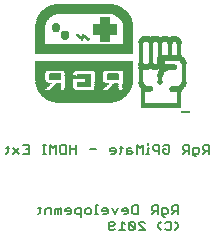
<source format=gbo>
G04 EAGLE Gerber RS-274X export*
G75*
%MOMM*%
%FSLAX34Y34*%
%LPD*%
%INBottom Silkscreen*%
%IPPOS*%
%AMOC8*
5,1,8,0,0,1.08239X$1,22.5*%
G01*
%ADD10C,0.177800*%
%ADD11R,4.679694X0.007113*%
%ADD12R,4.829047X0.007109*%
%ADD13R,4.935728X0.007113*%
%ADD14R,5.028184X0.007113*%
%ADD15R,5.106416X0.007113*%
%ADD16R,5.177538X0.007113*%
%ADD17R,5.248656X0.007113*%
%ADD18R,5.305550X0.007109*%
%ADD19R,5.362450X0.007113*%
%ADD20R,5.412231X0.007113*%
%ADD21R,5.462016X0.007113*%
%ADD22R,5.511800X0.007113*%
%ADD23R,5.561584X0.007113*%
%ADD24R,5.604256X0.007109*%
%ADD25R,5.646928X0.007113*%
%ADD26R,5.682488X0.007113*%
%ADD27R,5.718050X0.007113*%
%ADD28R,5.760719X0.007113*%
%ADD29R,5.803394X0.007113*%
%ADD30R,5.831841X0.007109*%
%ADD31R,5.874513X0.007113*%
%ADD32R,5.902959X0.007113*%
%ADD33R,5.931406X0.007113*%
%ADD34R,5.974081X0.007113*%
%ADD35R,6.002528X0.007113*%
%ADD36R,6.030975X0.007113*%
%ADD37R,6.059425X0.007109*%
%ADD38R,6.087872X0.007113*%
%ADD39R,6.116319X0.007113*%
%ADD40R,6.144769X0.007113*%
%ADD41R,6.173216X0.007113*%
%ADD42R,6.201663X0.007113*%
%ADD43R,6.230113X0.007109*%
%ADD44R,6.258559X0.007113*%
%ADD45R,6.279897X0.007113*%
%ADD46R,6.301231X0.007113*%
%ADD47R,6.329681X0.007113*%
%ADD48R,6.358128X0.007113*%
%ADD49R,6.379463X0.007109*%
%ADD50R,6.400800X0.007113*%
%ADD51R,6.429250X0.007113*%
%ADD52R,6.443472X0.007113*%
%ADD53R,6.471919X0.007113*%
%ADD54R,6.493256X0.007113*%
%ADD55R,6.514594X0.007109*%
%ADD56R,6.535928X0.007113*%
%ADD57R,6.557263X0.007113*%
%ADD58R,6.578600X0.007113*%
%ADD59R,6.599938X0.007113*%
%ADD60R,6.614159X0.007113*%
%ADD61R,6.642606X0.007113*%
%ADD62R,6.656831X0.007109*%
%ADD63R,6.678169X0.007113*%
%ADD64R,6.699506X0.007113*%
%ADD65R,6.713728X0.007113*%
%ADD66R,6.735063X0.007113*%
%ADD67R,6.756400X0.007113*%
%ADD68R,6.770625X0.007109*%
%ADD69R,6.784850X0.007113*%
%ADD70R,6.806184X0.007113*%
%ADD71R,6.827519X0.007113*%
%ADD72R,6.841744X0.007113*%
%ADD73R,6.855969X0.007113*%
%ADD74R,6.877303X0.007109*%
%ADD75R,6.898641X0.007113*%
%ADD76R,6.912863X0.007113*%
%ADD77R,6.927088X0.007113*%
%ADD78R,6.941313X0.007113*%
%ADD79R,6.955538X0.007113*%
%ADD80R,6.969759X0.007109*%
%ADD81R,6.991097X0.007113*%
%ADD82R,7.012431X0.007113*%
%ADD83R,7.026656X0.007113*%
%ADD84R,7.040881X0.007113*%
%ADD85R,7.055106X0.007113*%
%ADD86R,7.069328X0.007113*%
%ADD87R,7.083550X0.007109*%
%ADD88R,7.097775X0.007113*%
%ADD89R,7.112000X0.007113*%
%ADD90R,7.126225X0.007113*%
%ADD91R,7.140450X0.007113*%
%ADD92R,7.154672X0.007113*%
%ADD93R,7.168894X0.007109*%
%ADD94R,7.183119X0.007113*%
%ADD95R,7.197344X0.007113*%
%ADD96R,7.211569X0.007113*%
%ADD97R,7.225794X0.007113*%
%ADD98R,7.240016X0.007113*%
%ADD99R,7.254241X0.007109*%
%ADD100R,7.261353X0.007113*%
%ADD101R,7.275575X0.007113*%
%ADD102R,7.282688X0.007113*%
%ADD103R,7.296913X0.007113*%
%ADD104R,7.311138X0.007113*%
%ADD105R,7.325359X0.007109*%
%ADD106R,7.339584X0.007113*%
%ADD107R,7.353806X0.007113*%
%ADD108R,7.360919X0.007113*%
%ADD109R,7.368031X0.007113*%
%ADD110R,7.382256X0.007113*%
%ADD111R,7.396481X0.007113*%
%ADD112R,7.410706X0.007109*%
%ADD113R,7.424928X0.007113*%
%ADD114R,7.432041X0.007113*%
%ADD115R,7.439150X0.007113*%
%ADD116R,7.453375X0.007113*%
%ADD117R,7.467600X0.007113*%
%ADD118R,7.474713X0.007109*%
%ADD119R,7.481825X0.007113*%
%ADD120R,7.496050X0.007113*%
%ADD121R,7.510272X0.007113*%
%ADD122R,7.517384X0.007113*%
%ADD123R,7.524494X0.007113*%
%ADD124R,7.538719X0.007109*%
%ADD125R,7.552944X0.007113*%
%ADD126R,7.560056X0.007113*%
%ADD127R,7.567169X0.007113*%
%ADD128R,7.581394X0.007113*%
%ADD129R,7.588503X0.007113*%
%ADD130R,7.595616X0.007109*%
%ADD131R,7.609841X0.007113*%
%ADD132R,7.616953X0.007113*%
%ADD133R,7.624062X0.007113*%
%ADD134R,7.638288X0.007113*%
%ADD135R,7.645400X0.007113*%
%ADD136R,7.652513X0.007113*%
%ADD137R,7.666737X0.007109*%
%ADD138R,7.673847X0.007113*%
%ADD139R,7.680959X0.007113*%
%ADD140R,7.695184X0.007113*%
%ADD141R,7.709406X0.007113*%
%ADD142R,7.716519X0.007109*%
%ADD143R,7.723631X0.007113*%
%ADD144R,7.737856X0.007113*%
%ADD145R,0.640081X0.007113*%
%ADD146R,0.945894X0.007113*%
%ADD147R,0.817878X0.007113*%
%ADD148R,1.038353X0.007113*%
%ADD149R,0.953006X0.007113*%
%ADD150R,0.412497X0.007113*%
%ADD151R,0.647194X0.007113*%
%ADD152R,0.938784X0.007113*%
%ADD153R,0.768097X0.007113*%
%ADD154R,0.981456X0.007113*%
%ADD155R,0.945897X0.007113*%
%ADD156R,0.426722X0.007113*%
%ADD157R,0.931672X0.007113*%
%ADD158R,0.746759X0.007113*%
%ADD159R,0.953009X0.007113*%
%ADD160R,0.440947X0.007113*%
%ADD161R,0.654306X0.007109*%
%ADD162R,0.924559X0.007109*%
%ADD163R,0.732534X0.007109*%
%ADD164R,0.931672X0.007109*%
%ADD165R,0.448056X0.007109*%
%ADD166R,0.661419X0.007113*%
%ADD167R,0.917447X0.007113*%
%ADD168R,0.718313X0.007113*%
%ADD169R,0.903225X0.007113*%
%ADD170R,0.924559X0.007113*%
%ADD171R,0.462278X0.007113*%
%ADD172R,0.910334X0.007113*%
%ADD173R,0.711200X0.007113*%
%ADD174R,0.889000X0.007113*%
%ADD175R,0.469391X0.007113*%
%ADD176R,0.668528X0.007113*%
%ADD177R,0.903222X0.007113*%
%ADD178R,0.704088X0.007113*%
%ADD179R,0.874778X0.007113*%
%ADD180R,0.483616X0.007113*%
%ADD181R,0.696975X0.007113*%
%ADD182R,0.860553X0.007113*%
%ADD183R,0.490728X0.007113*%
%ADD184R,0.675641X0.007113*%
%ADD185R,0.896113X0.007113*%
%ADD186R,0.689866X0.007113*%
%ADD187R,0.846328X0.007113*%
%ADD188R,0.504953X0.007113*%
%ADD189R,0.675641X0.007109*%
%ADD190R,0.889000X0.007109*%
%ADD191R,0.689866X0.007109*%
%ADD192R,0.839216X0.007109*%
%ADD193R,0.512062X0.007109*%
%ADD194R,0.682753X0.007113*%
%ADD195R,0.881888X0.007113*%
%ADD196R,0.689863X0.007113*%
%ADD197R,0.832106X0.007113*%
%ADD198R,0.526288X0.007113*%
%ADD199R,0.874775X0.007113*%
%ADD200R,0.824994X0.007113*%
%ADD201R,0.547625X0.007113*%
%ADD202R,0.867663X0.007113*%
%ADD203R,0.817881X0.007113*%
%ADD204R,0.554737X0.007113*%
%ADD205R,0.860550X0.007113*%
%ADD206R,0.810769X0.007113*%
%ADD207R,0.568963X0.007113*%
%ADD208R,0.696978X0.007113*%
%ADD209R,0.853438X0.007113*%
%ADD210R,0.803656X0.007113*%
%ADD211R,0.576072X0.007113*%
%ADD212R,0.853441X0.007113*%
%ADD213R,0.590294X0.007113*%
%ADD214R,0.704091X0.007109*%
%ADD215R,0.696975X0.007109*%
%ADD216R,0.796544X0.007109*%
%ADD217R,0.846328X0.007109*%
%ADD218R,0.597406X0.007109*%
%ADD219R,0.704091X0.007113*%
%ADD220R,0.832103X0.007113*%
%ADD221R,0.789431X0.007113*%
%ADD222R,0.839216X0.007113*%
%ADD223R,0.611631X0.007113*%
%ADD224R,0.824991X0.007113*%
%ADD225R,0.618744X0.007113*%
%ADD226R,0.782322X0.007113*%
%ADD227R,0.632969X0.007113*%
%ADD228R,0.810766X0.007113*%
%ADD229R,0.725422X0.007113*%
%ADD230R,0.654303X0.007113*%
%ADD231R,0.725425X0.007109*%
%ADD232R,0.725422X0.007109*%
%ADD233R,0.775209X0.007109*%
%ADD234R,0.803656X0.007109*%
%ADD235R,0.661416X0.007109*%
%ADD236R,0.725425X0.007113*%
%ADD237R,0.796544X0.007113*%
%ADD238R,0.732534X0.007113*%
%ADD239R,0.775209X0.007113*%
%ADD240R,0.732538X0.007113*%
%ADD241R,0.739647X0.007113*%
%ADD242R,0.782319X0.007113*%
%ADD243R,0.739650X0.007113*%
%ADD244R,0.775206X0.007113*%
%ADD245R,0.746762X0.007113*%
%ADD246R,0.768094X0.007113*%
%ADD247R,0.753872X0.007113*%
%ADD248R,0.739650X0.007109*%
%ADD249R,0.760984X0.007109*%
%ADD250R,0.753872X0.007109*%
%ADD251R,0.760984X0.007113*%
%ADD252R,0.753875X0.007113*%
%ADD253R,0.718313X0.007109*%
%ADD254R,0.789431X0.007109*%
%ADD255R,0.682750X0.007113*%
%ADD256R,0.782322X0.007109*%
%ADD257R,0.675638X0.007109*%
%ADD258R,0.746759X0.007109*%
%ADD259R,0.867666X0.007109*%
%ADD260R,0.789434X0.007113*%
%ADD261R,0.661416X0.007113*%
%ADD262R,0.896109X0.007113*%
%ADD263R,0.647191X0.007113*%
%ADD264R,0.796547X0.007113*%
%ADD265R,0.640078X0.007113*%
%ADD266R,1.109472X0.007113*%
%ADD267R,0.796547X0.007109*%
%ADD268R,0.632966X0.007109*%
%ADD269R,1.109472X0.007109*%
%ADD270R,0.640081X0.007109*%
%ADD271R,0.625856X0.007113*%
%ADD272R,0.604519X0.007113*%
%ADD273R,0.967231X0.007113*%
%ADD274R,0.597406X0.007113*%
%ADD275R,0.974344X0.007113*%
%ADD276R,0.810769X0.007109*%
%ADD277R,0.590294X0.007109*%
%ADD278R,0.988569X0.007109*%
%ADD279R,0.590297X0.007113*%
%ADD280R,1.002794X0.007113*%
%ADD281R,0.583184X0.007113*%
%ADD282R,1.009903X0.007113*%
%ADD283R,1.017016X0.007113*%
%ADD284R,0.568959X0.007113*%
%ADD285R,1.024128X0.007113*%
%ADD286R,0.561847X0.007113*%
%ADD287R,0.960119X0.007113*%
%ADD288R,0.824994X0.007109*%
%ADD289R,0.554734X0.007109*%
%ADD290R,0.974344X0.007109*%
%ADD291R,1.045466X0.007109*%
%ADD292R,0.547622X0.007113*%
%ADD293R,0.554734X0.007113*%
%ADD294R,1.052578X0.007113*%
%ADD295R,0.540513X0.007113*%
%ADD296R,0.988569X0.007113*%
%ADD297R,1.066800X0.007113*%
%ADD298R,0.533400X0.007113*%
%ADD299R,0.995678X0.007113*%
%ADD300R,1.073913X0.007113*%
%ADD301R,1.002791X0.007113*%
%ADD302R,1.081025X0.007113*%
%ADD303R,0.519175X0.007113*%
%ADD304R,1.095247X0.007113*%
%ADD305R,0.839219X0.007113*%
%ADD306R,0.512062X0.007113*%
%ADD307R,1.102359X0.007113*%
%ADD308R,0.839219X0.007109*%
%ADD309R,0.504950X0.007109*%
%ADD310R,1.024128X0.007109*%
%ADD311R,0.497838X0.007113*%
%ADD312R,1.031241X0.007113*%
%ADD313R,1.123694X0.007113*%
%ADD314R,1.038350X0.007113*%
%ADD315R,0.497841X0.007113*%
%ADD316R,1.137919X0.007113*%
%ADD317R,1.045462X0.007113*%
%ADD318R,1.145031X0.007113*%
%ADD319R,1.052575X0.007113*%
%ADD320R,1.152144X0.007113*%
%ADD321R,0.476503X0.007113*%
%ADD322R,1.059688X0.007113*%
%ADD323R,1.159256X0.007113*%
%ADD324R,0.469391X0.007109*%
%ADD325R,1.066800X0.007109*%
%ADD326R,1.173481X0.007109*%
%ADD327R,1.081022X0.007113*%
%ADD328R,0.462281X0.007113*%
%ADD329R,1.180591X0.007113*%
%ADD330R,0.455166X0.007113*%
%ADD331R,1.088134X0.007113*%
%ADD332R,0.455169X0.007113*%
%ADD333R,1.187703X0.007113*%
%ADD334R,0.448056X0.007113*%
%ADD335R,1.194816X0.007113*%
%ADD336R,0.440944X0.007113*%
%ADD337R,1.209041X0.007113*%
%ADD338R,0.433831X0.007113*%
%ADD339R,1.216153X0.007113*%
%ADD340R,0.860553X0.007109*%
%ADD341R,0.426719X0.007109*%
%ADD342R,1.116584X0.007109*%
%ADD343R,0.433831X0.007109*%
%ADD344R,1.223266X0.007109*%
%ADD345R,0.419606X0.007113*%
%ADD346R,1.123697X0.007113*%
%ADD347R,0.426719X0.007113*%
%ADD348R,1.230375X0.007113*%
%ADD349R,0.412494X0.007113*%
%ADD350R,1.130806X0.007113*%
%ADD351R,1.244600X0.007113*%
%ADD352R,0.867666X0.007113*%
%ADD353R,0.405384X0.007113*%
%ADD354R,1.258825X0.007113*%
%ADD355R,0.398272X0.007113*%
%ADD356R,1.265938X0.007113*%
%ADD357R,0.391159X0.007113*%
%ADD358R,1.273050X0.007113*%
%ADD359R,0.384047X0.007109*%
%ADD360R,1.159256X0.007109*%
%ADD361R,0.391159X0.007109*%
%ADD362R,1.280159X0.007109*%
%ADD363R,0.384047X0.007113*%
%ADD364R,1.166369X0.007113*%
%ADD365R,1.294384X0.007113*%
%ADD366R,0.376934X0.007113*%
%ADD367R,1.173478X0.007113*%
%ADD368R,1.301497X0.007113*%
%ADD369R,0.369822X0.007113*%
%ADD370R,0.369825X0.007113*%
%ADD371R,1.308609X0.007113*%
%ADD372R,0.362712X0.007113*%
%ADD373R,1.315722X0.007113*%
%ADD374R,0.355600X0.007113*%
%ADD375R,1.201928X0.007113*%
%ADD376R,1.322834X0.007113*%
%ADD377R,0.348488X0.007113*%
%ADD378R,1.329947X0.007113*%
%ADD379R,0.874778X0.007109*%
%ADD380R,0.341375X0.007109*%
%ADD381R,1.216150X0.007109*%
%ADD382R,0.348488X0.007109*%
%ADD383R,1.344166X0.007109*%
%ADD384R,0.881891X0.007113*%
%ADD385R,0.334263X0.007113*%
%ADD386R,1.216150X0.007113*%
%ADD387R,1.351278X0.007113*%
%ADD388R,0.881891X0.007109*%
%ADD389R,0.824991X0.007109*%
%ADD390R,0.967231X0.007109*%
%ADD391R,0.533400X0.007109*%
%ADD392R,0.903222X0.007109*%
%ADD393R,0.896113X0.007109*%
%ADD394R,0.874775X0.007109*%
%ADD395R,0.903225X0.007109*%
%ADD396R,0.704088X0.007109*%
%ADD397R,0.853441X0.007109*%
%ADD398R,0.689863X0.007109*%
%ADD399R,0.682750X0.007109*%
%ADD400R,0.810766X0.007109*%
%ADD401R,0.910338X0.007113*%
%ADD402R,0.910338X0.007109*%
%ADD403R,0.938784X0.007109*%
%ADD404R,0.945897X0.007109*%
%ADD405R,2.197609X0.007113*%
%ADD406R,0.953006X0.007109*%
%ADD407R,2.197609X0.007109*%
%ADD408R,0.960119X0.007109*%
%ADD409R,0.995681X0.007113*%
%ADD410R,0.960122X0.007113*%
%ADD411R,0.682753X0.007109*%
%ADD412R,0.739647X0.007109*%
%ADD413R,0.917450X0.007113*%
%ADD414R,0.832106X0.007109*%
%ADD415R,1.038353X0.007109*%
%ADD416R,1.009906X0.007109*%
%ADD417R,1.237491X0.007113*%
%ADD418R,8.278369X0.007113*%
%ADD419R,8.278369X0.007109*%
%ADD420R,8.264144X0.007113*%
%ADD421R,0.056897X0.007113*%
%ADD422R,0.085344X0.007113*%
%ADD423R,0.099566X0.007113*%
%ADD424R,0.099569X0.007113*%
%ADD425R,0.113791X0.007113*%
%ADD426R,0.113794X0.007113*%
%ADD427R,0.135128X0.007113*%
%ADD428R,0.128016X0.007113*%
%ADD429R,0.149353X0.007109*%
%ADD430R,0.142241X0.007109*%
%ADD431R,0.156463X0.007113*%
%ADD432R,0.170688X0.007113*%
%ADD433R,0.184913X0.007113*%
%ADD434R,0.177800X0.007113*%
%ADD435R,0.192025X0.007113*%
%ADD436R,0.199138X0.007113*%
%ADD437R,0.206250X0.007113*%
%ADD438R,0.206250X0.007109*%
%ADD439R,0.213359X0.007109*%
%ADD440R,0.213363X0.007113*%
%ADD441R,0.220472X0.007113*%
%ADD442R,0.227584X0.007113*%
%ADD443R,0.234697X0.007113*%
%ADD444R,0.241809X0.007113*%
%ADD445R,0.248922X0.007113*%
%ADD446R,0.270256X0.007113*%
%ADD447R,0.298703X0.007113*%
%ADD448R,0.256031X0.007109*%
%ADD449R,0.248919X0.007109*%
%ADD450R,0.327153X0.007109*%
%ADD451R,0.256031X0.007113*%
%ADD452R,0.256034X0.007113*%
%ADD453R,0.462278X0.007109*%
%ADD454R,0.512066X0.007113*%
%ADD455R,0.547622X0.007109*%
%ADD456R,0.597409X0.007113*%
%ADD457R,0.604522X0.007113*%
%ADD458R,0.611631X0.007109*%
%ADD459R,0.668528X0.007109*%
%ADD460R,0.248919X0.007113*%
%ADD461R,0.213359X0.007113*%
%ADD462R,0.206247X0.007113*%
%ADD463R,0.199134X0.007109*%
%ADD464R,0.199138X0.007109*%
%ADD465R,0.163575X0.007113*%
%ADD466R,2.019809X0.007113*%
%ADD467R,0.142238X0.007113*%
%ADD468R,2.019809X0.007109*%
%ADD469R,0.120906X0.007109*%
%ADD470R,0.128016X0.007109*%
%ADD471R,0.711200X0.007109*%
%ADD472R,0.106681X0.007113*%
%ADD473R,0.092456X0.007113*%
%ADD474R,0.078231X0.007113*%
%ADD475R,0.049781X0.007113*%
%ADD476R,0.049784X0.007113*%
%ADD477R,0.654303X0.007109*%
%ADD478R,0.597409X0.007109*%
%ADD479R,0.519178X0.007113*%
%ADD480R,0.284481X0.007113*%
%ADD481R,0.341375X0.007113*%
%ADD482R,0.312928X0.007113*%
%ADD483R,0.320041X0.007113*%
%ADD484R,0.284481X0.007109*%
%ADD485R,0.369825X0.007109*%
%ADD486R,0.391163X0.007113*%
%ADD487R,0.149353X0.007113*%
%ADD488R,0.469394X0.007113*%
%ADD489R,0.497841X0.007109*%
%ADD490R,0.576072X0.007109*%
%ADD491R,0.632969X0.007109*%
%ADD492R,0.654306X0.007113*%
%ADD493R,0.817881X0.007109*%
%ADD494R,0.817878X0.007109*%
%ADD495R,0.675638X0.007113*%
%ADD496R,0.583184X0.007109*%
%ADD497R,0.832103X0.007109*%
%ADD498R,0.561850X0.007113*%
%ADD499R,0.846325X0.007109*%
%ADD500R,0.846325X0.007113*%
%ADD501R,0.476506X0.007113*%
%ADD502R,0.405381X0.007113*%
%ADD503R,0.384050X0.007109*%
%ADD504R,0.298706X0.007113*%
%ADD505R,0.234694X0.007113*%
%ADD506R,0.184913X0.007109*%
%ADD507R,0.910334X0.007109*%
%ADD508R,0.924563X0.007113*%
%ADD509R,0.938781X0.007109*%
%ADD510R,0.953009X0.007109*%
%ADD511R,0.967234X0.007113*%
%ADD512R,0.974347X0.007109*%
%ADD513R,0.981453X0.007113*%
%ADD514R,0.995681X0.007109*%
%ADD515R,1.017016X0.007109*%
%ADD516R,1.045466X0.007113*%
%ADD517R,1.073913X0.007109*%
%ADD518R,1.073909X0.007113*%
%ADD519R,1.088137X0.007113*%
%ADD520R,1.102363X0.007113*%
%ADD521R,1.116584X0.007113*%
%ADD522R,1.137922X0.007113*%
%ADD523R,1.152144X0.007109*%
%ADD524R,1.173481X0.007113*%
%ADD525R,1.201928X0.007109*%
%ADD526R,1.194816X0.007109*%
%ADD527R,1.223266X0.007113*%
%ADD528R,1.230378X0.007113*%
%ADD529R,1.223263X0.007113*%
%ADD530R,1.237488X0.007113*%
%ADD531R,1.251713X0.007113*%
%ADD532R,1.258825X0.007109*%
%ADD533R,1.273047X0.007113*%
%ADD534R,1.280159X0.007113*%
%ADD535R,1.287272X0.007113*%
%ADD536R,1.301494X0.007113*%
%ADD537R,1.315719X0.007113*%
%ADD538R,1.308606X0.007113*%
%ADD539R,1.329944X0.007113*%
%ADD540R,1.322831X0.007113*%
%ADD541R,1.344169X0.007113*%
%ADD542R,1.344166X0.007113*%
%ADD543R,1.365503X0.007109*%
%ADD544R,1.365506X0.007109*%
%ADD545R,1.379728X0.007113*%
%ADD546R,1.401063X0.007113*%
%ADD547R,1.401066X0.007113*%
%ADD548R,1.422400X0.007113*%
%ADD549R,1.429512X0.007113*%
%ADD550R,1.450847X0.007113*%
%ADD551R,1.486406X0.007113*%
%ADD552R,1.479297X0.007113*%
%ADD553R,1.521969X0.007109*%
%ADD554R,1.514856X0.007109*%
%ADD555R,1.571753X0.007113*%
%ADD556R,1.564641X0.007113*%
%ADD557R,7.403594X0.007113*%
%ADD558R,7.353806X0.007109*%
%ADD559R,7.332472X0.007113*%
%ADD560R,7.325359X0.007113*%
%ADD561R,7.282688X0.007109*%
%ADD562R,7.268463X0.007113*%
%ADD563R,7.254241X0.007113*%
%ADD564R,7.218681X0.007113*%
%ADD565R,7.204456X0.007113*%
%ADD566R,7.190231X0.007109*%
%ADD567R,7.176006X0.007113*%
%ADD568R,7.161784X0.007113*%
%ADD569R,7.112000X0.007109*%
%ADD570R,7.090663X0.007113*%
%ADD571R,7.076441X0.007113*%
%ADD572R,7.062216X0.007113*%
%ADD573R,7.047994X0.007113*%
%ADD574R,7.012431X0.007109*%
%ADD575R,6.998206X0.007113*%
%ADD576R,6.983984X0.007113*%
%ADD577R,6.969759X0.007113*%
%ADD578R,6.919975X0.007109*%
%ADD579R,6.905753X0.007113*%
%ADD580R,6.884416X0.007113*%
%ADD581R,6.870194X0.007113*%
%ADD582R,6.820406X0.007113*%
%ADD583R,6.799072X0.007109*%
%ADD584R,6.770625X0.007113*%
%ADD585R,6.742175X0.007113*%
%ADD586R,6.727950X0.007113*%
%ADD587R,6.685281X0.007109*%
%ADD588R,6.671056X0.007113*%
%ADD589R,6.656831X0.007113*%
%ADD590R,6.628384X0.007113*%
%ADD591R,6.585713X0.007113*%
%ADD592R,6.571487X0.007109*%
%ADD593R,6.550153X0.007113*%
%ADD594R,6.528816X0.007113*%
%ADD595R,6.507481X0.007113*%
%ADD596R,6.486144X0.007113*%
%ADD597R,6.457694X0.007113*%
%ADD598R,6.443472X0.007109*%
%ADD599R,6.415025X0.007113*%
%ADD600R,6.393688X0.007113*%
%ADD601R,6.372350X0.007113*%
%ADD602R,6.343906X0.007113*%
%ADD603R,6.322569X0.007113*%
%ADD604R,6.272784X0.007109*%
%ADD605R,6.244338X0.007113*%
%ADD606R,6.215888X0.007113*%
%ADD607R,6.187441X0.007113*%
%ADD608R,6.166103X0.007113*%
%ADD609R,6.137656X0.007113*%
%ADD610R,6.109206X0.007109*%
%ADD611R,6.080759X0.007113*%
%ADD612R,6.045200X0.007113*%
%ADD613R,6.016750X0.007113*%
%ADD614R,5.988306X0.007113*%
%ADD615R,5.959856X0.007113*%
%ADD616R,5.924297X0.007109*%
%ADD617R,5.888738X0.007113*%
%ADD618R,5.860288X0.007113*%
%ADD619R,5.817616X0.007113*%
%ADD620R,5.789169X0.007113*%
%ADD621R,5.746494X0.007113*%
%ADD622R,5.710938X0.007109*%
%ADD623R,5.675375X0.007113*%
%ADD624R,5.632706X0.007113*%
%ADD625R,5.590031X0.007113*%
%ADD626R,5.540247X0.007113*%
%ADD627R,5.490463X0.007113*%
%ADD628R,5.447794X0.007113*%
%ADD629R,5.390894X0.007109*%
%ADD630R,5.341113X0.007113*%
%ADD631R,5.284216X0.007113*%
%ADD632R,5.220206X0.007113*%
%ADD633R,5.156200X0.007113*%
%ADD634R,5.077969X0.007113*%
%ADD635R,4.999738X0.007109*%
%ADD636R,4.907281X0.007113*%
%ADD637R,4.786375X0.007113*%
%ADD638R,4.608575X0.007113*%
%ADD639R,3.162300X0.012700*%
%ADD640R,3.238500X0.012700*%
%ADD641R,3.289300X0.012700*%
%ADD642R,3.340100X0.012700*%
%ADD643R,3.352800X0.012700*%
%ADD644R,3.365500X0.012700*%
%ADD645R,3.416300X0.012700*%
%ADD646R,3.441700X0.012700*%
%ADD647R,3.467100X0.012700*%
%ADD648R,0.419100X0.012700*%
%ADD649R,0.520700X0.012700*%
%ADD650R,0.114300X0.012700*%
%ADD651R,0.546100X0.012700*%
%ADD652R,0.901700X0.012700*%
%ADD653R,0.952500X0.012700*%
%ADD654R,0.927100X0.012700*%
%ADD655R,0.977900X0.012700*%
%ADD656R,1.003300X0.012700*%
%ADD657R,1.016000X0.012700*%
%ADD658R,1.028700X0.012700*%
%ADD659R,1.079500X0.012700*%
%ADD660R,1.092200X0.012700*%
%ADD661R,1.130300X0.012700*%
%ADD662R,1.155700X0.012700*%
%ADD663R,1.168400X0.012700*%
%ADD664R,1.181100X0.012700*%
%ADD665R,1.206500X0.012700*%
%ADD666R,1.219200X0.012700*%
%ADD667R,1.231900X0.012700*%
%ADD668R,1.041400X0.012700*%
%ADD669R,1.257300X0.012700*%
%ADD670R,1.244600X0.012700*%
%ADD671R,1.054100X0.012700*%
%ADD672R,1.193800X0.012700*%
%ADD673R,0.673100X0.012700*%
%ADD674R,0.622300X0.012700*%
%ADD675R,0.584200X0.012700*%
%ADD676R,0.558800X0.012700*%
%ADD677R,0.533400X0.012700*%
%ADD678R,0.495300X0.012700*%
%ADD679R,0.469900X0.012700*%
%ADD680R,0.457200X0.012700*%
%ADD681R,0.139700X0.012700*%
%ADD682R,0.190500X0.012700*%
%ADD683R,0.444500X0.012700*%
%ADD684R,0.241300X0.012700*%
%ADD685R,0.292100X0.012700*%
%ADD686R,0.317500X0.012700*%
%ADD687R,0.342900X0.012700*%
%ADD688R,0.368300X0.012700*%
%ADD689R,0.393700X0.012700*%
%ADD690R,0.431800X0.012700*%
%ADD691R,0.482600X0.012700*%
%ADD692R,0.508000X0.012700*%
%ADD693R,0.571500X0.012700*%
%ADD694R,0.596900X0.012700*%
%ADD695R,0.635000X0.012700*%
%ADD696R,0.685800X0.012700*%
%ADD697R,0.698500X0.012700*%
%ADD698R,0.774700X0.012700*%
%ADD699R,1.320800X0.012700*%
%ADD700R,1.346200X0.012700*%
%ADD701R,1.333500X0.012700*%
%ADD702R,0.850900X0.012700*%
%ADD703R,0.876300X0.012700*%
%ADD704R,1.371600X0.012700*%
%ADD705R,0.647700X0.012700*%
%ADD706R,0.749300X0.012700*%
%ADD707R,1.308100X0.012700*%
%ADD708R,1.816100X0.012700*%
%ADD709R,1.295400X0.012700*%
%ADD710R,1.841500X0.012700*%
%ADD711R,1.282700X0.012700*%
%ADD712R,1.866900X0.012700*%
%ADD713R,1.892300X0.012700*%
%ADD714R,1.917700X0.012700*%
%ADD715R,3.251200X0.012700*%
%ADD716R,3.213100X0.012700*%
%ADD717R,3.187700X0.012700*%
%ADD718R,3.111500X0.012700*%
%ADD719R,3.035300X0.012700*%
%ADD720R,0.825500X0.012700*%
%ADD721R,0.723900X0.012700*%
%ADD722R,0.711200X0.012700*%
%ADD723R,0.609600X0.012700*%
%ADD724R,0.660400X0.012700*%
%ADD725R,2.336800X0.012700*%
%ADD726R,2.324100X0.012700*%
%ADD727R,2.311400X0.012700*%
%ADD728R,2.298700X0.012700*%
%ADD729R,2.273300X0.012700*%
%ADD730R,2.260600X0.012700*%
%ADD731R,2.247900X0.012700*%
%ADD732R,2.222500X0.012700*%
%ADD733R,2.197100X0.012700*%
%ADD734R,2.184400X0.012700*%
%ADD735R,2.171700X0.012700*%
%ADD736R,2.159000X0.012700*%
%ADD737R,2.120900X0.012700*%
%ADD738R,2.095500X0.012700*%
%ADD739R,2.070100X0.012700*%
%ADD740R,2.044700X0.012700*%
%ADD741R,3.606800X0.012700*%
%ADD742R,3.581400X0.012700*%
%ADD743R,3.568700X0.012700*%
%ADD744R,3.543300X0.012700*%
%ADD745R,3.556000X0.012700*%
%ADD746R,3.517900X0.012700*%
%ADD747R,3.505200X0.012700*%
%ADD748R,3.492500X0.012700*%
%ADD749R,3.390900X0.012700*%
%ADD750R,3.314700X0.012700*%
%ADD751R,3.263900X0.012700*%
%ADD752R,0.800100X0.012700*%
%ADD753R,2.425700X0.012700*%
%ADD754R,0.215900X0.012700*%
%ADD755C,0.000000*%


D10*
X139111Y33689D02*
X139111Y41117D01*
X135397Y41117D01*
X134159Y39879D01*
X134159Y37403D01*
X135397Y36165D01*
X139111Y36165D01*
X136635Y36165D02*
X134159Y33689D01*
X128164Y31213D02*
X126926Y31213D01*
X125688Y32451D01*
X125688Y38641D01*
X129402Y38641D01*
X130640Y37403D01*
X130640Y34927D01*
X129402Y33689D01*
X125688Y33689D01*
X122169Y33689D02*
X122169Y41117D01*
X118454Y41117D01*
X117216Y39879D01*
X117216Y37403D01*
X118454Y36165D01*
X122169Y36165D01*
X119692Y36165D02*
X117216Y33689D01*
X105226Y33689D02*
X105226Y41117D01*
X105226Y33689D02*
X101512Y33689D01*
X100274Y34927D01*
X100274Y39879D01*
X101512Y41117D01*
X105226Y41117D01*
X95517Y33689D02*
X93041Y33689D01*
X95517Y33689D02*
X96755Y34927D01*
X96755Y37403D01*
X95517Y38641D01*
X93041Y38641D01*
X91803Y37403D01*
X91803Y36165D01*
X96755Y36165D01*
X88284Y38641D02*
X85808Y33689D01*
X83331Y38641D01*
X78574Y33689D02*
X76098Y33689D01*
X78574Y33689D02*
X79812Y34927D01*
X79812Y37403D01*
X78574Y38641D01*
X76098Y38641D01*
X74860Y37403D01*
X74860Y36165D01*
X79812Y36165D01*
X71341Y41117D02*
X70103Y41117D01*
X70103Y33689D01*
X71341Y33689D02*
X68865Y33689D01*
X64456Y33689D02*
X61980Y33689D01*
X60742Y34927D01*
X60742Y37403D01*
X61980Y38641D01*
X64456Y38641D01*
X65694Y37403D01*
X65694Y34927D01*
X64456Y33689D01*
X57223Y31213D02*
X57223Y38641D01*
X53508Y38641D01*
X52270Y37403D01*
X52270Y34927D01*
X53508Y33689D01*
X57223Y33689D01*
X47513Y33689D02*
X45037Y33689D01*
X47513Y33689D02*
X48751Y34927D01*
X48751Y37403D01*
X47513Y38641D01*
X45037Y38641D01*
X43799Y37403D01*
X43799Y36165D01*
X48751Y36165D01*
X40280Y33689D02*
X40280Y38641D01*
X39042Y38641D01*
X37804Y37403D01*
X37804Y33689D01*
X37804Y37403D02*
X36566Y38641D01*
X35328Y37403D01*
X35328Y33689D01*
X31809Y33689D02*
X31809Y38641D01*
X28095Y38641D01*
X26857Y37403D01*
X26857Y33689D01*
X22100Y34927D02*
X22100Y39879D01*
X22100Y34927D02*
X20862Y33689D01*
X20862Y38641D02*
X23338Y38641D01*
X136635Y19889D02*
X139111Y22365D01*
X139111Y24841D01*
X136635Y27317D01*
X129749Y27317D02*
X128511Y26079D01*
X129749Y27317D02*
X132226Y27317D01*
X133464Y26079D01*
X133464Y21127D01*
X132226Y19889D01*
X129749Y19889D01*
X128511Y21127D01*
X124992Y19889D02*
X122516Y22365D01*
X122516Y24841D01*
X124992Y27317D01*
X110874Y19889D02*
X105921Y19889D01*
X105921Y24841D02*
X110874Y19889D01*
X105921Y24841D02*
X105921Y26079D01*
X107159Y27317D01*
X109636Y27317D01*
X110874Y26079D01*
X102402Y26079D02*
X102402Y21127D01*
X102402Y26079D02*
X101164Y27317D01*
X98688Y27317D01*
X97450Y26079D01*
X97450Y21127D01*
X98688Y19889D01*
X101164Y19889D01*
X102402Y21127D01*
X97450Y26079D01*
X93931Y24841D02*
X91455Y27317D01*
X91455Y19889D01*
X93931Y19889D02*
X88979Y19889D01*
X85460Y21127D02*
X84222Y19889D01*
X81746Y19889D01*
X80508Y21127D01*
X80508Y26079D01*
X81746Y27317D01*
X84222Y27317D01*
X85460Y26079D01*
X85460Y24841D01*
X84222Y23603D01*
X80508Y23603D01*
X165611Y84889D02*
X165611Y92317D01*
X161897Y92317D01*
X160659Y91079D01*
X160659Y88603D01*
X161897Y87365D01*
X165611Y87365D01*
X163135Y87365D02*
X160659Y84889D01*
X154664Y82413D02*
X153426Y82413D01*
X152188Y83651D01*
X152188Y89841D01*
X155902Y89841D01*
X157140Y88603D01*
X157140Y86127D01*
X155902Y84889D01*
X152188Y84889D01*
X148669Y84889D02*
X148669Y92317D01*
X144954Y92317D01*
X143716Y91079D01*
X143716Y88603D01*
X144954Y87365D01*
X148669Y87365D01*
X146192Y87365D02*
X143716Y84889D01*
X128012Y92317D02*
X126774Y91079D01*
X128012Y92317D02*
X130488Y92317D01*
X131726Y91079D01*
X131726Y86127D01*
X130488Y84889D01*
X128012Y84889D01*
X126774Y86127D01*
X126774Y88603D01*
X129250Y88603D01*
X123255Y84889D02*
X123255Y92317D01*
X119541Y92317D01*
X118303Y91079D01*
X118303Y88603D01*
X119541Y87365D01*
X123255Y87365D01*
X114784Y89841D02*
X113546Y89841D01*
X113546Y84889D01*
X114784Y84889D02*
X112308Y84889D01*
X113546Y92317D02*
X113546Y93555D01*
X109136Y92317D02*
X109136Y84889D01*
X106660Y89841D02*
X109136Y92317D01*
X106660Y89841D02*
X104184Y92317D01*
X104184Y84889D01*
X99427Y89841D02*
X96951Y89841D01*
X95713Y88603D01*
X95713Y84889D01*
X99427Y84889D01*
X100665Y86127D01*
X99427Y87365D01*
X95713Y87365D01*
X90956Y86127D02*
X90956Y91079D01*
X90956Y86127D02*
X89718Y84889D01*
X89718Y89841D02*
X92194Y89841D01*
X85308Y84889D02*
X82832Y84889D01*
X85308Y84889D02*
X86546Y86127D01*
X86546Y88603D01*
X85308Y89841D01*
X82832Y89841D01*
X81594Y88603D01*
X81594Y87365D01*
X86546Y87365D01*
X69604Y88603D02*
X64652Y88603D01*
X52661Y84889D02*
X52661Y92317D01*
X52661Y88603D02*
X47709Y88603D01*
X47709Y92317D02*
X47709Y84889D01*
X44190Y84889D02*
X44190Y92317D01*
X44190Y84889D02*
X40476Y84889D01*
X39238Y86127D01*
X39238Y91079D01*
X40476Y92317D01*
X44190Y92317D01*
X35719Y92317D02*
X35719Y84889D01*
X33243Y89841D02*
X35719Y92317D01*
X33243Y89841D02*
X30767Y92317D01*
X30767Y84889D01*
X27248Y84889D02*
X24772Y84889D01*
X26010Y84889D02*
X26010Y92317D01*
X27248Y92317D02*
X24772Y92317D01*
X13129Y92317D02*
X8177Y92317D01*
X13129Y92317D02*
X13129Y84889D01*
X8177Y84889D01*
X10653Y88603D02*
X13129Y88603D01*
X4658Y89841D02*
X-294Y84889D01*
X4658Y84889D02*
X-294Y89841D01*
X-5051Y91079D02*
X-5051Y86127D01*
X-6289Y84889D01*
X-6289Y89841D02*
X-3813Y89841D01*
D11*
X59829Y127957D03*
D12*
X59794Y128028D03*
D13*
X59829Y128099D03*
D14*
X59794Y128170D03*
D15*
X59829Y128241D03*
D16*
X59829Y128312D03*
D17*
X59829Y128384D03*
D18*
X59829Y128455D03*
D19*
X59829Y128526D03*
D20*
X59794Y128597D03*
D21*
X59829Y128668D03*
D22*
X59794Y128739D03*
D23*
X59829Y128810D03*
D24*
X59829Y128881D03*
D25*
X59829Y128952D03*
D26*
X59794Y129024D03*
D27*
X59829Y129095D03*
D28*
X59829Y129166D03*
D29*
X59829Y129237D03*
D30*
X59829Y129308D03*
D31*
X59829Y129379D03*
D32*
X59829Y129450D03*
D33*
X59829Y129521D03*
D34*
X59829Y129593D03*
D35*
X59829Y129664D03*
D36*
X59829Y129735D03*
D37*
X59829Y129806D03*
D38*
X59829Y129877D03*
D39*
X59829Y129948D03*
D40*
X59829Y130019D03*
D41*
X59829Y130090D03*
D42*
X59829Y130162D03*
D43*
X59829Y130233D03*
D44*
X59829Y130304D03*
D45*
X59794Y130375D03*
D46*
X59829Y130446D03*
D47*
X59829Y130517D03*
D48*
X59829Y130588D03*
D49*
X59794Y130659D03*
D50*
X59829Y130730D03*
D51*
X59829Y130802D03*
D52*
X59829Y130873D03*
D53*
X59829Y130944D03*
D54*
X59794Y131015D03*
D55*
X59829Y131086D03*
D56*
X59794Y131157D03*
D57*
X59829Y131228D03*
D58*
X59794Y131299D03*
D59*
X59829Y131371D03*
D60*
X59829Y131442D03*
D61*
X59829Y131513D03*
D62*
X59829Y131584D03*
D63*
X59794Y131655D03*
D64*
X59829Y131726D03*
D65*
X59829Y131797D03*
D66*
X59794Y131868D03*
D67*
X59829Y131940D03*
D68*
X59829Y132011D03*
D69*
X59829Y132082D03*
D70*
X59794Y132153D03*
D71*
X59829Y132224D03*
D72*
X59829Y132295D03*
D73*
X59829Y132366D03*
D74*
X59794Y132437D03*
D75*
X59829Y132508D03*
D76*
X59829Y132580D03*
D77*
X59829Y132651D03*
D78*
X59829Y132722D03*
D79*
X59829Y132793D03*
D80*
X59829Y132864D03*
D81*
X59794Y132935D03*
D82*
X59829Y133006D03*
D83*
X59829Y133077D03*
D84*
X59829Y133149D03*
D85*
X59829Y133220D03*
D86*
X59829Y133291D03*
D87*
X59829Y133362D03*
D88*
X59829Y133433D03*
D89*
X59829Y133504D03*
D90*
X59829Y133575D03*
D91*
X59829Y133646D03*
D92*
X59829Y133718D03*
D93*
X59829Y133789D03*
D94*
X59829Y133860D03*
D95*
X59829Y133931D03*
D96*
X59829Y134002D03*
D97*
X59829Y134073D03*
D98*
X59829Y134144D03*
D99*
X59829Y134215D03*
D100*
X59794Y134286D03*
D101*
X59794Y134358D03*
D102*
X59829Y134429D03*
D103*
X59829Y134500D03*
D104*
X59829Y134571D03*
D105*
X59829Y134642D03*
D106*
X59829Y134713D03*
D107*
X59829Y134784D03*
D108*
X59794Y134855D03*
D109*
X59829Y134927D03*
D110*
X59829Y134998D03*
D111*
X59829Y135069D03*
D112*
X59829Y135140D03*
D113*
X59829Y135211D03*
D114*
X59794Y135282D03*
D115*
X59829Y135353D03*
D116*
X59829Y135424D03*
D117*
X59829Y135496D03*
D118*
X59794Y135567D03*
D119*
X59829Y135638D03*
D120*
X59829Y135709D03*
D121*
X59829Y135780D03*
D122*
X59794Y135851D03*
D123*
X59829Y135922D03*
D124*
X59829Y135993D03*
D125*
X59829Y136064D03*
D126*
X59794Y136136D03*
D127*
X59829Y136207D03*
D128*
X59829Y136278D03*
D129*
X59794Y136349D03*
D130*
X59829Y136420D03*
D131*
X59829Y136491D03*
D132*
X59794Y136562D03*
D133*
X59829Y136633D03*
D134*
X59829Y136705D03*
D135*
X59794Y136776D03*
D136*
X59829Y136847D03*
D137*
X59829Y136918D03*
D138*
X59794Y136989D03*
D139*
X59829Y137060D03*
D140*
X59829Y137131D03*
X59829Y137202D03*
D141*
X59829Y137274D03*
D142*
X59794Y137345D03*
D143*
X59829Y137416D03*
D144*
X59829Y137487D03*
D145*
X95318Y137558D03*
D146*
X83903Y137558D03*
D147*
X69964Y137558D03*
D148*
X48521Y137558D03*
D149*
X35079Y137558D03*
D150*
X23202Y137558D03*
D151*
X95354Y137629D03*
D152*
X83939Y137629D03*
D153*
X70284Y137629D03*
D154*
X48237Y137629D03*
D155*
X35115Y137629D03*
D156*
X23202Y137629D03*
D151*
X95354Y137700D03*
D157*
X83974Y137700D03*
D158*
X70462Y137700D03*
D159*
X48094Y137700D03*
D152*
X35151Y137700D03*
D160*
X23202Y137700D03*
D161*
X95389Y137771D03*
D162*
X84010Y137771D03*
D163*
X70675Y137771D03*
D162*
X47952Y137771D03*
D164*
X35186Y137771D03*
D165*
X23238Y137771D03*
D166*
X95425Y137842D03*
D167*
X84046Y137842D03*
D168*
X70817Y137842D03*
D169*
X47845Y137842D03*
D170*
X35222Y137842D03*
D171*
X23238Y137842D03*
D166*
X95425Y137914D03*
D172*
X84081Y137914D03*
D173*
X70924Y137914D03*
D174*
X47774Y137914D03*
D167*
X35257Y137914D03*
D175*
X23274Y137914D03*
D176*
X95460Y137985D03*
D177*
X84117Y137985D03*
D178*
X71031Y137985D03*
D179*
X47703Y137985D03*
D172*
X35293Y137985D03*
D180*
X23274Y137985D03*
D176*
X95460Y138056D03*
D177*
X84117Y138056D03*
D181*
X71137Y138056D03*
D182*
X47632Y138056D03*
D169*
X35328Y138056D03*
D183*
X23309Y138056D03*
D184*
X95496Y138127D03*
D185*
X84152Y138127D03*
D186*
X71244Y138127D03*
D187*
X47561Y138127D03*
D185*
X35364Y138127D03*
D188*
X23309Y138127D03*
D189*
X95496Y138198D03*
D190*
X84188Y138198D03*
D191*
X71315Y138198D03*
D192*
X47525Y138198D03*
D190*
X35399Y138198D03*
D193*
X23345Y138198D03*
D194*
X95531Y138269D03*
D195*
X84223Y138269D03*
D196*
X71386Y138269D03*
D197*
X47490Y138269D03*
D195*
X35435Y138269D03*
D198*
X23345Y138269D03*
D194*
X95531Y138340D03*
D199*
X84259Y138340D03*
D196*
X71457Y138340D03*
D200*
X47454Y138340D03*
D199*
X35471Y138340D03*
D201*
X23380Y138340D03*
D186*
X95567Y138411D03*
D202*
X84294Y138411D03*
D196*
X71528Y138411D03*
D203*
X47419Y138411D03*
D202*
X35506Y138411D03*
D204*
X23416Y138411D03*
D186*
X95567Y138483D03*
D205*
X84330Y138483D03*
D186*
X71600Y138483D03*
D206*
X47383Y138483D03*
D182*
X35542Y138483D03*
D207*
X23416Y138483D03*
D208*
X95603Y138554D03*
D209*
X84366Y138554D03*
D186*
X71671Y138554D03*
D210*
X47348Y138554D03*
D182*
X35542Y138554D03*
D211*
X23451Y138554D03*
D208*
X95603Y138625D03*
D187*
X84401Y138625D03*
D208*
X71706Y138625D03*
D210*
X47348Y138625D03*
D212*
X35577Y138625D03*
D213*
X23451Y138625D03*
D214*
X95638Y138696D03*
D192*
X84437Y138696D03*
D215*
X71777Y138696D03*
D216*
X47312Y138696D03*
D217*
X35613Y138696D03*
D218*
X23487Y138696D03*
D219*
X95638Y138767D03*
D220*
X84472Y138767D03*
D173*
X71848Y138767D03*
D221*
X47276Y138767D03*
D222*
X35648Y138767D03*
D223*
X23487Y138767D03*
D173*
X95674Y138838D03*
D224*
X84508Y138838D03*
D173*
X71920Y138838D03*
D221*
X47276Y138838D03*
D220*
X35684Y138838D03*
D225*
X23522Y138838D03*
D173*
X95674Y138909D03*
D147*
X84543Y138909D03*
D168*
X71955Y138909D03*
D226*
X47241Y138909D03*
D224*
X35720Y138909D03*
D227*
X23522Y138909D03*
D168*
X95709Y138980D03*
D228*
X84579Y138980D03*
D168*
X72026Y138980D03*
D226*
X47241Y138980D03*
D203*
X35755Y138980D03*
D145*
X23558Y138980D03*
D168*
X95709Y139052D03*
D210*
X84614Y139052D03*
D229*
X72062Y139052D03*
D226*
X47241Y139052D03*
D206*
X35791Y139052D03*
D230*
X23558Y139052D03*
D231*
X95745Y139123D03*
D216*
X84650Y139123D03*
D232*
X72133Y139123D03*
D233*
X47205Y139123D03*
D234*
X35826Y139123D03*
D235*
X23594Y139123D03*
D236*
X95745Y139194D03*
D237*
X84650Y139194D03*
D238*
X72169Y139194D03*
D239*
X47205Y139194D03*
D237*
X35862Y139194D03*
D176*
X23629Y139194D03*
D240*
X95780Y139265D03*
D221*
X84686Y139265D03*
D241*
X72204Y139265D03*
D239*
X47205Y139265D03*
D221*
X35897Y139265D03*
D194*
X23629Y139265D03*
D240*
X95780Y139336D03*
D242*
X84721Y139336D03*
D243*
X72275Y139336D03*
D153*
X47170Y139336D03*
D242*
X35933Y139336D03*
D208*
X23700Y139336D03*
D243*
X95816Y139407D03*
D244*
X84757Y139407D03*
D245*
X72311Y139407D03*
D153*
X47170Y139407D03*
D244*
X35968Y139407D03*
D173*
X23700Y139407D03*
D243*
X95816Y139478D03*
D246*
X84792Y139478D03*
D247*
X72346Y139478D03*
D153*
X47170Y139478D03*
X36004Y139478D03*
D168*
X23736Y139478D03*
D248*
X95816Y139549D03*
D249*
X84828Y139549D03*
D250*
X72417Y139549D03*
D249*
X47134Y139549D03*
X36040Y139549D03*
D163*
X23736Y139549D03*
D245*
X95851Y139620D03*
D247*
X84863Y139620D03*
D251*
X72453Y139620D03*
X47134Y139620D03*
X36040Y139620D03*
D241*
X23771Y139620D03*
D245*
X95851Y139692D03*
D158*
X84899Y139692D03*
D153*
X72489Y139692D03*
D251*
X47134Y139692D03*
D247*
X36075Y139692D03*
X23771Y139692D03*
D252*
X95887Y139763D03*
D241*
X84935Y139763D03*
D226*
X72560Y139763D03*
D251*
X47134Y139763D03*
D158*
X36111Y139763D03*
D251*
X23807Y139763D03*
D252*
X95887Y139834D03*
D238*
X84970Y139834D03*
D226*
X72631Y139834D03*
D247*
X47099Y139834D03*
D241*
X36146Y139834D03*
D246*
X23842Y139834D03*
D251*
X95923Y139905D03*
D229*
X85006Y139905D03*
D221*
X72666Y139905D03*
D247*
X47099Y139905D03*
D238*
X36182Y139905D03*
D242*
X23842Y139905D03*
D249*
X95923Y139976D03*
D253*
X85041Y139976D03*
D216*
X72702Y139976D03*
D250*
X47099Y139976D03*
D231*
X36217Y139976D03*
D254*
X23878Y139976D03*
D251*
X95923Y140047D03*
D173*
X85077Y140047D03*
D210*
X72737Y140047D03*
D247*
X47099Y140047D03*
D168*
X36253Y140047D03*
D210*
X23878Y140047D03*
D153*
X95958Y140118D03*
D178*
X85112Y140118D03*
D206*
X72773Y140118D03*
D247*
X47099Y140118D03*
D173*
X36288Y140118D03*
D206*
X23914Y140118D03*
D153*
X95958Y140189D03*
D181*
X85148Y140189D03*
D203*
X72809Y140189D03*
D247*
X47099Y140189D03*
D178*
X36324Y140189D03*
D203*
X23949Y140189D03*
D239*
X95994Y140261D03*
D181*
X85148Y140261D03*
D203*
X72880Y140261D03*
D158*
X47063Y140261D03*
D181*
X36360Y140261D03*
D220*
X23949Y140261D03*
D239*
X95994Y140332D03*
D196*
X85183Y140332D03*
D224*
X72915Y140332D03*
D158*
X47063Y140332D03*
D196*
X36395Y140332D03*
D187*
X24020Y140332D03*
D239*
X95994Y140403D03*
D255*
X85219Y140403D03*
D220*
X72951Y140403D03*
D158*
X47063Y140403D03*
D194*
X36431Y140403D03*
D182*
X24020Y140403D03*
D256*
X96029Y140474D03*
D257*
X85255Y140474D03*
D192*
X72986Y140474D03*
D258*
X47063Y140474D03*
D189*
X36466Y140474D03*
D259*
X24056Y140474D03*
D226*
X96029Y140545D03*
D176*
X85290Y140545D03*
D187*
X73022Y140545D03*
D158*
X47063Y140545D03*
D176*
X36502Y140545D03*
D179*
X24091Y140545D03*
D260*
X96065Y140616D03*
D261*
X85326Y140616D03*
D212*
X73058Y140616D03*
D158*
X47063Y140616D03*
D261*
X36537Y140616D03*
D174*
X24091Y140616D03*
D260*
X96065Y140687D03*
D230*
X85361Y140687D03*
D182*
X73093Y140687D03*
D158*
X47063Y140687D03*
D230*
X36573Y140687D03*
D262*
X24127Y140687D03*
D260*
X96065Y140758D03*
D263*
X85397Y140758D03*
D199*
X73164Y140758D03*
D158*
X47063Y140758D03*
D230*
X36573Y140758D03*
D177*
X24163Y140758D03*
D264*
X96100Y140830D03*
D265*
X85432Y140830D03*
D195*
X73200Y140830D03*
D266*
X59758Y140830D03*
D158*
X47063Y140830D03*
D263*
X36609Y140830D03*
D167*
X24163Y140830D03*
D267*
X96100Y140901D03*
D268*
X85468Y140901D03*
D190*
X73235Y140901D03*
D269*
X59758Y140901D03*
D258*
X47063Y140901D03*
D270*
X36644Y140901D03*
D162*
X24198Y140901D03*
D264*
X96100Y140972D03*
D271*
X85503Y140972D03*
D185*
X73271Y140972D03*
D266*
X59758Y140972D03*
D243*
X47028Y140972D03*
D227*
X36680Y140972D03*
D152*
X24198Y140972D03*
D210*
X96136Y141043D03*
D225*
X85539Y141043D03*
D185*
X73342Y141043D03*
D266*
X59758Y141043D03*
D243*
X47028Y141043D03*
D271*
X36715Y141043D03*
D155*
X24234Y141043D03*
D210*
X96136Y141114D03*
D223*
X85575Y141114D03*
D177*
X73378Y141114D03*
D266*
X59758Y141114D03*
D243*
X47028Y141114D03*
D225*
X36751Y141114D03*
D149*
X24269Y141114D03*
D210*
X96136Y141185D03*
D272*
X85610Y141185D03*
D172*
X73413Y141185D03*
D266*
X59758Y141185D03*
D243*
X47028Y141185D03*
D223*
X36786Y141185D03*
D273*
X24269Y141185D03*
D206*
X96171Y141256D03*
D274*
X85646Y141256D03*
D167*
X73449Y141256D03*
D266*
X59758Y141256D03*
D243*
X47028Y141256D03*
D272*
X36822Y141256D03*
D275*
X24305Y141256D03*
D276*
X96171Y141327D03*
D277*
X85681Y141327D03*
D162*
X73484Y141327D03*
D269*
X59758Y141327D03*
D248*
X47028Y141327D03*
D218*
X36857Y141327D03*
D278*
X24376Y141327D03*
D206*
X96171Y141398D03*
D213*
X85681Y141398D03*
D157*
X73520Y141398D03*
D266*
X59758Y141398D03*
D243*
X47028Y141398D03*
D279*
X36893Y141398D03*
D280*
X24376Y141398D03*
D203*
X96207Y141470D03*
D281*
X85717Y141470D03*
D152*
X73555Y141470D03*
D266*
X59758Y141470D03*
D243*
X47028Y141470D03*
D281*
X36929Y141470D03*
D282*
X24411Y141470D03*
D203*
X96207Y141541D03*
D211*
X85752Y141541D03*
D155*
X73591Y141541D03*
D266*
X59758Y141541D03*
D243*
X47028Y141541D03*
D211*
X36964Y141541D03*
D283*
X24447Y141541D03*
D203*
X96207Y141612D03*
D284*
X85788Y141612D03*
D149*
X73626Y141612D03*
D266*
X59758Y141612D03*
D243*
X47028Y141612D03*
D284*
X37000Y141612D03*
D285*
X24483Y141612D03*
D200*
X96243Y141683D03*
D286*
X85824Y141683D03*
D287*
X73662Y141683D03*
D266*
X59758Y141683D03*
D243*
X47028Y141683D03*
D286*
X37035Y141683D03*
D148*
X24483Y141683D03*
D288*
X96243Y141754D03*
D289*
X85859Y141754D03*
D290*
X73733Y141754D03*
D269*
X59758Y141754D03*
D248*
X47028Y141754D03*
D289*
X37071Y141754D03*
D291*
X24518Y141754D03*
D200*
X96243Y141825D03*
D292*
X85895Y141825D03*
D154*
X73769Y141825D03*
D266*
X59758Y141825D03*
D243*
X47028Y141825D03*
D293*
X37071Y141825D03*
D294*
X24554Y141825D03*
D200*
X96243Y141896D03*
D295*
X85930Y141896D03*
D296*
X73804Y141896D03*
D266*
X59758Y141896D03*
D243*
X47028Y141896D03*
D201*
X37106Y141896D03*
D297*
X24554Y141896D03*
D197*
X96278Y141967D03*
D298*
X85966Y141967D03*
D299*
X73840Y141967D03*
D266*
X59758Y141967D03*
D243*
X47028Y141967D03*
D295*
X37142Y141967D03*
D300*
X24589Y141967D03*
D197*
X96278Y142039D03*
D198*
X86001Y142039D03*
D301*
X73875Y142039D03*
D266*
X59758Y142039D03*
D243*
X47028Y142039D03*
D298*
X37177Y142039D03*
D302*
X24625Y142039D03*
D197*
X96278Y142110D03*
D303*
X86037Y142110D03*
D282*
X73911Y142110D03*
D266*
X59758Y142110D03*
D243*
X47028Y142110D03*
D198*
X37213Y142110D03*
D304*
X24625Y142110D03*
D305*
X96314Y142181D03*
D306*
X86072Y142181D03*
D283*
X73947Y142181D03*
D266*
X59758Y142181D03*
D243*
X47028Y142181D03*
D303*
X37249Y142181D03*
D307*
X24660Y142181D03*
D308*
X96314Y142252D03*
D309*
X86108Y142252D03*
D310*
X73982Y142252D03*
D269*
X59758Y142252D03*
D248*
X47028Y142252D03*
D193*
X37284Y142252D03*
D269*
X24696Y142252D03*
D305*
X96314Y142323D03*
D311*
X86144Y142323D03*
D312*
X74018Y142323D03*
D266*
X59758Y142323D03*
D243*
X47028Y142323D03*
D188*
X37320Y142323D03*
D313*
X24767Y142323D03*
D305*
X96314Y142394D03*
D183*
X86179Y142394D03*
D314*
X74053Y142394D03*
D266*
X59758Y142394D03*
D243*
X47028Y142394D03*
D315*
X37355Y142394D03*
D316*
X24767Y142394D03*
D187*
X96349Y142465D03*
D183*
X86179Y142465D03*
D317*
X74089Y142465D03*
D266*
X59758Y142465D03*
D243*
X47028Y142465D03*
D183*
X37391Y142465D03*
D318*
X24803Y142465D03*
D187*
X96349Y142536D03*
D180*
X86215Y142536D03*
D319*
X74124Y142536D03*
D266*
X59758Y142536D03*
D243*
X47028Y142536D03*
D180*
X37426Y142536D03*
D320*
X24838Y142536D03*
D187*
X96349Y142608D03*
D321*
X86250Y142608D03*
D322*
X74160Y142608D03*
D266*
X59758Y142608D03*
D243*
X47028Y142608D03*
D321*
X37462Y142608D03*
D323*
X24874Y142608D03*
D217*
X96349Y142679D03*
D324*
X86286Y142679D03*
D325*
X74195Y142679D03*
D269*
X59758Y142679D03*
D248*
X47028Y142679D03*
D324*
X37498Y142679D03*
D326*
X24874Y142679D03*
D212*
X96385Y142750D03*
D171*
X86321Y142750D03*
D327*
X74267Y142750D03*
D266*
X59758Y142750D03*
D243*
X47028Y142750D03*
D328*
X37533Y142750D03*
D329*
X24909Y142750D03*
D212*
X96385Y142821D03*
D330*
X86357Y142821D03*
D331*
X74302Y142821D03*
D266*
X59758Y142821D03*
D243*
X47028Y142821D03*
D332*
X37569Y142821D03*
D333*
X24945Y142821D03*
D212*
X96385Y142892D03*
D334*
X86392Y142892D03*
D304*
X74338Y142892D03*
D266*
X59758Y142892D03*
D243*
X47028Y142892D03*
D334*
X37604Y142892D03*
D335*
X24980Y142892D03*
D212*
X96385Y142963D03*
D336*
X86428Y142963D03*
D307*
X74373Y142963D03*
D266*
X59758Y142963D03*
D243*
X47028Y142963D03*
D334*
X37604Y142963D03*
D337*
X24980Y142963D03*
D182*
X96420Y143034D03*
D338*
X86464Y143034D03*
D266*
X74409Y143034D03*
X59758Y143034D03*
D243*
X47028Y143034D03*
D336*
X37640Y143034D03*
D339*
X25016Y143034D03*
D340*
X96420Y143105D03*
D341*
X86499Y143105D03*
D342*
X74444Y143105D03*
D269*
X59758Y143105D03*
D248*
X47028Y143105D03*
D343*
X37675Y143105D03*
D344*
X25052Y143105D03*
D182*
X96420Y143176D03*
D345*
X86535Y143176D03*
D346*
X74480Y143176D03*
D266*
X59758Y143176D03*
D243*
X47028Y143176D03*
D347*
X37711Y143176D03*
D348*
X25087Y143176D03*
D182*
X96420Y143248D03*
D349*
X86570Y143248D03*
D350*
X74515Y143248D03*
D266*
X59758Y143248D03*
D243*
X47028Y143248D03*
D345*
X37746Y143248D03*
D351*
X25087Y143248D03*
D352*
X96456Y143319D03*
D353*
X86606Y143319D03*
D316*
X74551Y143319D03*
D266*
X59758Y143319D03*
D243*
X47028Y143319D03*
D150*
X37782Y143319D03*
D354*
X25158Y143319D03*
D352*
X96456Y143390D03*
D355*
X86641Y143390D03*
D318*
X74587Y143390D03*
D266*
X59758Y143390D03*
D243*
X47028Y143390D03*
D353*
X37818Y143390D03*
D356*
X25194Y143390D03*
D352*
X96456Y143461D03*
D357*
X86677Y143461D03*
D320*
X74622Y143461D03*
D266*
X59758Y143461D03*
D243*
X47028Y143461D03*
D355*
X37853Y143461D03*
D358*
X25229Y143461D03*
D259*
X96456Y143532D03*
D359*
X86713Y143532D03*
D360*
X74658Y143532D03*
D269*
X59758Y143532D03*
D248*
X47028Y143532D03*
D361*
X37889Y143532D03*
D362*
X25265Y143532D03*
D352*
X96456Y143603D03*
D363*
X86713Y143603D03*
D364*
X74693Y143603D03*
D266*
X59758Y143603D03*
D243*
X47028Y143603D03*
D363*
X37924Y143603D03*
D365*
X25265Y143603D03*
D179*
X96492Y143674D03*
D366*
X86748Y143674D03*
D367*
X74729Y143674D03*
D266*
X59758Y143674D03*
D243*
X47028Y143674D03*
D366*
X37960Y143674D03*
D368*
X25300Y143674D03*
D179*
X96492Y143745D03*
D369*
X86784Y143745D03*
D333*
X74800Y143745D03*
D266*
X59758Y143745D03*
D243*
X47028Y143745D03*
D370*
X37995Y143745D03*
D371*
X25336Y143745D03*
D179*
X96492Y143817D03*
D372*
X86819Y143817D03*
D335*
X74836Y143817D03*
D266*
X59758Y143817D03*
D243*
X47028Y143817D03*
D372*
X38031Y143817D03*
D373*
X25372Y143817D03*
D179*
X96492Y143888D03*
D374*
X86855Y143888D03*
D375*
X74871Y143888D03*
D266*
X59758Y143888D03*
D243*
X47028Y143888D03*
D374*
X38066Y143888D03*
D376*
X25407Y143888D03*
D179*
X96492Y143959D03*
D377*
X86890Y143959D03*
D337*
X74907Y143959D03*
D266*
X59758Y143959D03*
D243*
X47028Y143959D03*
D377*
X38102Y143959D03*
D378*
X25443Y143959D03*
D379*
X96492Y144030D03*
D380*
X86926Y144030D03*
D381*
X74942Y144030D03*
D269*
X59758Y144030D03*
D248*
X47028Y144030D03*
D382*
X38102Y144030D03*
D383*
X25443Y144030D03*
D384*
X96527Y144101D03*
D385*
X86961Y144101D03*
D386*
X74942Y144101D03*
D266*
X59758Y144101D03*
D243*
X47028Y144101D03*
D385*
X38102Y144101D03*
D387*
X25478Y144101D03*
D384*
X96527Y144172D03*
D170*
X73484Y144172D03*
D266*
X59758Y144172D03*
D243*
X47028Y144172D03*
D322*
X24020Y144172D03*
D384*
X96527Y144243D03*
D174*
X73306Y144243D03*
D266*
X59758Y144243D03*
D243*
X47028Y144243D03*
D285*
X23842Y144243D03*
D384*
X96527Y144314D03*
D202*
X73200Y144314D03*
D266*
X59758Y144314D03*
D243*
X47028Y144314D03*
D299*
X23700Y144314D03*
D384*
X96527Y144386D03*
D187*
X73093Y144386D03*
D266*
X59758Y144386D03*
D243*
X47028Y144386D03*
D275*
X23594Y144386D03*
D388*
X96527Y144457D03*
D389*
X72986Y144457D03*
D269*
X59758Y144457D03*
D248*
X47028Y144457D03*
D390*
X23487Y144457D03*
D174*
X96563Y144528D03*
D206*
X72915Y144528D03*
D266*
X59758Y144528D03*
D243*
X47028Y144528D03*
D149*
X23416Y144528D03*
D174*
X96563Y144599D03*
D237*
X72844Y144599D03*
D266*
X59758Y144599D03*
D243*
X47028Y144599D03*
D152*
X23345Y144599D03*
D174*
X96563Y144670D03*
D221*
X72809Y144670D03*
D266*
X59758Y144670D03*
D243*
X47028Y144670D03*
D170*
X23274Y144670D03*
D174*
X96563Y144741D03*
D242*
X72773Y144741D03*
D298*
X62638Y144741D03*
D243*
X47028Y144741D03*
D167*
X23238Y144741D03*
D174*
X96563Y144812D03*
D153*
X72702Y144812D03*
D298*
X62638Y144812D03*
D243*
X47028Y144812D03*
D172*
X23202Y144812D03*
D190*
X96563Y144883D03*
D249*
X72666Y144883D03*
D391*
X62638Y144883D03*
D248*
X47028Y144883D03*
D392*
X23167Y144883D03*
D174*
X96563Y144954D03*
D247*
X72631Y144954D03*
D298*
X62638Y144954D03*
D243*
X47028Y144954D03*
D169*
X23096Y144954D03*
D185*
X96598Y145026D03*
D158*
X72595Y145026D03*
D298*
X62638Y145026D03*
D243*
X47028Y145026D03*
D185*
X23060Y145026D03*
X96598Y145097D03*
D241*
X72560Y145097D03*
D298*
X62638Y145097D03*
D243*
X47028Y145097D03*
D174*
X23025Y145097D03*
D185*
X96598Y145168D03*
D241*
X72560Y145168D03*
D298*
X62638Y145168D03*
D243*
X47028Y145168D03*
D195*
X22989Y145168D03*
D185*
X96598Y145239D03*
D238*
X72524Y145239D03*
D298*
X62638Y145239D03*
D243*
X47028Y145239D03*
D199*
X22953Y145239D03*
D393*
X96598Y145310D03*
D232*
X72489Y145310D03*
D391*
X62638Y145310D03*
D248*
X47028Y145310D03*
D394*
X22953Y145310D03*
D185*
X96598Y145381D03*
D229*
X72489Y145381D03*
D298*
X62638Y145381D03*
D243*
X47028Y145381D03*
D202*
X22918Y145381D03*
D185*
X96598Y145452D03*
D168*
X72453Y145452D03*
D298*
X62638Y145452D03*
D243*
X47028Y145452D03*
D202*
X22918Y145452D03*
D185*
X96598Y145523D03*
D168*
X72453Y145523D03*
D298*
X62638Y145523D03*
D243*
X47028Y145523D03*
D182*
X22882Y145523D03*
D185*
X96598Y145595D03*
D173*
X72417Y145595D03*
D298*
X62638Y145595D03*
D243*
X47028Y145595D03*
D352*
X22847Y145595D03*
D185*
X96598Y145666D03*
D173*
X72417Y145666D03*
D298*
X62638Y145666D03*
D243*
X47028Y145666D03*
D182*
X22811Y145666D03*
D169*
X96634Y145737D03*
D178*
X72382Y145737D03*
D298*
X62638Y145737D03*
D243*
X47028Y145737D03*
D182*
X22811Y145737D03*
D395*
X96634Y145808D03*
D396*
X72382Y145808D03*
D391*
X62638Y145808D03*
D248*
X47028Y145808D03*
D397*
X22776Y145808D03*
D169*
X96634Y145879D03*
D178*
X72382Y145879D03*
D298*
X62638Y145879D03*
D243*
X47028Y145879D03*
D212*
X22776Y145879D03*
D169*
X96634Y145950D03*
D181*
X72346Y145950D03*
D298*
X62638Y145950D03*
D243*
X47028Y145950D03*
D212*
X22776Y145950D03*
D169*
X96634Y146021D03*
D181*
X72346Y146021D03*
D298*
X62638Y146021D03*
D243*
X47028Y146021D03*
D187*
X22740Y146021D03*
D169*
X96634Y146092D03*
D181*
X72346Y146092D03*
D298*
X62638Y146092D03*
D243*
X47028Y146092D03*
D187*
X22740Y146092D03*
D169*
X96634Y146164D03*
D196*
X72311Y146164D03*
D298*
X62638Y146164D03*
D243*
X47028Y146164D03*
D187*
X22740Y146164D03*
D395*
X96634Y146235D03*
D398*
X72311Y146235D03*
D391*
X62638Y146235D03*
D248*
X47028Y146235D03*
D217*
X22740Y146235D03*
D169*
X96634Y146306D03*
D196*
X72311Y146306D03*
D298*
X62638Y146306D03*
D243*
X47028Y146306D03*
D222*
X22705Y146306D03*
D169*
X96634Y146377D03*
D196*
X72311Y146377D03*
D298*
X62638Y146377D03*
D243*
X47028Y146377D03*
D222*
X22705Y146377D03*
D169*
X96634Y146448D03*
D196*
X72311Y146448D03*
D298*
X62638Y146448D03*
D243*
X47028Y146448D03*
D222*
X22705Y146448D03*
D169*
X96634Y146519D03*
D255*
X72275Y146519D03*
D298*
X62638Y146519D03*
D243*
X47028Y146519D03*
D222*
X22705Y146519D03*
D169*
X96634Y146590D03*
D255*
X72275Y146590D03*
D298*
X62638Y146590D03*
D243*
X47028Y146590D03*
D222*
X22705Y146590D03*
D395*
X96634Y146661D03*
D399*
X72275Y146661D03*
D391*
X62638Y146661D03*
D248*
X47028Y146661D03*
D217*
X22669Y146661D03*
D169*
X96634Y146732D03*
D255*
X72275Y146732D03*
D298*
X62638Y146732D03*
D243*
X47028Y146732D03*
D222*
X22633Y146732D03*
D169*
X96634Y146804D03*
D255*
X72275Y146804D03*
D298*
X62638Y146804D03*
D243*
X47028Y146804D03*
D222*
X22633Y146804D03*
D169*
X96634Y146875D03*
D255*
X72275Y146875D03*
D298*
X62638Y146875D03*
D243*
X47028Y146875D03*
D222*
X22633Y146875D03*
D169*
X96634Y146946D03*
D255*
X72275Y146946D03*
D298*
X62638Y146946D03*
D243*
X47028Y146946D03*
D222*
X22633Y146946D03*
D169*
X96634Y147017D03*
D255*
X72275Y147017D03*
D298*
X62638Y147017D03*
D243*
X47028Y147017D03*
D222*
X22633Y147017D03*
D395*
X96634Y147088D03*
D400*
X84579Y147088D03*
D399*
X72275Y147088D03*
D391*
X62638Y147088D03*
D248*
X47028Y147088D03*
D276*
X35719Y147088D03*
D192*
X22633Y147088D03*
D401*
X96669Y147159D03*
D199*
X84259Y147159D03*
D184*
X72240Y147159D03*
D298*
X62638Y147159D03*
D243*
X47028Y147159D03*
D195*
X35435Y147159D03*
D222*
X22633Y147159D03*
D401*
X96669Y147230D03*
D185*
X84152Y147230D03*
D184*
X72240Y147230D03*
D298*
X62638Y147230D03*
D243*
X47028Y147230D03*
D169*
X35328Y147230D03*
D222*
X22633Y147230D03*
D401*
X96669Y147301D03*
D172*
X84081Y147301D03*
D184*
X72240Y147301D03*
D298*
X62638Y147301D03*
D243*
X47028Y147301D03*
D167*
X35257Y147301D03*
D222*
X22633Y147301D03*
D401*
X96669Y147373D03*
D167*
X84046Y147373D03*
D184*
X72240Y147373D03*
D298*
X62638Y147373D03*
D243*
X47028Y147373D03*
D170*
X35222Y147373D03*
D222*
X22633Y147373D03*
D401*
X96669Y147444D03*
D170*
X84010Y147444D03*
D184*
X72240Y147444D03*
D298*
X62638Y147444D03*
D243*
X47028Y147444D03*
D157*
X35186Y147444D03*
D222*
X22633Y147444D03*
D401*
X96669Y147515D03*
D157*
X83974Y147515D03*
D184*
X72240Y147515D03*
D298*
X62638Y147515D03*
D243*
X47028Y147515D03*
D152*
X35151Y147515D03*
D222*
X22633Y147515D03*
D402*
X96669Y147586D03*
D403*
X83939Y147586D03*
D189*
X72240Y147586D03*
D391*
X62638Y147586D03*
D248*
X47028Y147586D03*
D404*
X35115Y147586D03*
D192*
X22633Y147586D03*
D401*
X96669Y147657D03*
D152*
X83939Y147657D03*
D184*
X72240Y147657D03*
D405*
X54317Y147657D03*
D155*
X35115Y147657D03*
D222*
X22633Y147657D03*
D401*
X96669Y147728D03*
D146*
X83903Y147728D03*
D184*
X72240Y147728D03*
D405*
X54317Y147728D03*
D149*
X35079Y147728D03*
D222*
X22633Y147728D03*
D401*
X96669Y147799D03*
D146*
X83903Y147799D03*
D184*
X72240Y147799D03*
D405*
X54317Y147799D03*
D149*
X35079Y147799D03*
D222*
X22633Y147799D03*
D401*
X96669Y147870D03*
D149*
X83868Y147870D03*
D184*
X72240Y147870D03*
D405*
X54317Y147870D03*
D149*
X35079Y147870D03*
D222*
X22633Y147870D03*
D401*
X96669Y147942D03*
D149*
X83868Y147942D03*
D184*
X72240Y147942D03*
D405*
X54317Y147942D03*
D149*
X35079Y147942D03*
D222*
X22633Y147942D03*
D402*
X96669Y148013D03*
D406*
X83868Y148013D03*
D189*
X72240Y148013D03*
D407*
X54317Y148013D03*
D408*
X35044Y148013D03*
D192*
X22633Y148013D03*
D401*
X96669Y148084D03*
D149*
X83868Y148084D03*
D184*
X72240Y148084D03*
D405*
X54317Y148084D03*
D287*
X35044Y148084D03*
D222*
X22633Y148084D03*
D401*
X96669Y148155D03*
D149*
X83868Y148155D03*
D184*
X72240Y148155D03*
D405*
X54317Y148155D03*
D287*
X35044Y148155D03*
D222*
X22633Y148155D03*
D401*
X96669Y148226D03*
D149*
X83868Y148226D03*
D184*
X72240Y148226D03*
D405*
X54317Y148226D03*
D287*
X35044Y148226D03*
D222*
X22633Y148226D03*
D401*
X96669Y148297D03*
D149*
X83868Y148297D03*
D184*
X72240Y148297D03*
D405*
X54317Y148297D03*
D287*
X35044Y148297D03*
D222*
X22633Y148297D03*
D401*
X96669Y148368D03*
D287*
X83832Y148368D03*
D184*
X72240Y148368D03*
D405*
X54317Y148368D03*
D287*
X35044Y148368D03*
D222*
X22633Y148368D03*
D402*
X96669Y148439D03*
D408*
X83832Y148439D03*
D189*
X72240Y148439D03*
D407*
X54317Y148439D03*
D408*
X35044Y148439D03*
D192*
X22633Y148439D03*
D401*
X96669Y148510D03*
D287*
X83832Y148510D03*
D184*
X72240Y148510D03*
D405*
X54317Y148510D03*
D287*
X35044Y148510D03*
D222*
X22633Y148510D03*
D401*
X96669Y148582D03*
D287*
X83832Y148582D03*
D184*
X72240Y148582D03*
D405*
X54317Y148582D03*
D287*
X35044Y148582D03*
D222*
X22633Y148582D03*
D401*
X96669Y148653D03*
D287*
X83832Y148653D03*
D184*
X72240Y148653D03*
D405*
X54317Y148653D03*
D287*
X35044Y148653D03*
D222*
X22633Y148653D03*
D401*
X96669Y148724D03*
D287*
X83832Y148724D03*
D184*
X72240Y148724D03*
D405*
X54317Y148724D03*
D287*
X35044Y148724D03*
D222*
X22633Y148724D03*
D401*
X96669Y148795D03*
D287*
X83832Y148795D03*
D184*
X72240Y148795D03*
D405*
X54317Y148795D03*
D287*
X35044Y148795D03*
D222*
X22633Y148795D03*
D402*
X96669Y148866D03*
D408*
X83832Y148866D03*
D189*
X72240Y148866D03*
D407*
X54317Y148866D03*
D408*
X35044Y148866D03*
D192*
X22633Y148866D03*
D401*
X96669Y148937D03*
D287*
X83832Y148937D03*
D184*
X72240Y148937D03*
D405*
X54317Y148937D03*
D287*
X35044Y148937D03*
D222*
X22633Y148937D03*
D401*
X96669Y149008D03*
D287*
X83832Y149008D03*
D184*
X72240Y149008D03*
D405*
X54317Y149008D03*
D287*
X35044Y149008D03*
D222*
X22633Y149008D03*
D401*
X96669Y149079D03*
D287*
X83832Y149079D03*
D184*
X72240Y149079D03*
D405*
X54317Y149079D03*
D287*
X35044Y149079D03*
D222*
X22633Y149079D03*
D401*
X96669Y149151D03*
D287*
X83832Y149151D03*
D184*
X72240Y149151D03*
D405*
X54317Y149151D03*
D287*
X35044Y149151D03*
D222*
X22633Y149151D03*
D401*
X96669Y149222D03*
D287*
X83832Y149222D03*
D184*
X72240Y149222D03*
D405*
X54317Y149222D03*
D287*
X35044Y149222D03*
D222*
X22633Y149222D03*
D401*
X96669Y149293D03*
D287*
X83832Y149293D03*
D184*
X72240Y149293D03*
D405*
X54317Y149293D03*
D287*
X35044Y149293D03*
D222*
X22633Y149293D03*
D402*
X96669Y149364D03*
D408*
X83832Y149364D03*
D189*
X72240Y149364D03*
D407*
X54317Y149364D03*
D408*
X35044Y149364D03*
D192*
X22633Y149364D03*
D401*
X96669Y149435D03*
D287*
X83832Y149435D03*
D184*
X72240Y149435D03*
D405*
X54317Y149435D03*
D287*
X35044Y149435D03*
D222*
X22633Y149435D03*
D401*
X96669Y149506D03*
D287*
X83832Y149506D03*
D184*
X72240Y149506D03*
D405*
X54317Y149506D03*
D287*
X35044Y149506D03*
D222*
X22633Y149506D03*
D401*
X96669Y149577D03*
D287*
X83832Y149577D03*
D184*
X72240Y149577D03*
D405*
X54317Y149577D03*
D287*
X35044Y149577D03*
D222*
X22633Y149577D03*
D401*
X96669Y149648D03*
D287*
X83832Y149648D03*
D184*
X72240Y149648D03*
D405*
X54317Y149648D03*
D287*
X35044Y149648D03*
D222*
X22633Y149648D03*
D401*
X96669Y149720D03*
D287*
X83832Y149720D03*
D184*
X72240Y149720D03*
D405*
X54317Y149720D03*
D287*
X35044Y149720D03*
D222*
X22633Y149720D03*
D402*
X96669Y149791D03*
D408*
X83832Y149791D03*
D189*
X72240Y149791D03*
D407*
X54317Y149791D03*
D408*
X35044Y149791D03*
D192*
X22633Y149791D03*
D401*
X96669Y149862D03*
D287*
X83832Y149862D03*
D184*
X72240Y149862D03*
D405*
X54317Y149862D03*
D287*
X35044Y149862D03*
D222*
X22633Y149862D03*
D401*
X96669Y149933D03*
D287*
X83832Y149933D03*
D184*
X72240Y149933D03*
D266*
X59758Y149933D03*
D297*
X48663Y149933D03*
D287*
X35044Y149933D03*
D222*
X22633Y149933D03*
D401*
X96669Y150004D03*
D287*
X83832Y150004D03*
D184*
X72240Y150004D03*
D266*
X59758Y150004D03*
D312*
X48486Y150004D03*
D287*
X35044Y150004D03*
D222*
X22633Y150004D03*
D401*
X96669Y150075D03*
D287*
X83832Y150075D03*
D184*
X72240Y150075D03*
D266*
X59758Y150075D03*
D409*
X48308Y150075D03*
D287*
X35044Y150075D03*
D222*
X22633Y150075D03*
D401*
X96669Y150146D03*
D287*
X83832Y150146D03*
D184*
X72240Y150146D03*
D266*
X59758Y150146D03*
D410*
X48130Y150146D03*
D287*
X35044Y150146D03*
D222*
X22633Y150146D03*
D402*
X96669Y150217D03*
D408*
X83832Y150217D03*
D189*
X72240Y150217D03*
D269*
X59758Y150217D03*
D164*
X47988Y150217D03*
D408*
X35044Y150217D03*
D192*
X22633Y150217D03*
D401*
X96669Y150288D03*
D287*
X83832Y150288D03*
D184*
X72240Y150288D03*
D266*
X59758Y150288D03*
D185*
X47810Y150288D03*
D287*
X35044Y150288D03*
D222*
X22633Y150288D03*
D401*
X96669Y150360D03*
D287*
X83832Y150360D03*
D184*
X72240Y150360D03*
D266*
X59758Y150360D03*
D182*
X47632Y150360D03*
D287*
X35044Y150360D03*
D222*
X22633Y150360D03*
D401*
X96669Y150431D03*
D287*
X83832Y150431D03*
D184*
X72240Y150431D03*
D266*
X59758Y150431D03*
D200*
X47454Y150431D03*
D287*
X35044Y150431D03*
D222*
X22633Y150431D03*
D401*
X96669Y150502D03*
D287*
X83832Y150502D03*
D184*
X72240Y150502D03*
D266*
X59758Y150502D03*
D221*
X47276Y150502D03*
D287*
X35044Y150502D03*
D222*
X22633Y150502D03*
D401*
X96669Y150573D03*
D287*
X83832Y150573D03*
D184*
X72240Y150573D03*
D266*
X59758Y150573D03*
D247*
X47099Y150573D03*
D287*
X35044Y150573D03*
D222*
X22633Y150573D03*
D402*
X96669Y150644D03*
D408*
X83832Y150644D03*
D189*
X72240Y150644D03*
D269*
X59758Y150644D03*
D248*
X47028Y150644D03*
D408*
X35044Y150644D03*
D192*
X22633Y150644D03*
D401*
X96669Y150715D03*
D149*
X83868Y150715D03*
D184*
X72240Y150715D03*
D266*
X59758Y150715D03*
D243*
X47028Y150715D03*
D287*
X35044Y150715D03*
D222*
X22633Y150715D03*
D401*
X96669Y150786D03*
D149*
X83868Y150786D03*
D184*
X72240Y150786D03*
D266*
X59758Y150786D03*
D243*
X47028Y150786D03*
D287*
X35044Y150786D03*
D222*
X22633Y150786D03*
D401*
X96669Y150857D03*
D149*
X83868Y150857D03*
D184*
X72240Y150857D03*
D266*
X59758Y150857D03*
D243*
X47028Y150857D03*
D287*
X35044Y150857D03*
D222*
X22633Y150857D03*
D401*
X96669Y150929D03*
D149*
X83868Y150929D03*
D184*
X72240Y150929D03*
D266*
X59758Y150929D03*
D243*
X47028Y150929D03*
D287*
X35044Y150929D03*
D222*
X22633Y150929D03*
D401*
X96669Y151000D03*
D149*
X83868Y151000D03*
D184*
X72240Y151000D03*
D266*
X59758Y151000D03*
D243*
X47028Y151000D03*
D287*
X35044Y151000D03*
D222*
X22633Y151000D03*
D401*
X96669Y151071D03*
D149*
X83868Y151071D03*
D184*
X72240Y151071D03*
D266*
X59758Y151071D03*
D243*
X47028Y151071D03*
D149*
X35079Y151071D03*
D222*
X22633Y151071D03*
D402*
X96669Y151142D03*
D406*
X83868Y151142D03*
D189*
X72240Y151142D03*
D269*
X59758Y151142D03*
D248*
X47028Y151142D03*
D406*
X35079Y151142D03*
D192*
X22633Y151142D03*
D401*
X96669Y151213D03*
D146*
X83903Y151213D03*
D184*
X72240Y151213D03*
D266*
X59758Y151213D03*
D243*
X47028Y151213D03*
D149*
X35079Y151213D03*
D222*
X22633Y151213D03*
D401*
X96669Y151284D03*
D146*
X83903Y151284D03*
D184*
X72240Y151284D03*
D266*
X59758Y151284D03*
D243*
X47028Y151284D03*
D149*
X35079Y151284D03*
D222*
X22633Y151284D03*
D401*
X96669Y151355D03*
D146*
X83903Y151355D03*
D184*
X72240Y151355D03*
D266*
X59758Y151355D03*
D243*
X47028Y151355D03*
D155*
X35115Y151355D03*
D222*
X22633Y151355D03*
D401*
X96669Y151426D03*
D152*
X83939Y151426D03*
D184*
X72240Y151426D03*
D266*
X59758Y151426D03*
D243*
X47028Y151426D03*
D155*
X35115Y151426D03*
D222*
X22633Y151426D03*
D401*
X96669Y151498D03*
D157*
X83974Y151498D03*
D194*
X72204Y151498D03*
D266*
X59758Y151498D03*
D243*
X47028Y151498D03*
D152*
X35151Y151498D03*
D222*
X22633Y151498D03*
D402*
X96669Y151569D03*
D164*
X83974Y151569D03*
D411*
X72204Y151569D03*
D269*
X59758Y151569D03*
D248*
X47028Y151569D03*
D164*
X35186Y151569D03*
D192*
X22633Y151569D03*
D401*
X96669Y151640D03*
D170*
X84010Y151640D03*
D194*
X72204Y151640D03*
D266*
X59758Y151640D03*
D158*
X47063Y151640D03*
D170*
X35222Y151640D03*
D222*
X22633Y151640D03*
D401*
X96669Y151711D03*
D172*
X84081Y151711D03*
D194*
X72204Y151711D03*
D266*
X59758Y151711D03*
D158*
X47063Y151711D03*
D167*
X35257Y151711D03*
D222*
X22633Y151711D03*
D401*
X96669Y151782D03*
D185*
X84152Y151782D03*
D194*
X72204Y151782D03*
D266*
X59758Y151782D03*
D158*
X47063Y151782D03*
D169*
X35328Y151782D03*
D222*
X22633Y151782D03*
D401*
X96669Y151853D03*
D199*
X84259Y151853D03*
D194*
X72204Y151853D03*
D158*
X47063Y151853D03*
D195*
X35435Y151853D03*
D222*
X22633Y151853D03*
D401*
X96669Y151924D03*
D220*
X84472Y151924D03*
D194*
X72204Y151924D03*
D158*
X47063Y151924D03*
D224*
X35648Y151924D03*
D222*
X22633Y151924D03*
D402*
X96669Y151995D03*
D398*
X72240Y151995D03*
D258*
X47063Y151995D03*
D192*
X22633Y151995D03*
D401*
X96669Y152066D03*
D196*
X72240Y152066D03*
D158*
X47063Y152066D03*
D222*
X22633Y152066D03*
D401*
X96669Y152138D03*
D196*
X72240Y152138D03*
D158*
X47063Y152138D03*
D222*
X22633Y152138D03*
D401*
X96669Y152209D03*
D196*
X72240Y152209D03*
D158*
X47063Y152209D03*
D222*
X22633Y152209D03*
D401*
X96669Y152280D03*
D181*
X72204Y152280D03*
D158*
X47063Y152280D03*
D222*
X22633Y152280D03*
D401*
X96669Y152351D03*
D181*
X72204Y152351D03*
D247*
X47099Y152351D03*
D222*
X22633Y152351D03*
D402*
X96669Y152422D03*
D215*
X72204Y152422D03*
D250*
X47099Y152422D03*
D217*
X22669Y152422D03*
D401*
X96669Y152493D03*
D181*
X72204Y152493D03*
D247*
X47099Y152493D03*
D187*
X22669Y152493D03*
D401*
X96669Y152564D03*
D181*
X72204Y152564D03*
D247*
X47099Y152564D03*
D187*
X22669Y152564D03*
D401*
X96669Y152635D03*
D178*
X72240Y152635D03*
D247*
X47099Y152635D03*
D187*
X22669Y152635D03*
D401*
X96669Y152707D03*
D173*
X72204Y152707D03*
D247*
X47099Y152707D03*
D187*
X22669Y152707D03*
D401*
X96669Y152778D03*
D173*
X72204Y152778D03*
D251*
X47134Y152778D03*
D187*
X22669Y152778D03*
D401*
X96669Y152849D03*
D173*
X72204Y152849D03*
D251*
X47134Y152849D03*
D212*
X22705Y152849D03*
D402*
X96669Y152920D03*
D253*
X72240Y152920D03*
D249*
X47134Y152920D03*
D397*
X22705Y152920D03*
D401*
X96669Y152991D03*
D236*
X72204Y152991D03*
D251*
X47134Y152991D03*
D212*
X22705Y152991D03*
D401*
X96669Y153062D03*
D236*
X72204Y153062D03*
D153*
X47170Y153062D03*
D182*
X22740Y153062D03*
D401*
X96669Y153133D03*
D236*
X72204Y153133D03*
D153*
X47170Y153133D03*
D182*
X22740Y153133D03*
D401*
X96669Y153204D03*
D241*
X72204Y153204D03*
D153*
X47170Y153204D03*
D182*
X22740Y153204D03*
D401*
X96669Y153276D03*
D241*
X72204Y153276D03*
D239*
X47205Y153276D03*
D352*
X22776Y153276D03*
D402*
X96669Y153347D03*
D412*
X72204Y153347D03*
D233*
X47205Y153347D03*
D259*
X22776Y153347D03*
D401*
X96669Y153418D03*
D247*
X72204Y153418D03*
D226*
X47241Y153418D03*
D352*
X22776Y153418D03*
D401*
X96669Y153489D03*
D247*
X72204Y153489D03*
D226*
X47241Y153489D03*
D179*
X22811Y153489D03*
D401*
X96669Y153560D03*
D153*
X72204Y153560D03*
D226*
X47241Y153560D03*
D179*
X22811Y153560D03*
D401*
X96669Y153631D03*
D153*
X72204Y153631D03*
D221*
X47276Y153631D03*
D195*
X22847Y153631D03*
D401*
X96669Y153702D03*
D242*
X72204Y153702D03*
D221*
X47276Y153702D03*
D195*
X22847Y153702D03*
D402*
X96669Y153773D03*
D254*
X72240Y153773D03*
D216*
X47312Y153773D03*
D190*
X22882Y153773D03*
D401*
X96669Y153844D03*
D237*
X72204Y153844D03*
D210*
X47348Y153844D03*
D185*
X22918Y153844D03*
D401*
X96669Y153916D03*
D210*
X72240Y153916D03*
X47348Y153916D03*
D185*
X22918Y153916D03*
D401*
X96669Y153987D03*
D203*
X72240Y153987D03*
D206*
X47383Y153987D03*
D169*
X22953Y153987D03*
D401*
X96669Y154058D03*
D220*
X72240Y154058D03*
D203*
X47419Y154058D03*
D401*
X22989Y154058D03*
X96669Y154129D03*
D222*
X72204Y154129D03*
D200*
X47454Y154129D03*
D413*
X23025Y154129D03*
D402*
X96669Y154200D03*
D340*
X72240Y154200D03*
D414*
X47490Y154200D03*
D162*
X23060Y154200D03*
D401*
X96669Y154271D03*
D199*
X72240Y154271D03*
D222*
X47525Y154271D03*
D157*
X23096Y154271D03*
D401*
X96669Y154342D03*
D174*
X72240Y154342D03*
D187*
X47561Y154342D03*
D152*
X23131Y154342D03*
D401*
X96669Y154413D03*
D172*
X72204Y154413D03*
D182*
X47632Y154413D03*
D159*
X23202Y154413D03*
D401*
X96669Y154485D03*
D152*
X72204Y154485D03*
D179*
X47703Y154485D03*
D410*
X23238Y154485D03*
D401*
X96669Y154556D03*
D273*
X72204Y154556D03*
D174*
X47774Y154556D03*
D275*
X23309Y154556D03*
D401*
X96669Y154627D03*
D409*
X72204Y154627D03*
D169*
X47845Y154627D03*
D409*
X23416Y154627D03*
D402*
X96669Y154698D03*
D415*
X72204Y154698D03*
D162*
X47952Y154698D03*
D416*
X23487Y154698D03*
D401*
X96669Y154769D03*
D302*
X72204Y154769D03*
D155*
X48059Y154769D03*
D312*
X23594Y154769D03*
D401*
X96669Y154840D03*
D318*
X72168Y154840D03*
D154*
X48237Y154840D03*
D322*
X23736Y154840D03*
D401*
X96669Y154911D03*
D417*
X72133Y154911D03*
D312*
X48486Y154911D03*
D266*
X23985Y154911D03*
D418*
X59829Y154982D03*
X59829Y155054D03*
D419*
X59829Y155125D03*
D418*
X59829Y155196D03*
X59829Y155267D03*
X59829Y155338D03*
X59829Y155409D03*
X59829Y155480D03*
D419*
X59829Y155551D03*
D418*
X59829Y155622D03*
X59829Y155694D03*
X59829Y155765D03*
X59829Y155836D03*
X59829Y155907D03*
D419*
X59829Y155978D03*
D418*
X59829Y156049D03*
X59829Y156120D03*
X59829Y156191D03*
X59829Y156263D03*
X59829Y156334D03*
X59829Y156405D03*
D419*
X59829Y156476D03*
D418*
X59829Y156547D03*
X59829Y156618D03*
X59829Y156689D03*
X59829Y156760D03*
X59829Y156832D03*
D419*
X59829Y156903D03*
D418*
X59829Y156974D03*
X59829Y157045D03*
X59829Y157116D03*
X59829Y157187D03*
X59829Y157258D03*
D419*
X59829Y157329D03*
D418*
X59829Y157400D03*
X59829Y157472D03*
X59829Y157543D03*
X59829Y157614D03*
X59829Y157685D03*
D419*
X59829Y157756D03*
D418*
X59829Y157827D03*
X59829Y157898D03*
X59829Y157969D03*
X59829Y158041D03*
X59829Y158112D03*
X59829Y158183D03*
D419*
X59829Y158254D03*
D418*
X59829Y158325D03*
X59829Y158396D03*
X59829Y158467D03*
X59829Y158538D03*
X59829Y158610D03*
D419*
X59829Y158681D03*
D418*
X59829Y158752D03*
X59829Y158823D03*
X59829Y158894D03*
X59829Y158965D03*
X59829Y159036D03*
D419*
X59829Y159107D03*
D418*
X59829Y159178D03*
X59829Y159250D03*
X59829Y159321D03*
X59829Y159392D03*
X59829Y159463D03*
D419*
X59829Y159534D03*
D418*
X59829Y159605D03*
X59829Y159676D03*
X59829Y159747D03*
X59829Y159819D03*
X59829Y159890D03*
X59829Y159961D03*
D419*
X59829Y160032D03*
D418*
X59829Y160103D03*
X59829Y160174D03*
X59829Y160245D03*
X59829Y160316D03*
X59829Y160388D03*
D419*
X59829Y160459D03*
D418*
X59829Y160530D03*
X59829Y160601D03*
X59829Y160672D03*
X59829Y160743D03*
X59829Y160814D03*
D419*
X59829Y160885D03*
D418*
X59829Y160956D03*
X59829Y161028D03*
X59829Y161099D03*
X59829Y161170D03*
X59829Y161241D03*
D419*
X59829Y161312D03*
D418*
X59829Y161383D03*
X59829Y161454D03*
X59829Y161525D03*
X59829Y161597D03*
X59829Y161668D03*
X59829Y161739D03*
D419*
X59829Y161810D03*
D418*
X59829Y161881D03*
X59829Y161952D03*
X59829Y162023D03*
D420*
X59829Y162094D03*
D418*
X59829Y169491D03*
X59829Y169562D03*
X59829Y169633D03*
X59829Y169704D03*
D419*
X59829Y169775D03*
D418*
X59829Y169846D03*
X59829Y169918D03*
X59829Y169989D03*
X59829Y170060D03*
X59829Y170131D03*
D419*
X59829Y170202D03*
D418*
X59829Y170273D03*
X59829Y170344D03*
X59829Y170415D03*
X59829Y170487D03*
X59829Y170558D03*
X59829Y170629D03*
D419*
X59829Y170700D03*
D418*
X59829Y170771D03*
X59829Y170842D03*
X59829Y170913D03*
X59829Y170984D03*
X59829Y171056D03*
D419*
X59829Y171127D03*
D418*
X59829Y171198D03*
X59829Y171269D03*
X59829Y171340D03*
X59829Y171411D03*
X59829Y171482D03*
D419*
X59829Y171553D03*
D418*
X59829Y171624D03*
X59829Y171696D03*
X59829Y171767D03*
X59829Y171838D03*
X59829Y171909D03*
D419*
X59829Y171980D03*
D418*
X59829Y172051D03*
X59829Y172122D03*
X59829Y172193D03*
X59829Y172265D03*
X59829Y172336D03*
X59829Y172407D03*
D419*
X59829Y172478D03*
D418*
X59829Y172549D03*
X59829Y172620D03*
X59829Y172691D03*
X59829Y172762D03*
X59829Y172834D03*
D419*
X59829Y172905D03*
D418*
X59829Y172976D03*
X59829Y173047D03*
X59829Y173118D03*
X59829Y173189D03*
X59829Y173260D03*
D419*
X59829Y173331D03*
D418*
X59829Y173402D03*
X59829Y173474D03*
X59829Y173545D03*
X59829Y173616D03*
X59829Y173687D03*
D419*
X59829Y173758D03*
D418*
X59829Y173829D03*
X59829Y173900D03*
X59829Y173971D03*
X59829Y174043D03*
X59829Y174114D03*
X59829Y174185D03*
D419*
X59829Y174256D03*
D418*
X59829Y174327D03*
X59829Y174398D03*
X59829Y174469D03*
X59829Y174540D03*
X59829Y174612D03*
D419*
X59829Y174683D03*
D418*
X59829Y174754D03*
X59829Y174825D03*
X59829Y174896D03*
X59829Y174967D03*
X59829Y175038D03*
D419*
X59829Y175109D03*
D418*
X59829Y175180D03*
X59829Y175252D03*
X59829Y175323D03*
X59829Y175394D03*
X59829Y175465D03*
D419*
X59829Y175536D03*
D418*
X59829Y175607D03*
X59829Y175678D03*
X59829Y175749D03*
X59829Y175821D03*
X59829Y175892D03*
X59829Y175963D03*
D419*
X59829Y176034D03*
D418*
X59829Y176105D03*
X59829Y176176D03*
X59829Y176247D03*
X59829Y176318D03*
X59829Y176390D03*
D419*
X59829Y176461D03*
D418*
X59829Y176532D03*
X59829Y176603D03*
D206*
X97167Y176674D03*
D210*
X22456Y176674D03*
X97203Y176745D03*
X22456Y176745D03*
X97203Y176816D03*
X22456Y176816D03*
D234*
X97203Y176887D03*
X22456Y176887D03*
D210*
X97203Y176958D03*
X22456Y176958D03*
X97203Y177030D03*
X22456Y177030D03*
X97203Y177101D03*
X22456Y177101D03*
X97203Y177172D03*
X22456Y177172D03*
X97203Y177243D03*
X22456Y177243D03*
D234*
X97203Y177314D03*
X22456Y177314D03*
D210*
X97203Y177385D03*
X22456Y177385D03*
X97203Y177456D03*
X22456Y177456D03*
X97203Y177527D03*
X22456Y177527D03*
X97203Y177599D03*
X22456Y177599D03*
X97203Y177670D03*
X22456Y177670D03*
X97203Y177741D03*
X22456Y177741D03*
D234*
X97203Y177812D03*
X22456Y177812D03*
D210*
X97203Y177883D03*
X22456Y177883D03*
X97203Y177954D03*
X22456Y177954D03*
X97203Y178025D03*
X22456Y178025D03*
X97203Y178096D03*
X22456Y178096D03*
X97203Y178168D03*
X22456Y178168D03*
D234*
X97203Y178239D03*
X22456Y178239D03*
D210*
X97203Y178310D03*
X22456Y178310D03*
X97203Y178381D03*
X22456Y178381D03*
X97203Y178452D03*
X22456Y178452D03*
X97203Y178523D03*
X22456Y178523D03*
X97203Y178594D03*
X22456Y178594D03*
D234*
X97203Y178665D03*
X22456Y178665D03*
D210*
X97203Y178736D03*
X22456Y178736D03*
X97203Y178808D03*
X22456Y178808D03*
X97203Y178879D03*
X22456Y178879D03*
X97203Y178950D03*
X22456Y178950D03*
X97203Y179021D03*
X22456Y179021D03*
D234*
X97203Y179092D03*
X22456Y179092D03*
D210*
X97203Y179163D03*
X22456Y179163D03*
X97203Y179234D03*
X22456Y179234D03*
X97203Y179305D03*
X22456Y179305D03*
X97203Y179377D03*
X22456Y179377D03*
X97203Y179448D03*
D182*
X77360Y179448D03*
D210*
X22456Y179448D03*
X97203Y179519D03*
D182*
X77360Y179519D03*
D210*
X22456Y179519D03*
D234*
X97203Y179590D03*
D340*
X77360Y179590D03*
D234*
X22456Y179590D03*
D210*
X97203Y179661D03*
D182*
X77360Y179661D03*
D210*
X22456Y179661D03*
X97203Y179732D03*
D182*
X77360Y179732D03*
D210*
X22456Y179732D03*
X97203Y179803D03*
D182*
X77360Y179803D03*
D210*
X22456Y179803D03*
X97203Y179874D03*
D182*
X77360Y179874D03*
D210*
X22456Y179874D03*
X97203Y179946D03*
D182*
X77360Y179946D03*
D210*
X22456Y179946D03*
D234*
X97203Y180017D03*
D340*
X77360Y180017D03*
D234*
X22456Y180017D03*
D210*
X97203Y180088D03*
D182*
X77360Y180088D03*
D421*
X63172Y180088D03*
X58193Y180088D03*
D210*
X22456Y180088D03*
X97203Y180159D03*
D182*
X77360Y180159D03*
D422*
X63172Y180159D03*
X58193Y180159D03*
D210*
X22456Y180159D03*
X97203Y180230D03*
D182*
X77360Y180230D03*
D423*
X63172Y180230D03*
D424*
X58193Y180230D03*
D210*
X22456Y180230D03*
X97203Y180301D03*
D182*
X77360Y180301D03*
D425*
X63172Y180301D03*
D426*
X58193Y180301D03*
D210*
X22456Y180301D03*
X97203Y180372D03*
D182*
X77360Y180372D03*
D427*
X63136Y180372D03*
D428*
X58193Y180372D03*
D210*
X22456Y180372D03*
D234*
X97203Y180443D03*
D340*
X77360Y180443D03*
D429*
X63136Y180443D03*
D430*
X58193Y180443D03*
D234*
X22456Y180443D03*
D210*
X97203Y180514D03*
D182*
X77360Y180514D03*
D431*
X63101Y180514D03*
X58193Y180514D03*
D210*
X22456Y180514D03*
X97203Y180586D03*
D182*
X77360Y180586D03*
D432*
X63101Y180586D03*
X58193Y180586D03*
D210*
X22456Y180586D03*
X97203Y180657D03*
D182*
X77360Y180657D03*
D433*
X63101Y180657D03*
D434*
X58158Y180657D03*
D210*
X22456Y180657D03*
X97203Y180728D03*
D182*
X77360Y180728D03*
D435*
X63065Y180728D03*
D436*
X58122Y180728D03*
D210*
X22456Y180728D03*
X97203Y180799D03*
D182*
X77360Y180799D03*
D436*
X63030Y180799D03*
D437*
X58087Y180799D03*
D210*
X22456Y180799D03*
D234*
X97203Y180870D03*
D340*
X77360Y180870D03*
D438*
X62994Y180870D03*
D439*
X58051Y180870D03*
D234*
X22456Y180870D03*
D210*
X97203Y180941D03*
D182*
X77360Y180941D03*
D440*
X62958Y180941D03*
D441*
X58016Y180941D03*
D210*
X22456Y180941D03*
X97203Y181012D03*
D182*
X77360Y181012D03*
D441*
X62923Y181012D03*
D442*
X57980Y181012D03*
D424*
X43756Y181012D03*
D210*
X22456Y181012D03*
X97203Y181083D03*
D182*
X77360Y181083D03*
D442*
X62887Y181083D03*
D443*
X57945Y181083D03*
D434*
X43720Y181083D03*
D210*
X22456Y181083D03*
X97203Y181155D03*
D182*
X77360Y181155D03*
D444*
X62816Y181155D03*
X57909Y181155D03*
D442*
X43756Y181155D03*
D210*
X22456Y181155D03*
X97203Y181226D03*
D182*
X77360Y181226D03*
D445*
X62781Y181226D03*
D444*
X57838Y181226D03*
D446*
X43756Y181226D03*
D210*
X22456Y181226D03*
X97203Y181297D03*
D182*
X77360Y181297D03*
D445*
X62710Y181297D03*
X57802Y181297D03*
D447*
X43756Y181297D03*
D210*
X22456Y181297D03*
D234*
X97203Y181368D03*
D340*
X77360Y181368D03*
D448*
X62674Y181368D03*
D449*
X57731Y181368D03*
D450*
X43756Y181368D03*
D234*
X22456Y181368D03*
D210*
X97203Y181439D03*
D182*
X77360Y181439D03*
D451*
X62603Y181439D03*
X57696Y181439D03*
D374*
X43756Y181439D03*
D210*
X22456Y181439D03*
X97203Y181510D03*
D182*
X77360Y181510D03*
D451*
X62532Y181510D03*
X57624Y181510D03*
D363*
X43756Y181510D03*
D210*
X22456Y181510D03*
X97203Y181581D03*
D182*
X77360Y181581D03*
D451*
X62461Y181581D03*
D452*
X57482Y181581D03*
D353*
X43721Y181581D03*
D210*
X22456Y181581D03*
X97203Y181652D03*
D182*
X77360Y181652D03*
D451*
X62389Y181652D03*
D452*
X57411Y181652D03*
D347*
X43756Y181652D03*
D210*
X22456Y181652D03*
X97203Y181724D03*
D182*
X77360Y181724D03*
D452*
X62318Y181724D03*
D451*
X57340Y181724D03*
D336*
X43756Y181724D03*
D210*
X22456Y181724D03*
D234*
X97203Y181795D03*
D340*
X77360Y181795D03*
D448*
X62247Y181795D03*
X57269Y181795D03*
D453*
X43721Y181795D03*
D234*
X22456Y181795D03*
D210*
X97203Y181866D03*
D182*
X77360Y181866D03*
D451*
X62176Y181866D03*
X57198Y181866D03*
D321*
X43721Y181866D03*
D210*
X22456Y181866D03*
X97203Y181937D03*
D182*
X77360Y181937D03*
D451*
X62105Y181937D03*
X57127Y181937D03*
D315*
X43756Y181937D03*
D210*
X22456Y181937D03*
X97203Y182008D03*
D182*
X77360Y182008D03*
D451*
X61963Y182008D03*
X57055Y182008D03*
D454*
X43756Y182008D03*
D210*
X22456Y182008D03*
X97203Y182079D03*
D182*
X77360Y182079D03*
D452*
X61892Y182079D03*
X56984Y182079D03*
D198*
X43756Y182079D03*
D210*
X22456Y182079D03*
X97203Y182150D03*
D182*
X77360Y182150D03*
D451*
X61821Y182150D03*
X56913Y182150D03*
D295*
X43756Y182150D03*
D210*
X22456Y182150D03*
D234*
X97203Y182221D03*
D340*
X77360Y182221D03*
D448*
X61749Y182221D03*
X56842Y182221D03*
D455*
X43721Y182221D03*
D234*
X22456Y182221D03*
D210*
X97203Y182292D03*
D182*
X77360Y182292D03*
D451*
X61678Y182292D03*
X56771Y182292D03*
D286*
X43721Y182292D03*
D210*
X22456Y182292D03*
X97203Y182364D03*
D182*
X77360Y182364D03*
D451*
X61607Y182364D03*
X56700Y182364D03*
D284*
X43756Y182364D03*
D210*
X22456Y182364D03*
X97203Y182435D03*
D182*
X77360Y182435D03*
D451*
X61536Y182435D03*
D452*
X56558Y182435D03*
D281*
X43756Y182435D03*
D210*
X22456Y182435D03*
X97203Y182506D03*
D182*
X77360Y182506D03*
D452*
X61465Y182506D03*
D451*
X56487Y182506D03*
D456*
X43756Y182506D03*
D210*
X22456Y182506D03*
X97203Y182577D03*
D182*
X77360Y182577D03*
D452*
X61394Y182577D03*
D451*
X56415Y182577D03*
D457*
X43721Y182577D03*
D210*
X22456Y182577D03*
D234*
X97203Y182648D03*
D340*
X77360Y182648D03*
D448*
X61323Y182648D03*
X56344Y182648D03*
D458*
X43756Y182648D03*
D234*
X22456Y182648D03*
D210*
X97203Y182719D03*
D182*
X77360Y182719D03*
D451*
X61252Y182719D03*
X56273Y182719D03*
D271*
X43756Y182719D03*
D210*
X22456Y182719D03*
X97203Y182790D03*
D182*
X77360Y182790D03*
D451*
X61109Y182790D03*
X56202Y182790D03*
D227*
X43720Y182790D03*
D210*
X22456Y182790D03*
X97203Y182861D03*
D182*
X77360Y182861D03*
D452*
X61038Y182861D03*
X56131Y182861D03*
D145*
X43756Y182861D03*
D210*
X22456Y182861D03*
X97203Y182933D03*
D182*
X77360Y182933D03*
D452*
X60967Y182933D03*
X56060Y182933D03*
D263*
X43721Y182933D03*
D210*
X22456Y182933D03*
X97203Y183004D03*
D182*
X77360Y183004D03*
D451*
X60896Y183004D03*
X55989Y183004D03*
D230*
X43756Y183004D03*
D210*
X22456Y183004D03*
X97203Y183075D03*
D182*
X77360Y183075D03*
D451*
X60825Y183075D03*
X55918Y183075D03*
D261*
X43721Y183075D03*
D210*
X22456Y183075D03*
D234*
X97203Y183146D03*
D340*
X77360Y183146D03*
D448*
X60754Y183146D03*
X55846Y183146D03*
D459*
X43756Y183146D03*
D234*
X22456Y183146D03*
D210*
X97203Y183217D03*
D182*
X77360Y183217D03*
D451*
X60683Y183217D03*
D452*
X55704Y183217D03*
D184*
X43721Y183217D03*
D210*
X22456Y183217D03*
X97203Y183288D03*
D182*
X77360Y183288D03*
D451*
X60611Y183288D03*
D452*
X55633Y183288D03*
D194*
X43756Y183288D03*
D210*
X22456Y183288D03*
X97203Y183359D03*
D182*
X77360Y183359D03*
D452*
X60540Y183359D03*
D451*
X55562Y183359D03*
D194*
X43756Y183359D03*
D210*
X22456Y183359D03*
X97203Y183430D03*
D182*
X77360Y183430D03*
D451*
X60469Y183430D03*
X55491Y183430D03*
D186*
X43721Y183430D03*
D210*
X22456Y183430D03*
X97203Y183502D03*
D182*
X77360Y183502D03*
D451*
X60398Y183502D03*
X55420Y183502D03*
D181*
X43756Y183502D03*
D210*
X22456Y183502D03*
D234*
X97203Y183573D03*
D340*
X77360Y183573D03*
D448*
X60327Y183573D03*
X55349Y183573D03*
D215*
X43756Y183573D03*
D234*
X22456Y183573D03*
D210*
X97203Y183644D03*
D182*
X77360Y183644D03*
D451*
X60185Y183644D03*
X55277Y183644D03*
D178*
X43720Y183644D03*
D210*
X22456Y183644D03*
X97203Y183715D03*
D182*
X77360Y183715D03*
D452*
X60114Y183715D03*
X55206Y183715D03*
D173*
X43756Y183715D03*
D210*
X22456Y183715D03*
X97203Y183786D03*
D182*
X77360Y183786D03*
D451*
X60043Y183786D03*
X55135Y183786D03*
D173*
X43756Y183786D03*
D210*
X22456Y183786D03*
X97203Y183857D03*
D182*
X77360Y183857D03*
D451*
X59971Y183857D03*
X55064Y183857D03*
D173*
X43756Y183857D03*
D210*
X22456Y183857D03*
X97203Y183928D03*
D182*
X77360Y183928D03*
D451*
X59900Y183928D03*
X54993Y183928D03*
D168*
X43720Y183928D03*
D210*
X22456Y183928D03*
D234*
X97203Y183999D03*
D340*
X77360Y183999D03*
D448*
X59829Y183999D03*
X54922Y183999D03*
D253*
X43720Y183999D03*
D234*
X22456Y183999D03*
D210*
X97203Y184070D03*
D182*
X77360Y184070D03*
D451*
X59758Y184070D03*
D452*
X54780Y184070D03*
D168*
X43720Y184070D03*
D210*
X22456Y184070D03*
X97203Y184142D03*
D182*
X77360Y184142D03*
D452*
X59687Y184142D03*
D451*
X54709Y184142D03*
D236*
X43756Y184142D03*
D210*
X22456Y184142D03*
X97203Y184213D03*
D182*
X77360Y184213D03*
D452*
X59616Y184213D03*
D451*
X54637Y184213D03*
D236*
X43756Y184213D03*
D210*
X22456Y184213D03*
X97203Y184284D03*
D182*
X77360Y184284D03*
D451*
X59545Y184284D03*
X54566Y184284D03*
D236*
X43756Y184284D03*
D210*
X22456Y184284D03*
X97203Y184355D03*
D182*
X77360Y184355D03*
D451*
X59474Y184355D03*
D460*
X54531Y184355D03*
D236*
X43756Y184355D03*
D210*
X22456Y184355D03*
D234*
X97203Y184426D03*
D340*
X77360Y184426D03*
D449*
X59438Y184426D03*
X54460Y184426D03*
D231*
X43756Y184426D03*
D234*
X22456Y184426D03*
D210*
X97203Y184497D03*
D182*
X77360Y184497D03*
D444*
X59331Y184497D03*
X54424Y184497D03*
D236*
X43756Y184497D03*
D210*
X22456Y184497D03*
X97203Y184568D03*
D182*
X77360Y184568D03*
D443*
X59296Y184568D03*
D444*
X54353Y184568D03*
D236*
X43756Y184568D03*
D210*
X22456Y184568D03*
X97203Y184639D03*
D182*
X77360Y184639D03*
D442*
X59260Y184639D03*
D443*
X54317Y184639D03*
D236*
X43756Y184639D03*
D210*
X22456Y184639D03*
X97203Y184711D03*
D182*
X77360Y184711D03*
D441*
X59225Y184711D03*
D442*
X54282Y184711D03*
D236*
X43756Y184711D03*
D210*
X22456Y184711D03*
X97203Y184782D03*
D182*
X77360Y184782D03*
D461*
X59189Y184782D03*
D441*
X54246Y184782D03*
D236*
X43756Y184782D03*
D210*
X22456Y184782D03*
X97203Y184853D03*
D182*
X77360Y184853D03*
D462*
X59154Y184853D03*
D437*
X54175Y184853D03*
D236*
X43756Y184853D03*
D210*
X22456Y184853D03*
D234*
X97203Y184924D03*
D340*
X77360Y184924D03*
D463*
X59118Y184924D03*
D464*
X54140Y184924D03*
D231*
X43756Y184924D03*
D234*
X22456Y184924D03*
D210*
X97203Y184995D03*
D182*
X77360Y184995D03*
D435*
X59082Y184995D03*
D433*
X54140Y184995D03*
D236*
X43756Y184995D03*
D210*
X22456Y184995D03*
X97203Y185066D03*
D182*
X77360Y185066D03*
D434*
X59082Y185066D03*
X54104Y185066D03*
D236*
X43756Y185066D03*
D210*
X22456Y185066D03*
X97203Y185137D03*
D182*
X77360Y185137D03*
D432*
X59047Y185137D03*
D465*
X54104Y185137D03*
D236*
X43756Y185137D03*
D210*
X22456Y185137D03*
X97203Y185208D03*
D466*
X77325Y185208D03*
D431*
X59047Y185208D03*
X54068Y185208D03*
D168*
X43720Y185208D03*
D210*
X22456Y185208D03*
X97203Y185280D03*
D466*
X77325Y185280D03*
D427*
X59011Y185280D03*
D467*
X54068Y185280D03*
D168*
X43720Y185280D03*
D210*
X22456Y185280D03*
D234*
X97203Y185351D03*
D468*
X77325Y185351D03*
D469*
X59011Y185351D03*
D470*
X54068Y185351D03*
D471*
X43756Y185351D03*
D234*
X22456Y185351D03*
D210*
X97203Y185422D03*
D466*
X77325Y185422D03*
D472*
X59011Y185422D03*
D426*
X54068Y185422D03*
D173*
X43756Y185422D03*
D210*
X22456Y185422D03*
X97203Y185493D03*
D466*
X77325Y185493D03*
D473*
X59011Y185493D03*
D424*
X54068Y185493D03*
D173*
X43756Y185493D03*
D210*
X22456Y185493D03*
X97203Y185564D03*
D466*
X77325Y185564D03*
D474*
X59011Y185564D03*
X54033Y185564D03*
D178*
X43720Y185564D03*
D210*
X22456Y185564D03*
X97203Y185635D03*
D466*
X77325Y185635D03*
D475*
X59011Y185635D03*
D476*
X54033Y185635D03*
D178*
X43720Y185635D03*
D210*
X22456Y185635D03*
X97203Y185706D03*
D466*
X77325Y185706D03*
D181*
X43756Y185706D03*
D210*
X22456Y185706D03*
D234*
X97203Y185777D03*
D468*
X77325Y185777D03*
D215*
X43756Y185777D03*
D234*
X22456Y185777D03*
D210*
X97203Y185848D03*
D466*
X77325Y185848D03*
D186*
X43721Y185848D03*
D210*
X22456Y185848D03*
X97203Y185920D03*
D466*
X77325Y185920D03*
D194*
X43756Y185920D03*
D210*
X22456Y185920D03*
X97203Y185991D03*
D466*
X77325Y185991D03*
D184*
X43721Y185991D03*
D210*
X22456Y185991D03*
X97203Y186062D03*
D466*
X77325Y186062D03*
D176*
X43756Y186062D03*
D210*
X22456Y186062D03*
X97203Y186133D03*
D466*
X77325Y186133D03*
D176*
X43756Y186133D03*
D210*
X22456Y186133D03*
D234*
X97203Y186204D03*
D468*
X77325Y186204D03*
D477*
X43756Y186204D03*
D234*
X22456Y186204D03*
D210*
X97203Y186275D03*
D466*
X77325Y186275D03*
D230*
X43756Y186275D03*
D210*
X22456Y186275D03*
X97203Y186346D03*
D466*
X77325Y186346D03*
D145*
X43756Y186346D03*
D210*
X22456Y186346D03*
X97203Y186417D03*
D466*
X77325Y186417D03*
D227*
X43720Y186417D03*
D210*
X22456Y186417D03*
X97203Y186489D03*
D466*
X77325Y186489D03*
D271*
X43756Y186489D03*
D210*
X22456Y186489D03*
X97203Y186560D03*
D466*
X77325Y186560D03*
D225*
X43720Y186560D03*
D210*
X22456Y186560D03*
X97203Y186631D03*
D466*
X77325Y186631D03*
D223*
X43756Y186631D03*
D210*
X22456Y186631D03*
D234*
X97203Y186702D03*
D468*
X77325Y186702D03*
D478*
X43756Y186702D03*
D234*
X22456Y186702D03*
D210*
X97203Y186773D03*
D466*
X77325Y186773D03*
D279*
X43721Y186773D03*
D210*
X22456Y186773D03*
X97203Y186844D03*
D466*
X77325Y186844D03*
D281*
X43756Y186844D03*
D210*
X22456Y186844D03*
X97203Y186915D03*
D466*
X77325Y186915D03*
D284*
X43756Y186915D03*
D210*
X22456Y186915D03*
X97203Y186986D03*
D466*
X77325Y186986D03*
D293*
X43756Y186986D03*
D210*
X22456Y186986D03*
X97203Y187058D03*
D466*
X77325Y187058D03*
D295*
X43756Y187058D03*
D210*
X22456Y187058D03*
D234*
X97203Y187129D03*
D468*
X77325Y187129D03*
D391*
X43720Y187129D03*
D234*
X22456Y187129D03*
D210*
X97203Y187200D03*
D466*
X77325Y187200D03*
D479*
X43721Y187200D03*
D210*
X22456Y187200D03*
X97203Y187271D03*
D466*
X77325Y187271D03*
D188*
X43721Y187271D03*
D210*
X22456Y187271D03*
X97203Y187342D03*
D466*
X77325Y187342D03*
D180*
X43756Y187342D03*
D210*
X22456Y187342D03*
X97203Y187413D03*
D466*
X77325Y187413D03*
D175*
X43756Y187413D03*
D210*
X22456Y187413D03*
X97203Y187484D03*
D466*
X77325Y187484D03*
D332*
X43756Y187484D03*
D210*
X22456Y187484D03*
D234*
X97203Y187555D03*
D468*
X77325Y187555D03*
D343*
X43720Y187555D03*
D430*
X35933Y187555D03*
D234*
X22456Y187555D03*
D210*
X97203Y187626D03*
D466*
X77325Y187626D03*
D150*
X43756Y187626D03*
D437*
X35897Y187626D03*
D210*
X22456Y187626D03*
X97203Y187698D03*
D466*
X77325Y187698D03*
D357*
X43721Y187698D03*
D460*
X35897Y187698D03*
D210*
X22456Y187698D03*
X97203Y187769D03*
D466*
X77325Y187769D03*
D370*
X43756Y187769D03*
D480*
X35933Y187769D03*
D210*
X22456Y187769D03*
X97203Y187840D03*
D466*
X77325Y187840D03*
D481*
X43756Y187840D03*
D482*
X35933Y187840D03*
D210*
X22456Y187840D03*
X97203Y187911D03*
D466*
X77325Y187911D03*
D483*
X43721Y187911D03*
D481*
X35933Y187911D03*
D210*
X22456Y187911D03*
D234*
X97203Y187982D03*
D468*
X77325Y187982D03*
D484*
X43756Y187982D03*
D485*
X35933Y187982D03*
D234*
X22456Y187982D03*
D210*
X97203Y188053D03*
D466*
X77325Y188053D03*
D445*
X43721Y188053D03*
D486*
X35897Y188053D03*
D210*
X22456Y188053D03*
X97203Y188124D03*
D466*
X77325Y188124D03*
D462*
X43721Y188124D03*
D349*
X35933Y188124D03*
D210*
X22456Y188124D03*
X97203Y188195D03*
D466*
X77325Y188195D03*
D487*
X43721Y188195D03*
D338*
X35897Y188195D03*
D210*
X22456Y188195D03*
X97203Y188267D03*
D466*
X77325Y188267D03*
D332*
X35933Y188267D03*
D210*
X22456Y188267D03*
X97203Y188338D03*
D466*
X77325Y188338D03*
D488*
X35933Y188338D03*
D210*
X22456Y188338D03*
X97203Y188409D03*
D466*
X77325Y188409D03*
D180*
X35933Y188409D03*
D210*
X22456Y188409D03*
D234*
X97203Y188480D03*
D468*
X77325Y188480D03*
D489*
X35933Y188480D03*
D234*
X22456Y188480D03*
D210*
X97203Y188551D03*
D466*
X77325Y188551D03*
D303*
X35897Y188551D03*
D210*
X22456Y188551D03*
X97203Y188622D03*
D466*
X77325Y188622D03*
D198*
X35933Y188622D03*
D210*
X22456Y188622D03*
X97203Y188693D03*
D466*
X77325Y188693D03*
D295*
X35933Y188693D03*
D210*
X22456Y188693D03*
X97203Y188764D03*
D466*
X77325Y188764D03*
D204*
X35933Y188764D03*
D210*
X22456Y188764D03*
X97203Y188836D03*
D466*
X77325Y188836D03*
D284*
X35933Y188836D03*
D210*
X22456Y188836D03*
D234*
X97203Y188907D03*
D468*
X77325Y188907D03*
D490*
X35897Y188907D03*
D234*
X22456Y188907D03*
D210*
X97203Y188978D03*
D466*
X77325Y188978D03*
D213*
X35897Y188978D03*
D210*
X22456Y188978D03*
X97203Y189049D03*
D466*
X77325Y189049D03*
D274*
X35933Y189049D03*
D210*
X22456Y189049D03*
X97203Y189120D03*
D466*
X77325Y189120D03*
D223*
X35933Y189120D03*
D210*
X22456Y189120D03*
X97203Y189191D03*
D466*
X77325Y189191D03*
D225*
X35897Y189191D03*
D210*
X22456Y189191D03*
X97203Y189262D03*
D466*
X77325Y189262D03*
D271*
X35933Y189262D03*
D210*
X22456Y189262D03*
D234*
X97203Y189333D03*
D468*
X77325Y189333D03*
D491*
X35897Y189333D03*
D234*
X22456Y189333D03*
D210*
X97203Y189404D03*
D466*
X77325Y189404D03*
D145*
X35933Y189404D03*
D210*
X22456Y189404D03*
X97203Y189476D03*
D466*
X77325Y189476D03*
D151*
X35897Y189476D03*
D210*
X22456Y189476D03*
X97203Y189547D03*
D466*
X77325Y189547D03*
D492*
X35933Y189547D03*
D210*
X22456Y189547D03*
X97203Y189618D03*
D466*
X77325Y189618D03*
D166*
X35897Y189618D03*
D210*
X22456Y189618D03*
X97203Y189689D03*
D466*
X77325Y189689D03*
D176*
X35933Y189689D03*
D210*
X22456Y189689D03*
D234*
X97203Y189760D03*
D468*
X77325Y189760D03*
D257*
X35897Y189760D03*
D234*
X22456Y189760D03*
D210*
X97203Y189831D03*
D466*
X77325Y189831D03*
D255*
X35933Y189831D03*
D210*
X22456Y189831D03*
X97203Y189902D03*
D466*
X77325Y189902D03*
D196*
X35897Y189902D03*
D210*
X22456Y189902D03*
X97203Y189973D03*
D466*
X77325Y189973D03*
D196*
X35897Y189973D03*
D210*
X22456Y189973D03*
X97203Y190045D03*
D466*
X77325Y190045D03*
D181*
X35933Y190045D03*
D210*
X22456Y190045D03*
X97203Y190116D03*
D466*
X77325Y190116D03*
D178*
X35897Y190116D03*
D210*
X22456Y190116D03*
X97203Y190187D03*
D466*
X77325Y190187D03*
D178*
X35897Y190187D03*
D210*
X22456Y190187D03*
D234*
X97203Y190258D03*
D468*
X77325Y190258D03*
D471*
X35933Y190258D03*
D234*
X22456Y190258D03*
D210*
X97203Y190329D03*
D466*
X77325Y190329D03*
D173*
X35933Y190329D03*
D210*
X22456Y190329D03*
D206*
X97167Y190400D03*
D466*
X77325Y190400D03*
D168*
X35897Y190400D03*
D210*
X22456Y190400D03*
D206*
X97167Y190471D03*
D466*
X77325Y190471D03*
D168*
X35897Y190471D03*
D210*
X22456Y190471D03*
D206*
X97167Y190542D03*
D466*
X77325Y190542D03*
D168*
X35897Y190542D03*
D210*
X22456Y190542D03*
D206*
X97167Y190614D03*
D466*
X77325Y190614D03*
D236*
X35933Y190614D03*
D210*
X22456Y190614D03*
D276*
X97167Y190685D03*
D468*
X77325Y190685D03*
D231*
X35933Y190685D03*
D276*
X22491Y190685D03*
D206*
X97167Y190756D03*
D466*
X77325Y190756D03*
D236*
X35933Y190756D03*
D206*
X22491Y190756D03*
X97167Y190827D03*
D466*
X77325Y190827D03*
D236*
X35933Y190827D03*
D206*
X22491Y190827D03*
X97167Y190898D03*
D466*
X77325Y190898D03*
D236*
X35933Y190898D03*
D206*
X22491Y190898D03*
X97167Y190969D03*
D466*
X77325Y190969D03*
D236*
X35933Y190969D03*
D206*
X22491Y190969D03*
X97167Y191040D03*
D466*
X77325Y191040D03*
D236*
X35933Y191040D03*
D206*
X22491Y191040D03*
D276*
X97167Y191111D03*
D468*
X77325Y191111D03*
D231*
X35933Y191111D03*
D276*
X22491Y191111D03*
D206*
X97167Y191182D03*
D466*
X77325Y191182D03*
D236*
X35933Y191182D03*
D206*
X22491Y191182D03*
X97167Y191254D03*
D466*
X77325Y191254D03*
D236*
X35933Y191254D03*
D206*
X22491Y191254D03*
D210*
X97132Y191325D03*
D466*
X77325Y191325D03*
D236*
X35933Y191325D03*
D206*
X22491Y191325D03*
X97096Y191396D03*
D466*
X77325Y191396D03*
D236*
X35933Y191396D03*
D206*
X22491Y191396D03*
X97096Y191467D03*
D466*
X77325Y191467D03*
D236*
X35933Y191467D03*
D206*
X22491Y191467D03*
D276*
X97096Y191538D03*
D468*
X77325Y191538D03*
D231*
X35933Y191538D03*
D493*
X22527Y191538D03*
D206*
X97096Y191609D03*
D466*
X77325Y191609D03*
D236*
X35933Y191609D03*
D203*
X22527Y191609D03*
D206*
X97096Y191680D03*
D466*
X77325Y191680D03*
D168*
X35897Y191680D03*
D203*
X22527Y191680D03*
D206*
X97096Y191751D03*
D466*
X77325Y191751D03*
D168*
X35897Y191751D03*
D203*
X22527Y191751D03*
D206*
X97096Y191823D03*
D466*
X77325Y191823D03*
D168*
X35897Y191823D03*
D206*
X22562Y191823D03*
X97096Y191894D03*
D466*
X77325Y191894D03*
D173*
X35933Y191894D03*
D206*
X22562Y191894D03*
D147*
X97061Y191965D03*
D466*
X77325Y191965D03*
D173*
X35933Y191965D03*
D206*
X22562Y191965D03*
D494*
X97061Y192036D03*
D468*
X77325Y192036D03*
D471*
X35933Y192036D03*
D493*
X22598Y192036D03*
D147*
X97061Y192107D03*
D466*
X77325Y192107D03*
D178*
X35897Y192107D03*
D203*
X22598Y192107D03*
D147*
X97061Y192178D03*
D466*
X77325Y192178D03*
D181*
X35933Y192178D03*
D203*
X22598Y192178D03*
D147*
X97061Y192249D03*
D466*
X77325Y192249D03*
D181*
X35933Y192249D03*
D203*
X22598Y192249D03*
D147*
X97061Y192320D03*
D466*
X77325Y192320D03*
D196*
X35897Y192320D03*
D203*
X22598Y192320D03*
D224*
X97025Y192392D03*
D466*
X77325Y192392D03*
D255*
X35933Y192392D03*
D203*
X22598Y192392D03*
D389*
X97025Y192463D03*
D468*
X77325Y192463D03*
D399*
X35933Y192463D03*
D288*
X22633Y192463D03*
D224*
X97025Y192534D03*
D466*
X77325Y192534D03*
D495*
X35897Y192534D03*
D200*
X22633Y192534D03*
D224*
X97025Y192605D03*
D466*
X77325Y192605D03*
D176*
X35933Y192605D03*
D200*
X22633Y192605D03*
D224*
X97025Y192676D03*
D466*
X77325Y192676D03*
D166*
X35897Y192676D03*
D200*
X22633Y192676D03*
D224*
X96954Y192747D03*
D466*
X77325Y192747D03*
D492*
X35933Y192747D03*
D200*
X22633Y192747D03*
D224*
X96954Y192818D03*
D466*
X77325Y192818D03*
D151*
X35897Y192818D03*
D220*
X22669Y192818D03*
D389*
X96954Y192889D03*
D468*
X77325Y192889D03*
D270*
X35933Y192889D03*
D389*
X22705Y192889D03*
D224*
X96954Y192960D03*
D466*
X77325Y192960D03*
D227*
X35897Y192960D03*
D224*
X22705Y192960D03*
D220*
X96918Y193032D03*
D466*
X77325Y193032D03*
D271*
X35933Y193032D03*
D224*
X22705Y193032D03*
D220*
X96918Y193103D03*
D466*
X77325Y193103D03*
D223*
X35933Y193103D03*
D220*
X22740Y193103D03*
X96918Y193174D03*
D466*
X77325Y193174D03*
D272*
X35897Y193174D03*
D220*
X22740Y193174D03*
X96918Y193245D03*
D466*
X77325Y193245D03*
D274*
X35933Y193245D03*
D220*
X22740Y193245D03*
D192*
X96883Y193316D03*
D468*
X77325Y193316D03*
D496*
X35933Y193316D03*
D497*
X22740Y193316D03*
D220*
X96847Y193387D03*
D466*
X77325Y193387D03*
D211*
X35897Y193387D03*
D222*
X22776Y193387D03*
D220*
X96847Y193458D03*
D466*
X77325Y193458D03*
D498*
X35897Y193458D03*
D222*
X22776Y193458D03*
D220*
X96847Y193529D03*
D466*
X77325Y193529D03*
D201*
X35897Y193529D03*
D220*
X22811Y193529D03*
D222*
X96812Y193601D03*
D466*
X77325Y193601D03*
D295*
X35933Y193601D03*
D220*
X22811Y193601D03*
D222*
X96812Y193672D03*
D466*
X77325Y193672D03*
D198*
X35933Y193672D03*
D222*
X22847Y193672D03*
X96812Y193743D03*
D466*
X77325Y193743D03*
D306*
X35933Y193743D03*
D222*
X22847Y193743D03*
D499*
X96776Y193814D03*
D340*
X77360Y193814D03*
D489*
X35933Y193814D03*
D192*
X22847Y193814D03*
D500*
X96776Y193885D03*
D182*
X77360Y193885D03*
D501*
X35897Y193885D03*
D187*
X22882Y193885D03*
D222*
X96740Y193956D03*
D182*
X77360Y193956D03*
D328*
X35897Y193956D03*
D187*
X22882Y193956D03*
D222*
X96740Y194027D03*
D182*
X77360Y194027D03*
D336*
X35933Y194027D03*
D222*
X22918Y194027D03*
D187*
X96705Y194098D03*
D182*
X77360Y194098D03*
D347*
X35933Y194098D03*
D187*
X22953Y194098D03*
X96705Y194170D03*
D182*
X77360Y194170D03*
D502*
X35897Y194170D03*
D187*
X22953Y194170D03*
D217*
X96705Y194241D03*
D340*
X77360Y194241D03*
D503*
X35933Y194241D03*
D217*
X22953Y194241D03*
D212*
X96669Y194312D03*
D182*
X77360Y194312D03*
D374*
X35933Y194312D03*
D209*
X22989Y194312D03*
D187*
X96634Y194383D03*
D182*
X77360Y194383D03*
D385*
X35897Y194383D03*
D209*
X22989Y194383D03*
D212*
X96598Y194454D03*
D182*
X77360Y194454D03*
D504*
X35933Y194454D03*
D187*
X23025Y194454D03*
D212*
X96598Y194525D03*
D182*
X77360Y194525D03*
D446*
X35933Y194525D03*
D212*
X23060Y194525D03*
X96598Y194596D03*
D182*
X77360Y194596D03*
D505*
X35897Y194596D03*
D212*
X23060Y194596D03*
D340*
X96563Y194667D03*
X77360Y194667D03*
D506*
X35933Y194667D03*
D397*
X23060Y194667D03*
D212*
X96527Y194738D03*
D182*
X77360Y194738D03*
D472*
X35897Y194738D03*
D182*
X23096Y194738D03*
D212*
X96527Y194810D03*
D182*
X77360Y194810D03*
D212*
X23131Y194810D03*
D182*
X96492Y194881D03*
X77360Y194881D03*
X23167Y194881D03*
X96492Y194952D03*
X77360Y194952D03*
X23167Y194952D03*
D352*
X96456Y195023D03*
D182*
X77360Y195023D03*
X23167Y195023D03*
D340*
X96420Y195094D03*
X77360Y195094D03*
D259*
X23202Y195094D03*
D182*
X96420Y195165D03*
X77360Y195165D03*
X23238Y195165D03*
D202*
X96385Y195236D03*
D182*
X77360Y195236D03*
D352*
X23274Y195236D03*
D202*
X96385Y195307D03*
D182*
X77360Y195307D03*
D352*
X23274Y195307D03*
D199*
X96349Y195379D03*
D182*
X77360Y195379D03*
D352*
X23274Y195379D03*
D202*
X96314Y195450D03*
D182*
X77360Y195450D03*
D199*
X23309Y195450D03*
X96278Y195521D03*
D182*
X77360Y195521D03*
D202*
X23345Y195521D03*
D394*
X96278Y195592D03*
D340*
X77360Y195592D03*
D394*
X23380Y195592D03*
D195*
X96243Y195663D03*
D182*
X77360Y195663D03*
D199*
X23380Y195663D03*
X96207Y195734D03*
D182*
X77360Y195734D03*
D195*
X23416Y195734D03*
D199*
X96207Y195805D03*
D182*
X77360Y195805D03*
D199*
X23451Y195805D03*
D195*
X96171Y195876D03*
D182*
X77360Y195876D03*
D195*
X23487Y195876D03*
X96171Y195948D03*
D182*
X77360Y195948D03*
D195*
X23487Y195948D03*
D388*
X96100Y196019D03*
D340*
X77360Y196019D03*
D190*
X23522Y196019D03*
D174*
X96065Y196090D03*
D182*
X77360Y196090D03*
D195*
X23558Y196090D03*
D174*
X96065Y196161D03*
D182*
X77360Y196161D03*
D174*
X23594Y196161D03*
D185*
X96029Y196232D03*
D182*
X77360Y196232D03*
D174*
X23594Y196232D03*
X95994Y196303D03*
D182*
X77360Y196303D03*
D174*
X23665Y196303D03*
D185*
X95958Y196374D03*
D182*
X77360Y196374D03*
D174*
X23665Y196374D03*
D393*
X95958Y196445D03*
D340*
X77360Y196445D03*
D393*
X23700Y196445D03*
D185*
X95887Y196516D03*
D182*
X77360Y196516D03*
D169*
X23736Y196516D03*
D185*
X95887Y196588D03*
D182*
X77360Y196588D03*
D185*
X23771Y196588D03*
D169*
X95851Y196659D03*
D182*
X77360Y196659D03*
D169*
X23807Y196659D03*
X95780Y196730D03*
D182*
X77360Y196730D03*
D169*
X23807Y196730D03*
X95780Y196801D03*
D182*
X77360Y196801D03*
D169*
X23878Y196801D03*
D507*
X95745Y196872D03*
D340*
X77360Y196872D03*
D402*
X23914Y196872D03*
D172*
X95745Y196943D03*
D182*
X77360Y196943D03*
D401*
X23914Y196943D03*
D172*
X95674Y197014D03*
D182*
X77360Y197014D03*
D401*
X23985Y197014D03*
D167*
X95638Y197085D03*
D182*
X77360Y197085D03*
D401*
X23985Y197085D03*
D167*
X95638Y197157D03*
D182*
X77360Y197157D03*
D167*
X24020Y197157D03*
X95567Y197228D03*
D182*
X77360Y197228D03*
D167*
X24091Y197228D03*
D170*
X95531Y197299D03*
D182*
X77360Y197299D03*
D167*
X24091Y197299D03*
D162*
X95531Y197370D03*
D340*
X77360Y197370D03*
D162*
X24127Y197370D03*
D508*
X95460Y197441D03*
D182*
X77360Y197441D03*
D170*
X24198Y197441D03*
D157*
X95425Y197512D03*
D182*
X77360Y197512D03*
D170*
X24198Y197512D03*
X95389Y197583D03*
D182*
X77360Y197583D03*
D157*
X24234Y197583D03*
X95354Y197654D03*
D182*
X77360Y197654D03*
D157*
X24305Y197654D03*
D152*
X95318Y197726D03*
D182*
X77360Y197726D03*
D157*
X24305Y197726D03*
D164*
X95283Y197797D03*
D340*
X77360Y197797D03*
D509*
X24340Y197797D03*
D152*
X95247Y197868D03*
D182*
X77360Y197868D03*
D152*
X24411Y197868D03*
D155*
X95211Y197939D03*
D182*
X77360Y197939D03*
D155*
X24447Y197939D03*
X95140Y198010D03*
D182*
X77360Y198010D03*
D152*
X24483Y198010D03*
D155*
X95140Y198081D03*
D182*
X77360Y198081D03*
D155*
X24518Y198081D03*
X95069Y198152D03*
D182*
X77360Y198152D03*
D159*
X24554Y198152D03*
D406*
X95034Y198223D03*
D340*
X77360Y198223D03*
D510*
X24625Y198223D03*
D287*
X94998Y198294D03*
D182*
X77360Y198294D03*
D287*
X24660Y198294D03*
X94927Y198366D03*
D182*
X77360Y198366D03*
D149*
X24696Y198366D03*
D287*
X94927Y198437D03*
D182*
X77360Y198437D03*
D287*
X24731Y198437D03*
D410*
X94856Y198508D03*
D182*
X77360Y198508D03*
D273*
X24767Y198508D03*
D511*
X94820Y198579D03*
D182*
X77360Y198579D03*
D273*
X24838Y198579D03*
D512*
X94785Y198650D03*
D340*
X77360Y198650D03*
D290*
X24874Y198650D03*
D275*
X94714Y198721D03*
D182*
X77360Y198721D03*
D275*
X24945Y198721D03*
D154*
X94678Y198792D03*
D182*
X77360Y198792D03*
D275*
X24945Y198792D03*
D154*
X94607Y198863D03*
D182*
X77360Y198863D03*
D513*
X24980Y198863D03*
D296*
X94571Y198935D03*
D182*
X77360Y198935D03*
D154*
X25051Y198935D03*
X94536Y199006D03*
D182*
X77360Y199006D03*
D296*
X25087Y199006D03*
X94500Y199077D03*
D182*
X77360Y199077D03*
D296*
X25158Y199077D03*
D514*
X94465Y199148D03*
D340*
X77360Y199148D03*
D514*
X25194Y199148D03*
D299*
X94394Y199219D03*
D182*
X77360Y199219D03*
D409*
X25265Y199219D03*
D301*
X94358Y199290D03*
D182*
X77360Y199290D03*
D280*
X25300Y199290D03*
D301*
X94287Y199361D03*
D182*
X77360Y199361D03*
D301*
X25372Y199361D03*
D282*
X94251Y199432D03*
D182*
X77360Y199432D03*
D282*
X25407Y199432D03*
X94180Y199504D03*
D182*
X77360Y199504D03*
D282*
X25478Y199504D03*
D515*
X94145Y199575D03*
D340*
X77360Y199575D03*
D515*
X25514Y199575D03*
D283*
X94073Y199646D03*
X25585Y199646D03*
D285*
X94038Y199717D03*
X25620Y199717D03*
D312*
X93931Y199788D03*
D285*
X25692Y199788D03*
D148*
X93896Y199859D03*
D312*
X25727Y199859D03*
D148*
X93825Y199930D03*
X25834Y199930D03*
D291*
X93789Y200001D03*
X25869Y200001D03*
D317*
X93718Y200072D03*
D516*
X25941Y200072D03*
D319*
X93682Y200144D03*
X25976Y200144D03*
X93611Y200215D03*
X26047Y200215D03*
D297*
X93540Y200286D03*
D322*
X26083Y200286D03*
D297*
X93469Y200357D03*
X26189Y200357D03*
D325*
X93398Y200428D03*
D517*
X26225Y200428D03*
D300*
X93362Y200499D03*
D518*
X26296Y200499D03*
D302*
X93256Y200570D03*
D331*
X26367Y200570D03*
D519*
X93220Y200641D03*
X26438Y200641D03*
X93149Y200713D03*
X26509Y200713D03*
D307*
X93078Y200784D03*
D520*
X26581Y200784D03*
D307*
X93007Y200855D03*
X26652Y200855D03*
D269*
X92900Y200926D03*
X26687Y200926D03*
D521*
X92864Y200997D03*
X26794Y200997D03*
D313*
X92758Y201068D03*
D521*
X26865Y201068D03*
D350*
X92722Y201139D03*
X26936Y201139D03*
D522*
X92616Y201210D03*
D350*
X27007Y201210D03*
D522*
X92544Y201282D03*
D318*
X27078Y201282D03*
D523*
X92473Y201353D03*
X27185Y201353D03*
D323*
X92367Y201424D03*
D320*
X27256Y201424D03*
D364*
X92331Y201495D03*
X27327Y201495D03*
D524*
X92224Y201566D03*
X27434Y201566D03*
D329*
X92118Y201637D03*
X27541Y201637D03*
D335*
X92047Y201708D03*
D333*
X27576Y201708D03*
D525*
X91940Y201779D03*
D526*
X27683Y201779D03*
D337*
X91833Y201850D03*
D375*
X27790Y201850D03*
D527*
X91762Y201922D03*
D386*
X27861Y201922D03*
D528*
X91655Y201993D03*
D529*
X27967Y201993D03*
D530*
X91549Y202064D03*
D417*
X28110Y202064D03*
D351*
X91442Y202135D03*
D531*
X28181Y202135D03*
D532*
X91371Y202206D03*
X28287Y202206D03*
D533*
X91229Y202277D03*
X28430Y202277D03*
D534*
X91122Y202348D03*
D535*
X28501Y202348D03*
D536*
X91015Y202419D03*
D368*
X28643Y202419D03*
D537*
X90873Y202491D03*
D538*
X28750Y202491D03*
D539*
X90731Y202562D03*
D540*
X28892Y202562D03*
D541*
X90589Y202633D03*
D542*
X28999Y202633D03*
D543*
X90482Y202704D03*
D544*
X29176Y202704D03*
D545*
X90340Y202775D03*
X29319Y202775D03*
D546*
X90162Y202846D03*
D547*
X29497Y202846D03*
D548*
X89984Y202917D03*
D549*
X29639Y202917D03*
D550*
X89842Y202988D03*
X29817Y202988D03*
D551*
X89593Y203060D03*
D552*
X30030Y203060D03*
D553*
X89344Y203131D03*
D554*
X30279Y203131D03*
D555*
X89024Y203202D03*
D556*
X30599Y203202D03*
D557*
X59794Y203273D03*
D111*
X59829Y203344D03*
D110*
X59829Y203415D03*
D109*
X59829Y203486D03*
D558*
X59829Y203557D03*
D106*
X59829Y203628D03*
D559*
X59794Y203700D03*
D560*
X59829Y203771D03*
D104*
X59829Y203842D03*
D103*
X59829Y203913D03*
D561*
X59829Y203984D03*
D562*
X59829Y204055D03*
D563*
X59829Y204126D03*
D98*
X59829Y204197D03*
D97*
X59829Y204269D03*
D564*
X59794Y204340D03*
D565*
X59794Y204411D03*
D566*
X59794Y204482D03*
D567*
X59794Y204553D03*
D568*
X59794Y204624D03*
D92*
X59829Y204695D03*
D91*
X59829Y204766D03*
D90*
X59829Y204838D03*
D569*
X59829Y204909D03*
D570*
X59794Y204980D03*
D571*
X59794Y205051D03*
D572*
X59794Y205122D03*
D573*
X59794Y205193D03*
D83*
X59829Y205264D03*
D574*
X59829Y205335D03*
D575*
X59829Y205406D03*
D576*
X59829Y205478D03*
D577*
X59829Y205549D03*
D79*
X59829Y205620D03*
D78*
X59829Y205691D03*
D578*
X59794Y205762D03*
D579*
X59794Y205833D03*
D580*
X59829Y205904D03*
D581*
X59829Y205975D03*
D73*
X59829Y206047D03*
D72*
X59829Y206118D03*
D582*
X59794Y206189D03*
D583*
X59829Y206260D03*
D69*
X59829Y206331D03*
D584*
X59829Y206402D03*
D585*
X59829Y206473D03*
D586*
X59829Y206544D03*
D65*
X59829Y206616D03*
D587*
X59829Y206687D03*
D588*
X59829Y206758D03*
D589*
X59829Y206829D03*
D590*
X59829Y206900D03*
D60*
X59829Y206971D03*
D591*
X59829Y207042D03*
D592*
X59829Y207113D03*
D593*
X59794Y207184D03*
D594*
X59829Y207256D03*
D595*
X59794Y207327D03*
D596*
X59829Y207398D03*
D597*
X59829Y207469D03*
D598*
X59829Y207540D03*
D599*
X59829Y207611D03*
D600*
X59794Y207682D03*
D601*
X59829Y207753D03*
D602*
X59829Y207825D03*
D603*
X59794Y207896D03*
D46*
X59829Y207967D03*
D604*
X59829Y208038D03*
D605*
X59829Y208109D03*
D606*
X59829Y208180D03*
D607*
X59829Y208251D03*
D608*
X59794Y208322D03*
D609*
X59794Y208394D03*
D610*
X59794Y208465D03*
D611*
X59794Y208536D03*
D612*
X59829Y208607D03*
D613*
X59829Y208678D03*
D614*
X59829Y208749D03*
D615*
X59829Y208820D03*
D616*
X59794Y208891D03*
D617*
X59829Y208962D03*
D618*
X59829Y209034D03*
D619*
X59829Y209105D03*
D620*
X59829Y209176D03*
D621*
X59829Y209247D03*
D622*
X59794Y209318D03*
D623*
X59829Y209389D03*
D624*
X59829Y209460D03*
D625*
X59829Y209531D03*
D626*
X59794Y209603D03*
D627*
X59829Y209674D03*
D628*
X59829Y209745D03*
D629*
X59829Y209816D03*
D630*
X59794Y209887D03*
D631*
X59794Y209958D03*
D632*
X59829Y210029D03*
D633*
X59794Y210100D03*
D634*
X59829Y210172D03*
D635*
X59794Y210243D03*
D636*
X59829Y210314D03*
D637*
X59794Y210385D03*
D638*
X59829Y210456D03*
D639*
X125005Y123032D03*
D640*
X125005Y123159D03*
D641*
X125005Y123286D03*
D642*
X125132Y123413D03*
X125132Y123540D03*
D643*
X125069Y123667D03*
D644*
X125005Y123794D03*
D645*
X125005Y123921D03*
X125005Y124048D03*
X125005Y124175D03*
D646*
X125005Y124302D03*
X125005Y124429D03*
X125005Y124556D03*
X125005Y124683D03*
X125005Y124810D03*
D647*
X125132Y124937D03*
X125132Y125064D03*
X125132Y125191D03*
X125132Y125318D03*
X125132Y125445D03*
X125132Y125572D03*
X125132Y125699D03*
X125132Y125826D03*
X125132Y125953D03*
X125132Y126080D03*
X125132Y126207D03*
X125132Y126334D03*
X125132Y126461D03*
X125132Y126588D03*
X125132Y126715D03*
X125132Y126842D03*
X125132Y126969D03*
X125132Y127096D03*
X125132Y127223D03*
D648*
X140245Y127350D03*
X109892Y127350D03*
X140245Y127477D03*
X109892Y127477D03*
X140245Y127604D03*
X109892Y127604D03*
X140245Y127731D03*
X109892Y127731D03*
X140245Y127858D03*
X109892Y127858D03*
X140245Y127985D03*
X109892Y127985D03*
X140245Y128112D03*
X109892Y128112D03*
X140245Y128239D03*
X109892Y128239D03*
X140245Y128366D03*
X109892Y128366D03*
X140245Y128493D03*
X109892Y128493D03*
X140245Y128620D03*
X109892Y128620D03*
X140245Y128747D03*
X109892Y128747D03*
X140245Y128874D03*
X109892Y128874D03*
X140245Y129001D03*
X109892Y129001D03*
X140245Y129128D03*
X109892Y129128D03*
X140245Y129255D03*
X109892Y129255D03*
X140245Y129382D03*
X109892Y129382D03*
X140245Y129509D03*
X109892Y129509D03*
X140245Y129636D03*
X109892Y129636D03*
X140245Y129763D03*
X109892Y129763D03*
X140245Y129890D03*
X109892Y129890D03*
X140245Y130017D03*
X109892Y130017D03*
X140245Y130144D03*
X109892Y130144D03*
X140245Y130271D03*
X109892Y130271D03*
X140245Y130398D03*
X109892Y130398D03*
X140245Y130525D03*
X109892Y130525D03*
X140245Y130652D03*
X109892Y130652D03*
X140245Y130779D03*
X109892Y130779D03*
X140245Y130906D03*
X109892Y130906D03*
X140245Y131033D03*
X109892Y131033D03*
X140245Y131160D03*
X109892Y131160D03*
X140245Y131287D03*
X109892Y131287D03*
X140245Y131414D03*
X109892Y131414D03*
X140245Y131541D03*
X109892Y131541D03*
X140245Y131668D03*
X109892Y131668D03*
X140245Y131795D03*
X109892Y131795D03*
X140245Y131922D03*
X109892Y131922D03*
X140245Y132049D03*
X109892Y132049D03*
X140245Y132176D03*
X109892Y132176D03*
X140245Y132303D03*
X109892Y132303D03*
X140245Y132430D03*
X109892Y132430D03*
X140245Y132557D03*
X109892Y132557D03*
X140245Y132684D03*
X109892Y132684D03*
X140245Y132811D03*
X109892Y132811D03*
X140245Y132938D03*
X109892Y132938D03*
X140245Y133065D03*
X109892Y133065D03*
X140245Y133192D03*
X109892Y133192D03*
X140245Y133319D03*
X109892Y133319D03*
X140245Y133446D03*
X109892Y133446D03*
X140245Y133573D03*
X109892Y133573D03*
X140245Y133700D03*
X109892Y133700D03*
X140245Y133827D03*
X109892Y133827D03*
X140245Y133954D03*
X109892Y133954D03*
X140245Y134081D03*
X109892Y134081D03*
X140245Y134208D03*
X109892Y134208D03*
X140245Y134335D03*
X109892Y134335D03*
X140245Y134462D03*
X109892Y134462D03*
X140245Y134589D03*
X109892Y134589D03*
X140245Y134716D03*
X109892Y134716D03*
X140245Y134843D03*
X109892Y134843D03*
X140245Y134970D03*
X109892Y134970D03*
X140245Y135097D03*
X109892Y135097D03*
X140245Y135224D03*
X109892Y135224D03*
X140245Y135351D03*
X109892Y135351D03*
X140245Y135478D03*
X109892Y135478D03*
X140245Y135605D03*
X109892Y135605D03*
X140245Y135732D03*
X109892Y135732D03*
X140245Y135859D03*
X109892Y135859D03*
X140245Y135986D03*
X109892Y135986D03*
X140245Y136113D03*
X109892Y136113D03*
X140245Y136240D03*
X109892Y136240D03*
X140245Y136367D03*
X109892Y136367D03*
X140245Y136494D03*
X109892Y136494D03*
X140245Y136621D03*
X109892Y136621D03*
X140245Y136748D03*
X109892Y136748D03*
X140245Y136875D03*
X109892Y136875D03*
X140245Y137002D03*
X109892Y137002D03*
D649*
X139737Y137129D03*
D650*
X134657Y137129D03*
X115607Y137129D03*
D651*
X110527Y137129D03*
D652*
X137832Y137256D03*
X112305Y137256D03*
D653*
X137578Y137383D03*
D654*
X112432Y137383D03*
D653*
X137578Y137510D03*
X112559Y137510D03*
X137578Y137637D03*
X112559Y137637D03*
D655*
X137451Y137764D03*
D653*
X112559Y137764D03*
D656*
X137451Y137891D03*
D655*
X112686Y137891D03*
D657*
X137388Y138018D03*
D656*
X112813Y138018D03*
D657*
X137388Y138145D03*
D656*
X112813Y138145D03*
X137324Y138272D03*
X112813Y138272D03*
D658*
X137324Y138399D03*
D656*
X112813Y138399D03*
D659*
X137451Y138526D03*
D656*
X112813Y138526D03*
D660*
X137515Y138653D03*
D658*
X112940Y138653D03*
D661*
X137578Y138780D03*
D658*
X112940Y138780D03*
D661*
X137578Y138907D03*
D658*
X112940Y138907D03*
D662*
X137705Y139034D03*
D658*
X112940Y139034D03*
D663*
X137769Y139161D03*
D658*
X112940Y139161D03*
D664*
X137832Y139288D03*
D658*
X112940Y139288D03*
D665*
X137959Y139415D03*
D658*
X112940Y139415D03*
D665*
X137959Y139542D03*
D658*
X112940Y139542D03*
D666*
X138023Y139669D03*
D658*
X112940Y139669D03*
D666*
X138150Y139796D03*
D658*
X112940Y139796D03*
D667*
X138213Y139923D03*
D668*
X112877Y139923D03*
D669*
X138340Y140050D03*
D658*
X112813Y140050D03*
D669*
X138340Y140177D03*
D658*
X112813Y140177D03*
D667*
X138467Y140304D03*
D658*
X112559Y140304D03*
D670*
X138531Y140431D03*
D668*
X112496Y140431D03*
D669*
X138594Y140558D03*
D671*
X112432Y140558D03*
D669*
X138721Y140685D03*
D668*
X112369Y140685D03*
D669*
X138848Y140812D03*
D668*
X112242Y140812D03*
D670*
X138912Y140939D03*
D657*
X112115Y140939D03*
D666*
X139166Y141066D03*
D658*
X111924Y141066D03*
D664*
X139356Y141193D03*
D656*
X111797Y141193D03*
D672*
X139420Y141320D03*
D657*
X111734Y141320D03*
D673*
X142023Y141447D03*
X110019Y141447D03*
D674*
X142277Y141574D03*
X109765Y141574D03*
D675*
X142595Y141701D03*
X109448Y141701D03*
D651*
X142785Y141828D03*
X109257Y141828D03*
D676*
X142849Y141955D03*
X109194Y141955D03*
D677*
X142976Y142082D03*
X109067Y142082D03*
D649*
X143039Y142209D03*
X109003Y142209D03*
X143293Y142336D03*
X108749Y142336D03*
D678*
X143420Y142463D03*
X108622Y142463D03*
X143420Y142590D03*
X108622Y142590D03*
X143547Y142717D03*
X108495Y142717D03*
X143547Y142844D03*
X108495Y142844D03*
D679*
X143674Y142971D03*
X108368Y142971D03*
D680*
X143738Y143098D03*
X108305Y143098D03*
D679*
X143801Y143225D03*
D681*
X123989Y143225D03*
D680*
X108305Y143225D03*
X143865Y143352D03*
D682*
X123989Y143352D03*
D680*
X108178Y143352D03*
D683*
X143928Y143479D03*
D682*
X123989Y143479D03*
D680*
X108178Y143479D03*
D683*
X143928Y143606D03*
D684*
X124116Y143606D03*
D683*
X108114Y143606D03*
X143928Y143733D03*
D685*
X123989Y143733D03*
D683*
X108114Y143733D03*
X143928Y143860D03*
D686*
X123989Y143860D03*
D683*
X108114Y143860D03*
X144055Y143987D03*
D687*
X124116Y143987D03*
D683*
X107987Y143987D03*
X144055Y144114D03*
D687*
X124116Y144114D03*
D683*
X107987Y144114D03*
X144055Y144241D03*
D688*
X123989Y144241D03*
D683*
X107987Y144241D03*
D648*
X144182Y144368D03*
D689*
X123989Y144368D03*
D683*
X107987Y144368D03*
D648*
X144182Y144495D03*
D689*
X123989Y144495D03*
D683*
X107987Y144495D03*
D648*
X144182Y144622D03*
X124116Y144622D03*
X107860Y144622D03*
X144182Y144749D03*
X124116Y144749D03*
X107860Y144749D03*
X144182Y144876D03*
X124116Y144876D03*
X107860Y144876D03*
X144182Y145003D03*
D690*
X124053Y145003D03*
D648*
X107860Y145003D03*
X144182Y145130D03*
D690*
X124053Y145130D03*
D648*
X107860Y145130D03*
X144182Y145257D03*
X123989Y145257D03*
X107860Y145257D03*
X144182Y145384D03*
X123989Y145384D03*
X107860Y145384D03*
X144182Y145511D03*
X123989Y145511D03*
X107860Y145511D03*
X144182Y145638D03*
X123989Y145638D03*
X107860Y145638D03*
X144182Y145765D03*
X123989Y145765D03*
X107860Y145765D03*
X144182Y145892D03*
X123989Y145892D03*
X107860Y145892D03*
X144182Y146019D03*
X123989Y146019D03*
X107860Y146019D03*
X144182Y146146D03*
X123989Y146146D03*
X107860Y146146D03*
X144182Y146273D03*
X123989Y146273D03*
X107860Y146273D03*
X144182Y146400D03*
X123989Y146400D03*
X107860Y146400D03*
X144182Y146527D03*
X123989Y146527D03*
X107860Y146527D03*
X144182Y146654D03*
X123989Y146654D03*
X107860Y146654D03*
X144182Y146781D03*
X123989Y146781D03*
X107860Y146781D03*
X144182Y146908D03*
X123989Y146908D03*
X107860Y146908D03*
X144182Y147035D03*
X123989Y147035D03*
X107860Y147035D03*
X144182Y147162D03*
X123989Y147162D03*
X107860Y147162D03*
X144182Y147289D03*
X123989Y147289D03*
X107860Y147289D03*
X144182Y147416D03*
X123989Y147416D03*
X107860Y147416D03*
X144182Y147543D03*
X123989Y147543D03*
X107860Y147543D03*
X144182Y147670D03*
X123989Y147670D03*
X107860Y147670D03*
X144182Y147797D03*
X123989Y147797D03*
X107860Y147797D03*
X144182Y147924D03*
X123989Y147924D03*
X107860Y147924D03*
X144182Y148051D03*
X123989Y148051D03*
X107860Y148051D03*
X144182Y148178D03*
X123989Y148178D03*
X107860Y148178D03*
X144182Y148305D03*
X123989Y148305D03*
X107860Y148305D03*
X144182Y148432D03*
X123989Y148432D03*
X107860Y148432D03*
X144182Y148559D03*
X123989Y148559D03*
X107860Y148559D03*
X144182Y148686D03*
X123989Y148686D03*
X107860Y148686D03*
X144182Y148813D03*
X123989Y148813D03*
X107860Y148813D03*
X144182Y148940D03*
X123989Y148940D03*
X107860Y148940D03*
X144182Y149067D03*
X123989Y149067D03*
X107860Y149067D03*
X144182Y149194D03*
X123989Y149194D03*
X107860Y149194D03*
X144182Y149321D03*
X123989Y149321D03*
X107860Y149321D03*
X144182Y149448D03*
X123989Y149448D03*
X107860Y149448D03*
X144182Y149575D03*
X123989Y149575D03*
X107860Y149575D03*
X144182Y149702D03*
X123989Y149702D03*
X107860Y149702D03*
X144182Y149829D03*
X123989Y149829D03*
X107860Y149829D03*
X144182Y149956D03*
X123989Y149956D03*
X107860Y149956D03*
X144182Y150083D03*
D683*
X124116Y150083D03*
D648*
X107860Y150083D03*
X144182Y150210D03*
D683*
X124116Y150210D03*
D648*
X107860Y150210D03*
X144182Y150337D03*
D683*
X124116Y150337D03*
D648*
X107860Y150337D03*
X144182Y150464D03*
X124116Y150464D03*
X107860Y150464D03*
X144182Y150591D03*
X124116Y150591D03*
X107860Y150591D03*
X144182Y150718D03*
X124116Y150718D03*
X107860Y150718D03*
X144182Y150845D03*
D683*
X124243Y150845D03*
D648*
X107860Y150845D03*
X144182Y150972D03*
D683*
X124243Y150972D03*
D648*
X107860Y150972D03*
X144182Y151099D03*
D683*
X124243Y151099D03*
D648*
X107860Y151099D03*
X144182Y151226D03*
D683*
X124243Y151226D03*
D648*
X107860Y151226D03*
X144182Y151353D03*
D683*
X124243Y151353D03*
D648*
X107860Y151353D03*
X144182Y151480D03*
D683*
X124370Y151480D03*
D648*
X107860Y151480D03*
X144182Y151607D03*
D683*
X124370Y151607D03*
D648*
X107860Y151607D03*
X144182Y151734D03*
D680*
X124434Y151734D03*
D648*
X107860Y151734D03*
X144182Y151861D03*
D680*
X124434Y151861D03*
D648*
X107860Y151861D03*
X144182Y151988D03*
D683*
X124497Y151988D03*
D648*
X107860Y151988D03*
X144182Y152115D03*
D680*
X124561Y152115D03*
D648*
X107860Y152115D03*
X144182Y152242D03*
D680*
X124561Y152242D03*
D648*
X107860Y152242D03*
X144182Y152369D03*
D680*
X124688Y152369D03*
D648*
X107860Y152369D03*
X144182Y152496D03*
D680*
X124688Y152496D03*
D648*
X107860Y152496D03*
X144182Y152623D03*
D683*
X124751Y152623D03*
D648*
X107860Y152623D03*
X144182Y152750D03*
D679*
X124878Y152750D03*
D648*
X107860Y152750D03*
X144182Y152877D03*
D691*
X124942Y152877D03*
D648*
X107860Y152877D03*
X144182Y153004D03*
D692*
X125069Y153004D03*
D648*
X107860Y153004D03*
X144182Y153131D03*
D678*
X125132Y153131D03*
D648*
X107860Y153131D03*
X144182Y153258D03*
D678*
X125132Y153258D03*
D648*
X107860Y153258D03*
X144182Y153385D03*
D692*
X125196Y153385D03*
D648*
X107860Y153385D03*
X144182Y153512D03*
D649*
X125259Y153512D03*
D648*
X107860Y153512D03*
X144182Y153639D03*
D649*
X125386Y153639D03*
D648*
X107860Y153639D03*
X144182Y153766D03*
D692*
X125450Y153766D03*
D648*
X107860Y153766D03*
X144182Y153893D03*
D651*
X125640Y153893D03*
D648*
X107860Y153893D03*
X144182Y154020D03*
D676*
X125704Y154020D03*
D648*
X107860Y154020D03*
X144182Y154147D03*
D693*
X125767Y154147D03*
D648*
X107860Y154147D03*
X144182Y154274D03*
D694*
X126021Y154274D03*
D648*
X107860Y154274D03*
X144182Y154401D03*
D675*
X126085Y154401D03*
D648*
X107860Y154401D03*
X144182Y154528D03*
D675*
X126212Y154528D03*
D648*
X107860Y154528D03*
X144182Y154655D03*
D694*
X126402Y154655D03*
D648*
X107860Y154655D03*
X144182Y154782D03*
D695*
X126593Y154782D03*
D648*
X107860Y154782D03*
X144182Y154909D03*
D696*
X126847Y154909D03*
D648*
X107860Y154909D03*
X144182Y155036D03*
D673*
X126910Y155036D03*
D648*
X107860Y155036D03*
X144182Y155163D03*
D697*
X127164Y155163D03*
D648*
X107860Y155163D03*
X144182Y155290D03*
D698*
X127545Y155290D03*
D648*
X107860Y155290D03*
X144182Y155417D03*
D699*
X130276Y155417D03*
D684*
X119925Y155417D03*
X111924Y155417D03*
D648*
X107860Y155417D03*
X144182Y155544D03*
D700*
X130657Y155544D03*
D688*
X119925Y155544D03*
X111924Y155544D03*
D648*
X107860Y155544D03*
X144182Y155671D03*
D701*
X130720Y155671D03*
D688*
X119925Y155671D03*
X111924Y155671D03*
D648*
X107860Y155671D03*
X144182Y155798D03*
D700*
X130784Y155798D03*
D679*
X119925Y155798D03*
D702*
X110019Y155798D03*
D648*
X144182Y155925D03*
D700*
X130911Y155925D03*
D651*
X119925Y155925D03*
D703*
X110146Y155925D03*
D648*
X144182Y156052D03*
D704*
X131038Y156052D03*
D694*
X119925Y156052D03*
D652*
X110273Y156052D03*
D648*
X144182Y156179D03*
D704*
X131165Y156179D03*
D705*
X119925Y156179D03*
D653*
X110527Y156179D03*
D648*
X144182Y156306D03*
D700*
X131292Y156306D03*
D705*
X119925Y156306D03*
D653*
X110527Y156306D03*
D648*
X144182Y156433D03*
D701*
X131355Y156433D03*
D697*
X119925Y156433D03*
D653*
X110527Y156433D03*
D648*
X144182Y156560D03*
D701*
X131482Y156560D03*
D706*
X120052Y156560D03*
D656*
X110781Y156560D03*
D648*
X144182Y156687D03*
D701*
X131482Y156687D03*
D698*
X119925Y156687D03*
D656*
X110781Y156687D03*
D648*
X144182Y156814D03*
D707*
X131609Y156814D03*
D708*
X114845Y156814D03*
D648*
X144182Y156941D03*
D709*
X131673Y156941D03*
D708*
X114845Y156941D03*
D648*
X144182Y157068D03*
D709*
X131800Y157068D03*
D710*
X114972Y157068D03*
D648*
X144182Y157195D03*
D711*
X131863Y157195D03*
D712*
X115099Y157195D03*
D648*
X144182Y157322D03*
D711*
X131863Y157322D03*
D712*
X115099Y157322D03*
D648*
X144182Y157449D03*
D709*
X131800Y157449D03*
D713*
X115226Y157449D03*
D648*
X144182Y157576D03*
D709*
X131800Y157576D03*
D713*
X115226Y157576D03*
D648*
X144182Y157703D03*
D707*
X131736Y157703D03*
D714*
X115353Y157703D03*
D648*
X144182Y157830D03*
D707*
X131736Y157830D03*
D714*
X115353Y157830D03*
D648*
X144182Y157957D03*
D699*
X131673Y157957D03*
D714*
X115353Y157957D03*
D648*
X144182Y158084D03*
D715*
X122021Y158084D03*
D648*
X144182Y158211D03*
D640*
X121957Y158211D03*
D648*
X144182Y158338D03*
D640*
X121957Y158338D03*
D648*
X144182Y158465D03*
D716*
X121830Y158465D03*
D648*
X144182Y158592D03*
D716*
X121830Y158592D03*
D648*
X144182Y158719D03*
D716*
X121830Y158719D03*
D648*
X144182Y158846D03*
D716*
X121830Y158846D03*
D648*
X144182Y158973D03*
D717*
X121703Y158973D03*
D648*
X144182Y159100D03*
D639*
X121576Y159100D03*
D648*
X144182Y159227D03*
D639*
X121576Y159227D03*
D648*
X144182Y159354D03*
D639*
X121576Y159354D03*
D648*
X144182Y159481D03*
D718*
X121322Y159481D03*
D648*
X144182Y159608D03*
D719*
X120941Y159608D03*
D648*
X144182Y159735D03*
D703*
X125132Y159735D03*
D673*
X115988Y159735D03*
D651*
X108495Y159735D03*
D648*
X144182Y159862D03*
D720*
X125005Y159862D03*
D674*
X115988Y159862D03*
D649*
X108368Y159862D03*
D648*
X144182Y159989D03*
D720*
X125005Y159989D03*
D674*
X115988Y159989D03*
D649*
X108368Y159989D03*
D648*
X144182Y160116D03*
D706*
X125005Y160116D03*
D651*
X115988Y160116D03*
D678*
X108241Y160116D03*
D648*
X144182Y160243D03*
D721*
X125005Y160243D03*
D649*
X115988Y160243D03*
D679*
X108114Y160243D03*
D648*
X144182Y160370D03*
D722*
X125069Y160370D03*
D678*
X115988Y160370D03*
D683*
X107987Y160370D03*
X144055Y160497D03*
D697*
X125005Y160497D03*
D678*
X115988Y160497D03*
D683*
X107987Y160497D03*
X144055Y160624D03*
D697*
X125005Y160624D03*
D678*
X115988Y160624D03*
D683*
X107987Y160624D03*
X144055Y160751D03*
D705*
X125005Y160751D03*
D683*
X115988Y160751D03*
X107987Y160751D03*
D648*
X144055Y160878D03*
D705*
X125005Y160878D03*
D683*
X115988Y160878D03*
X107987Y160878D03*
X143928Y161005D03*
D674*
X125005Y161005D03*
D648*
X115988Y161005D03*
X107860Y161005D03*
D683*
X143928Y161132D03*
D674*
X125005Y161132D03*
D648*
X115988Y161132D03*
X107860Y161132D03*
D683*
X143928Y161259D03*
D674*
X125005Y161259D03*
D648*
X115988Y161259D03*
X107860Y161259D03*
D680*
X143865Y161386D03*
D674*
X125005Y161386D03*
D648*
X115988Y161386D03*
X107860Y161386D03*
D680*
X143865Y161513D03*
D674*
X125005Y161513D03*
D648*
X115988Y161513D03*
X107860Y161513D03*
D680*
X143738Y161640D03*
D674*
X125005Y161640D03*
D648*
X115988Y161640D03*
X107860Y161640D03*
D679*
X143674Y161767D03*
D674*
X125005Y161767D03*
D648*
X115988Y161767D03*
X107860Y161767D03*
D679*
X143674Y161894D03*
D674*
X125005Y161894D03*
D648*
X115988Y161894D03*
X107860Y161894D03*
D678*
X143547Y162021D03*
D674*
X125005Y162021D03*
D648*
X115988Y162021D03*
X107860Y162021D03*
D678*
X143547Y162148D03*
D674*
X125005Y162148D03*
D648*
X115988Y162148D03*
X107860Y162148D03*
D678*
X143420Y162275D03*
D674*
X125005Y162275D03*
D648*
X115988Y162275D03*
X107860Y162275D03*
D692*
X143357Y162402D03*
D674*
X125005Y162402D03*
D648*
X115988Y162402D03*
X107860Y162402D03*
D651*
X143166Y162529D03*
D674*
X125005Y162529D03*
D648*
X115988Y162529D03*
X107860Y162529D03*
D651*
X143039Y162656D03*
D674*
X125005Y162656D03*
D648*
X115988Y162656D03*
X107860Y162656D03*
D651*
X143039Y162783D03*
D674*
X125005Y162783D03*
D648*
X115988Y162783D03*
X107860Y162783D03*
D693*
X142912Y162910D03*
D674*
X125005Y162910D03*
D648*
X115988Y162910D03*
X107860Y162910D03*
D693*
X142658Y163037D03*
D674*
X125005Y163037D03*
D648*
X115988Y163037D03*
X107860Y163037D03*
D723*
X142468Y163164D03*
D674*
X125005Y163164D03*
D648*
X115988Y163164D03*
X107860Y163164D03*
D673*
X142150Y163291D03*
D674*
X125005Y163291D03*
D648*
X115988Y163291D03*
X107860Y163291D03*
D724*
X142087Y163418D03*
D674*
X125005Y163418D03*
D648*
X115988Y163418D03*
X107860Y163418D03*
D725*
X133578Y163545D03*
D648*
X115988Y163545D03*
X107860Y163545D03*
D726*
X133514Y163672D03*
D648*
X115988Y163672D03*
X107860Y163672D03*
D726*
X133514Y163799D03*
D648*
X115988Y163799D03*
X107860Y163799D03*
D726*
X133514Y163926D03*
D648*
X115988Y163926D03*
X107860Y163926D03*
D726*
X133514Y164053D03*
D648*
X115988Y164053D03*
X107860Y164053D03*
D727*
X133324Y164180D03*
D648*
X115988Y164180D03*
X107860Y164180D03*
D728*
X133260Y164307D03*
D648*
X115988Y164307D03*
X107860Y164307D03*
D728*
X133260Y164434D03*
D648*
X115988Y164434D03*
X107860Y164434D03*
D728*
X133260Y164561D03*
D648*
X115988Y164561D03*
X107860Y164561D03*
D729*
X133260Y164688D03*
D648*
X115988Y164688D03*
X107860Y164688D03*
D730*
X133070Y164815D03*
D648*
X115988Y164815D03*
X107860Y164815D03*
D731*
X133006Y164942D03*
D648*
X115988Y164942D03*
X107860Y164942D03*
D731*
X133006Y165069D03*
D648*
X115988Y165069D03*
X107860Y165069D03*
D732*
X133006Y165196D03*
D648*
X115988Y165196D03*
X107860Y165196D03*
D733*
X132879Y165323D03*
D648*
X115988Y165323D03*
X107860Y165323D03*
D733*
X132879Y165450D03*
D648*
X115988Y165450D03*
X107860Y165450D03*
D734*
X132689Y165577D03*
D648*
X115988Y165577D03*
X107860Y165577D03*
D734*
X132689Y165704D03*
D648*
X115988Y165704D03*
X107860Y165704D03*
D735*
X132625Y165831D03*
D648*
X115988Y165831D03*
X107860Y165831D03*
D736*
X132562Y165958D03*
D648*
X115988Y165958D03*
X107860Y165958D03*
D737*
X132371Y166085D03*
D648*
X115988Y166085D03*
X107860Y166085D03*
D738*
X132371Y166212D03*
D648*
X115988Y166212D03*
X107860Y166212D03*
D738*
X132371Y166339D03*
D648*
X115988Y166339D03*
X107860Y166339D03*
D739*
X132244Y166466D03*
D648*
X115988Y166466D03*
X107860Y166466D03*
D740*
X132117Y166593D03*
D648*
X115988Y166593D03*
X107860Y166593D03*
D740*
X132117Y166720D03*
D648*
X115988Y166720D03*
X107860Y166720D03*
D740*
X132117Y166847D03*
D648*
X115988Y166847D03*
X107860Y166847D03*
D740*
X132117Y166974D03*
D648*
X115988Y166974D03*
X107860Y166974D03*
D740*
X132117Y167101D03*
D648*
X115988Y167101D03*
X107860Y167101D03*
D740*
X132117Y167228D03*
D648*
X115988Y167228D03*
X107860Y167228D03*
D740*
X132117Y167355D03*
D648*
X115988Y167355D03*
X107860Y167355D03*
D740*
X132117Y167482D03*
D648*
X115988Y167482D03*
X107860Y167482D03*
D740*
X132117Y167609D03*
D648*
X115988Y167609D03*
X107860Y167609D03*
D740*
X132117Y167736D03*
D648*
X115988Y167736D03*
X107860Y167736D03*
X140245Y167863D03*
X132117Y167863D03*
X123989Y167863D03*
X115988Y167863D03*
X107860Y167863D03*
X140245Y167990D03*
X132117Y167990D03*
X123989Y167990D03*
X115988Y167990D03*
X107860Y167990D03*
X140245Y168117D03*
X132117Y168117D03*
X123989Y168117D03*
X115988Y168117D03*
X107860Y168117D03*
X140245Y168244D03*
X132117Y168244D03*
X123989Y168244D03*
X115988Y168244D03*
X107860Y168244D03*
X140245Y168371D03*
X132117Y168371D03*
X123989Y168371D03*
X115988Y168371D03*
X107860Y168371D03*
X140245Y168498D03*
X132117Y168498D03*
X123989Y168498D03*
X115988Y168498D03*
X107860Y168498D03*
X140245Y168625D03*
X132117Y168625D03*
X123989Y168625D03*
X115988Y168625D03*
X107860Y168625D03*
X140245Y168752D03*
X132117Y168752D03*
X123989Y168752D03*
X115988Y168752D03*
X107860Y168752D03*
X140245Y168879D03*
X132117Y168879D03*
X123989Y168879D03*
X115988Y168879D03*
X107860Y168879D03*
X140245Y169006D03*
X132117Y169006D03*
X123989Y169006D03*
X115988Y169006D03*
X107860Y169006D03*
X140245Y169133D03*
X132117Y169133D03*
X123989Y169133D03*
X115988Y169133D03*
X107860Y169133D03*
X140245Y169260D03*
X132117Y169260D03*
X123989Y169260D03*
X115988Y169260D03*
X107860Y169260D03*
X140245Y169387D03*
X132117Y169387D03*
X123989Y169387D03*
X115988Y169387D03*
X107860Y169387D03*
X140245Y169514D03*
X132117Y169514D03*
X123989Y169514D03*
X115988Y169514D03*
X107860Y169514D03*
X140245Y169641D03*
X132117Y169641D03*
X123989Y169641D03*
X115988Y169641D03*
X107860Y169641D03*
X140245Y169768D03*
X132117Y169768D03*
X123989Y169768D03*
X115988Y169768D03*
X107860Y169768D03*
X140245Y169895D03*
X132117Y169895D03*
X123989Y169895D03*
X115988Y169895D03*
X107860Y169895D03*
X140245Y170022D03*
X132117Y170022D03*
X123989Y170022D03*
X115988Y170022D03*
X107860Y170022D03*
X140245Y170149D03*
X132117Y170149D03*
X123989Y170149D03*
X115988Y170149D03*
X107860Y170149D03*
X140245Y170276D03*
X132117Y170276D03*
X123989Y170276D03*
X115988Y170276D03*
X107860Y170276D03*
X140245Y170403D03*
X132117Y170403D03*
X123989Y170403D03*
X115988Y170403D03*
X107860Y170403D03*
X140245Y170530D03*
X132117Y170530D03*
X123989Y170530D03*
X115988Y170530D03*
X107860Y170530D03*
X140245Y170657D03*
X132117Y170657D03*
X123989Y170657D03*
X115988Y170657D03*
X107860Y170657D03*
X140245Y170784D03*
X132117Y170784D03*
X123989Y170784D03*
X115988Y170784D03*
X107860Y170784D03*
X140245Y170911D03*
X132117Y170911D03*
X123989Y170911D03*
X115988Y170911D03*
X107860Y170911D03*
X140245Y171038D03*
X132117Y171038D03*
X123989Y171038D03*
X115988Y171038D03*
X107860Y171038D03*
X140245Y171165D03*
X132117Y171165D03*
X123989Y171165D03*
X115988Y171165D03*
X107860Y171165D03*
X140245Y171292D03*
X132117Y171292D03*
X123989Y171292D03*
X115988Y171292D03*
X107860Y171292D03*
X140245Y171419D03*
X132117Y171419D03*
X123989Y171419D03*
X115988Y171419D03*
X107860Y171419D03*
X140245Y171546D03*
X132117Y171546D03*
X123989Y171546D03*
X115988Y171546D03*
X107860Y171546D03*
X140245Y171673D03*
X132117Y171673D03*
X123989Y171673D03*
X115988Y171673D03*
X107860Y171673D03*
X140245Y171800D03*
X132117Y171800D03*
X123989Y171800D03*
X115988Y171800D03*
X107860Y171800D03*
X140245Y171927D03*
X132117Y171927D03*
X123989Y171927D03*
X115988Y171927D03*
X107860Y171927D03*
X140245Y172054D03*
X132117Y172054D03*
X123989Y172054D03*
X115988Y172054D03*
X107860Y172054D03*
X140245Y172181D03*
X132117Y172181D03*
X123989Y172181D03*
X115988Y172181D03*
X107860Y172181D03*
X140245Y172308D03*
X132117Y172308D03*
X123989Y172308D03*
X115988Y172308D03*
X107860Y172308D03*
X140245Y172435D03*
X132117Y172435D03*
X123989Y172435D03*
X115988Y172435D03*
X107860Y172435D03*
X140245Y172562D03*
X132117Y172562D03*
X123989Y172562D03*
X115988Y172562D03*
X107860Y172562D03*
X140245Y172689D03*
X132117Y172689D03*
X123989Y172689D03*
X115988Y172689D03*
X107860Y172689D03*
X140245Y172816D03*
X132117Y172816D03*
X123989Y172816D03*
X115988Y172816D03*
X107860Y172816D03*
X140245Y172943D03*
X132117Y172943D03*
X123989Y172943D03*
X115988Y172943D03*
X107860Y172943D03*
X140245Y173070D03*
X132117Y173070D03*
X123989Y173070D03*
X115988Y173070D03*
X107860Y173070D03*
X140245Y173197D03*
X132117Y173197D03*
X123989Y173197D03*
X115988Y173197D03*
X107860Y173197D03*
X140245Y173324D03*
X132117Y173324D03*
X123989Y173324D03*
X115988Y173324D03*
X107860Y173324D03*
X140245Y173451D03*
X132117Y173451D03*
X123989Y173451D03*
X115988Y173451D03*
X107860Y173451D03*
X140245Y173578D03*
X132117Y173578D03*
X123989Y173578D03*
X115988Y173578D03*
X107860Y173578D03*
X140245Y173705D03*
X132117Y173705D03*
X123989Y173705D03*
X115988Y173705D03*
X107860Y173705D03*
X140245Y173832D03*
X132117Y173832D03*
X123989Y173832D03*
X115988Y173832D03*
X107860Y173832D03*
X140245Y173959D03*
X132117Y173959D03*
X123989Y173959D03*
X115988Y173959D03*
X107860Y173959D03*
X140245Y174086D03*
X132117Y174086D03*
X123989Y174086D03*
X115988Y174086D03*
X107860Y174086D03*
X140245Y174213D03*
X132117Y174213D03*
X123989Y174213D03*
X115988Y174213D03*
X107860Y174213D03*
X140245Y174340D03*
X132117Y174340D03*
X123989Y174340D03*
X115988Y174340D03*
X107860Y174340D03*
X140245Y174467D03*
X132117Y174467D03*
X123989Y174467D03*
X115988Y174467D03*
X107860Y174467D03*
X140245Y174594D03*
X132117Y174594D03*
X123989Y174594D03*
X115988Y174594D03*
X107860Y174594D03*
X140245Y174721D03*
X132117Y174721D03*
X123989Y174721D03*
X115988Y174721D03*
X107860Y174721D03*
X140245Y174848D03*
X132117Y174848D03*
X123989Y174848D03*
X115988Y174848D03*
X107860Y174848D03*
X140245Y174975D03*
X132117Y174975D03*
X123989Y174975D03*
X115988Y174975D03*
X107860Y174975D03*
X140245Y175102D03*
X132117Y175102D03*
X123989Y175102D03*
X115988Y175102D03*
X107860Y175102D03*
X140245Y175229D03*
X132117Y175229D03*
X123989Y175229D03*
X115988Y175229D03*
X107860Y175229D03*
X140245Y175356D03*
X132117Y175356D03*
X123989Y175356D03*
X115988Y175356D03*
X107860Y175356D03*
X140245Y175483D03*
X132117Y175483D03*
X123989Y175483D03*
X115988Y175483D03*
X107860Y175483D03*
X140245Y175610D03*
X132117Y175610D03*
X123989Y175610D03*
X115988Y175610D03*
X107860Y175610D03*
X140245Y175737D03*
X132117Y175737D03*
X123989Y175737D03*
X115988Y175737D03*
X107860Y175737D03*
X140245Y175864D03*
X132117Y175864D03*
X123989Y175864D03*
X115988Y175864D03*
X107860Y175864D03*
X140245Y175991D03*
X132117Y175991D03*
X123989Y175991D03*
X115988Y175991D03*
X107860Y175991D03*
X140245Y176118D03*
X132117Y176118D03*
X123989Y176118D03*
X115988Y176118D03*
X107860Y176118D03*
X140245Y176245D03*
X132117Y176245D03*
X123989Y176245D03*
X115988Y176245D03*
X107860Y176245D03*
X140245Y176372D03*
X132117Y176372D03*
X123989Y176372D03*
X115988Y176372D03*
X107860Y176372D03*
X140245Y176499D03*
X132117Y176499D03*
X123989Y176499D03*
X115988Y176499D03*
X107860Y176499D03*
X140245Y176626D03*
X132117Y176626D03*
X123989Y176626D03*
X115988Y176626D03*
X107860Y176626D03*
X140245Y176753D03*
X132117Y176753D03*
X123989Y176753D03*
X115988Y176753D03*
X107860Y176753D03*
X140245Y176880D03*
X132117Y176880D03*
X123989Y176880D03*
X115988Y176880D03*
X107860Y176880D03*
X140245Y177007D03*
X132117Y177007D03*
X123989Y177007D03*
X115988Y177007D03*
X107860Y177007D03*
X140245Y177134D03*
X132117Y177134D03*
X123989Y177134D03*
X115988Y177134D03*
X107860Y177134D03*
X140245Y177261D03*
X132117Y177261D03*
X123989Y177261D03*
X115988Y177261D03*
X107860Y177261D03*
X140245Y177388D03*
X132117Y177388D03*
X123989Y177388D03*
X115988Y177388D03*
X107860Y177388D03*
X140245Y177515D03*
X132117Y177515D03*
X123989Y177515D03*
X115988Y177515D03*
X107860Y177515D03*
X140245Y177642D03*
X132117Y177642D03*
X123989Y177642D03*
X115988Y177642D03*
X107860Y177642D03*
D690*
X140182Y177769D03*
D648*
X132117Y177769D03*
X123989Y177769D03*
X115988Y177769D03*
X107860Y177769D03*
X140118Y177896D03*
X132117Y177896D03*
X123989Y177896D03*
X115988Y177896D03*
X107860Y177896D03*
X140118Y178023D03*
D683*
X132117Y178023D03*
D648*
X123989Y178023D03*
X115988Y178023D03*
X107860Y178023D03*
X140118Y178150D03*
D683*
X132117Y178150D03*
X124116Y178150D03*
X115988Y178150D03*
D648*
X107860Y178150D03*
X140118Y178277D03*
D683*
X132117Y178277D03*
X124116Y178277D03*
X115988Y178277D03*
D648*
X107860Y178277D03*
X140118Y178404D03*
D683*
X132117Y178404D03*
D680*
X124053Y178404D03*
D683*
X115988Y178404D03*
X107987Y178404D03*
X139991Y178531D03*
D679*
X132117Y178531D03*
X124116Y178531D03*
D683*
X115988Y178531D03*
X107987Y178531D03*
X139991Y178658D03*
D678*
X131990Y178658D03*
X123989Y178658D03*
X115988Y178658D03*
D680*
X108051Y178658D03*
D683*
X139991Y178785D03*
D692*
X132054Y178785D03*
X124053Y178785D03*
D649*
X115988Y178785D03*
D680*
X108051Y178785D03*
D683*
X139991Y178912D03*
D692*
X132054Y178912D03*
X124053Y178912D03*
D649*
X115988Y178912D03*
D683*
X108114Y178912D03*
D679*
X139864Y179039D03*
D651*
X132117Y179039D03*
X124116Y179039D03*
X115988Y179039D03*
D680*
X108178Y179039D03*
D679*
X139737Y179166D03*
D693*
X132117Y179166D03*
X124116Y179166D03*
X115988Y179166D03*
D679*
X108241Y179166D03*
D678*
X139610Y179293D03*
D674*
X131990Y179293D03*
X123989Y179293D03*
X115988Y179293D03*
D678*
X108368Y179293D03*
D651*
X139356Y179420D03*
D697*
X132117Y179420D03*
D673*
X123989Y179420D03*
X115988Y179420D03*
D677*
X108559Y179420D03*
D651*
X139356Y179547D03*
D697*
X132117Y179547D03*
D673*
X123989Y179547D03*
X115988Y179547D03*
D677*
X108559Y179547D03*
D741*
X124053Y179674D03*
D742*
X124053Y179801D03*
X124053Y179928D03*
D743*
X124116Y180055D03*
D744*
X123989Y180182D03*
D745*
X124053Y180309D03*
D744*
X124116Y180436D03*
X124116Y180563D03*
D746*
X123989Y180690D03*
D747*
X124053Y180817D03*
D748*
X123989Y180944D03*
D647*
X123989Y181071D03*
X123989Y181198D03*
D646*
X124116Y181325D03*
D645*
X124116Y181452D03*
D749*
X123989Y181579D03*
D644*
X123989Y181706D03*
X123989Y181833D03*
D642*
X123989Y181960D03*
D750*
X124116Y182087D03*
D751*
X123989Y182214D03*
D752*
X136181Y182341D03*
D753*
X119925Y182341D03*
D752*
X136181Y182468D03*
D753*
X119925Y182468D03*
D698*
X136181Y182595D03*
X128053Y182595D03*
X119925Y182595D03*
X111924Y182595D03*
D706*
X136181Y182722D03*
X128053Y182722D03*
D721*
X119925Y182722D03*
D706*
X111797Y182722D03*
D697*
X136181Y182849D03*
X128053Y182849D03*
X119925Y182849D03*
X111924Y182849D03*
D705*
X136181Y182976D03*
X128053Y182976D03*
X120052Y182976D03*
X111797Y182976D03*
X136181Y183103D03*
X128053Y183103D03*
X120052Y183103D03*
X111797Y183103D03*
D693*
X136181Y183230D03*
X128053Y183230D03*
D694*
X119925Y183230D03*
X111924Y183230D03*
D649*
X136181Y183357D03*
X128053Y183357D03*
D651*
X119925Y183357D03*
X111924Y183357D03*
D683*
X136181Y183484D03*
X128053Y183484D03*
X119925Y183484D03*
X111797Y183484D03*
D688*
X136181Y183611D03*
X128053Y183611D03*
X120052Y183611D03*
X111797Y183611D03*
X136181Y183738D03*
X128053Y183738D03*
X120052Y183738D03*
X111797Y183738D03*
D684*
X136181Y183865D03*
X128053Y183865D03*
D754*
X119925Y183865D03*
X111924Y183865D03*
D755*
X148331Y120619D02*
X148500Y120365D01*
X148266Y120407D02*
X148266Y120619D01*
X148266Y120407D02*
X148224Y120365D01*
X148139Y120365D01*
X148097Y120407D01*
X148097Y120619D01*
X148032Y120365D02*
X147905Y120365D01*
X147863Y120407D01*
X147905Y120450D01*
X147990Y120450D01*
X148032Y120492D01*
X147990Y120534D01*
X147863Y120534D01*
X147756Y120365D02*
X147671Y120365D01*
X147756Y120365D02*
X147798Y120407D01*
X147798Y120492D01*
X147756Y120534D01*
X147671Y120534D01*
X147629Y120492D01*
X147629Y120450D01*
X147798Y120450D01*
X147565Y120534D02*
X147565Y120365D01*
X147565Y120450D02*
X147480Y120534D01*
X147437Y120534D01*
X147370Y120365D02*
X147243Y120365D01*
X147200Y120407D01*
X147243Y120450D01*
X147327Y120450D01*
X147370Y120492D01*
X147327Y120534D01*
X147200Y120534D01*
X147136Y120365D02*
X146966Y120619D01*
X146902Y120534D02*
X146902Y120365D01*
X146902Y120534D02*
X146860Y120534D01*
X146817Y120492D01*
X146817Y120365D01*
X146817Y120492D02*
X146775Y120534D01*
X146732Y120492D01*
X146732Y120365D01*
X146626Y120534D02*
X146541Y120534D01*
X146499Y120492D01*
X146499Y120365D01*
X146626Y120365D01*
X146668Y120407D01*
X146626Y120450D01*
X146499Y120450D01*
X146434Y120534D02*
X146434Y120365D01*
X146434Y120450D02*
X146349Y120534D01*
X146307Y120534D01*
X146197Y120577D02*
X146197Y120407D01*
X146155Y120365D01*
X146155Y120534D02*
X146239Y120534D01*
X146083Y120534D02*
X146041Y120534D01*
X146041Y120365D01*
X146083Y120365D02*
X145999Y120365D01*
X146041Y120619D02*
X146041Y120662D01*
X145927Y120534D02*
X145927Y120365D01*
X145927Y120534D02*
X145800Y120534D01*
X145758Y120492D01*
X145758Y120365D01*
X145694Y120365D02*
X145524Y120619D01*
X145460Y120619D02*
X145460Y120365D01*
X145333Y120365D01*
X145290Y120407D01*
X145290Y120577D01*
X145333Y120619D01*
X145460Y120619D01*
X145183Y120365D02*
X145099Y120365D01*
X145183Y120365D02*
X145226Y120407D01*
X145226Y120492D01*
X145183Y120534D01*
X145099Y120534D01*
X145056Y120492D01*
X145056Y120450D01*
X145226Y120450D01*
X144992Y120365D02*
X144865Y120365D01*
X144822Y120407D01*
X144865Y120450D01*
X144950Y120450D01*
X144992Y120492D01*
X144950Y120534D01*
X144822Y120534D01*
X144758Y120619D02*
X144758Y120365D01*
X144758Y120450D02*
X144631Y120365D01*
X144758Y120450D02*
X144631Y120534D01*
X144521Y120577D02*
X144521Y120407D01*
X144478Y120365D01*
X144478Y120534D02*
X144563Y120534D01*
X144365Y120365D02*
X144280Y120365D01*
X144238Y120407D01*
X144238Y120492D01*
X144280Y120534D01*
X144365Y120534D01*
X144407Y120492D01*
X144407Y120407D01*
X144365Y120365D01*
X144173Y120280D02*
X144173Y120534D01*
X144046Y120534D01*
X144004Y120492D01*
X144004Y120407D01*
X144046Y120365D01*
X144173Y120365D01*
X143940Y120365D02*
X143770Y120619D01*
X143706Y120619D02*
X143706Y120365D01*
X143706Y120619D02*
X143579Y120619D01*
X143536Y120577D01*
X143536Y120492D01*
X143579Y120450D01*
X143706Y120450D01*
X143621Y120450D02*
X143536Y120365D01*
X143387Y120280D02*
X143345Y120280D01*
X143302Y120323D01*
X143302Y120534D01*
X143429Y120534D01*
X143472Y120492D01*
X143472Y120407D01*
X143429Y120365D01*
X143302Y120365D01*
X143238Y120365D02*
X143238Y120619D01*
X143111Y120619D01*
X143068Y120577D01*
X143068Y120492D01*
X143111Y120450D01*
X143238Y120450D01*
X143153Y120450D02*
X143068Y120365D01*
X143004Y120365D02*
X143004Y120619D01*
X142835Y120619D01*
X142919Y120492D02*
X143004Y120492D01*
X142770Y120534D02*
X142728Y120534D01*
X142728Y120365D01*
X142770Y120365D02*
X142685Y120365D01*
X142728Y120619D02*
X142728Y120662D01*
X142614Y120365D02*
X142487Y120365D01*
X142445Y120407D01*
X142487Y120450D01*
X142572Y120450D01*
X142614Y120492D01*
X142572Y120534D01*
X142445Y120534D01*
X142338Y120577D02*
X142338Y120407D01*
X142296Y120365D01*
X142296Y120534D02*
X142380Y120534D01*
X142224Y120407D02*
X142224Y120365D01*
X142224Y120407D02*
X142182Y120407D01*
X142182Y120365D01*
X142224Y120365D01*
X142108Y120365D02*
X142108Y120619D01*
X142108Y120365D02*
X141980Y120365D01*
X141938Y120407D01*
X141938Y120492D01*
X141980Y120534D01*
X142108Y120534D01*
X141874Y120534D02*
X141874Y120365D01*
X141874Y120534D02*
X141831Y120534D01*
X141789Y120492D01*
X141789Y120365D01*
X141789Y120492D02*
X141747Y120534D01*
X141704Y120492D01*
X141704Y120365D01*
X141640Y120280D02*
X141640Y120534D01*
X141513Y120534D01*
X141470Y120492D01*
X141470Y120407D01*
X141513Y120365D01*
X141640Y120365D01*
M02*

</source>
